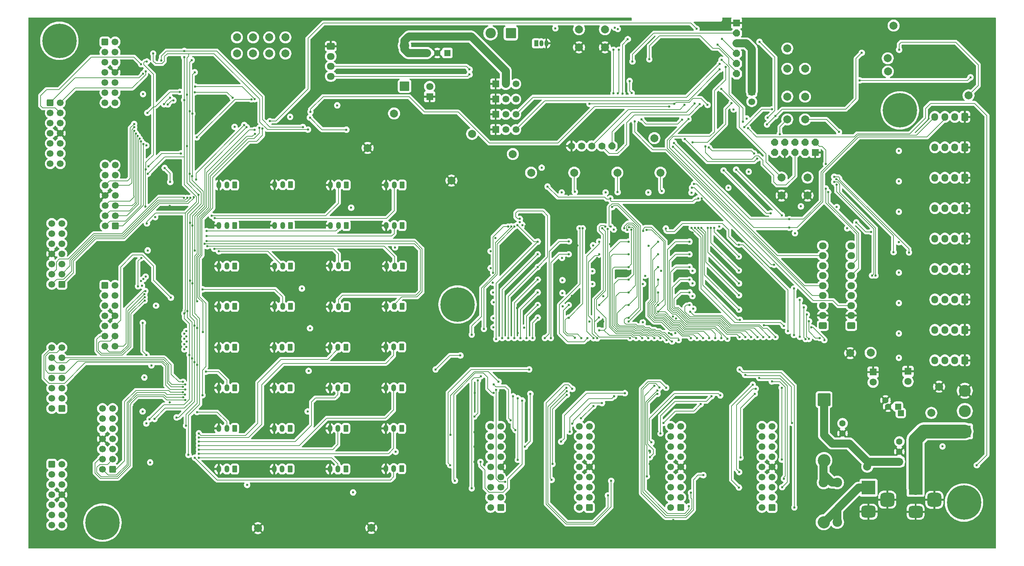
<source format=gbr>
%TF.GenerationSoftware,KiCad,Pcbnew,9.0.3*%
%TF.CreationDate,2025-09-20T15:07:24-06:00*%
%TF.ProjectId,Main Board,4d61696e-2042-46f6-9172-642e6b696361,rev?*%
%TF.SameCoordinates,Original*%
%TF.FileFunction,Copper,L4,Bot*%
%TF.FilePolarity,Positive*%
%FSLAX46Y46*%
G04 Gerber Fmt 4.6, Leading zero omitted, Abs format (unit mm)*
G04 Created by KiCad (PCBNEW 9.0.3) date 2025-09-20 15:07:24*
%MOMM*%
%LPD*%
G01*
G04 APERTURE LIST*
G04 Aperture macros list*
%AMRoundRect*
0 Rectangle with rounded corners*
0 $1 Rounding radius*
0 $2 $3 $4 $5 $6 $7 $8 $9 X,Y pos of 4 corners*
0 Add a 4 corners polygon primitive as box body*
4,1,4,$2,$3,$4,$5,$6,$7,$8,$9,$2,$3,0*
0 Add four circle primitives for the rounded corners*
1,1,$1+$1,$2,$3*
1,1,$1+$1,$4,$5*
1,1,$1+$1,$6,$7*
1,1,$1+$1,$8,$9*
0 Add four rect primitives between the rounded corners*
20,1,$1+$1,$2,$3,$4,$5,0*
20,1,$1+$1,$4,$5,$6,$7,0*
20,1,$1+$1,$6,$7,$8,$9,0*
20,1,$1+$1,$8,$9,$2,$3,0*%
%AMOutline5P*
0 Free polygon, 5 corners , with rotation*
0 The origin of the aperture is its center*
0 number of corners: always 5*
0 $1 to $10 corner X, Y*
0 $11 Rotation angle, in degrees counterclockwise*
0 create outline with 5 corners*
4,1,5,$1,$2,$3,$4,$5,$6,$7,$8,$9,$10,$1,$2,$11*%
%AMOutline6P*
0 Free polygon, 6 corners , with rotation*
0 The origin of the aperture is its center*
0 number of corners: always 6*
0 $1 to $12 corner X, Y*
0 $13 Rotation angle, in degrees counterclockwise*
0 create outline with 6 corners*
4,1,6,$1,$2,$3,$4,$5,$6,$7,$8,$9,$10,$11,$12,$1,$2,$13*%
%AMOutline7P*
0 Free polygon, 7 corners , with rotation*
0 The origin of the aperture is its center*
0 number of corners: always 7*
0 $1 to $14 corner X, Y*
0 $15 Rotation angle, in degrees counterclockwise*
0 create outline with 7 corners*
4,1,7,$1,$2,$3,$4,$5,$6,$7,$8,$9,$10,$11,$12,$13,$14,$1,$2,$15*%
%AMOutline8P*
0 Free polygon, 8 corners , with rotation*
0 The origin of the aperture is its center*
0 number of corners: always 8*
0 $1 to $16 corner X, Y*
0 $17 Rotation angle, in degrees counterclockwise*
0 create outline with 8 corners*
4,1,8,$1,$2,$3,$4,$5,$6,$7,$8,$9,$10,$11,$12,$13,$14,$15,$16,$1,$2,$17*%
G04 Aperture macros list end*
%TA.AperFunction,ComponentPad*%
%ADD10RoundRect,0.250000X0.350000X0.625000X-0.350000X0.625000X-0.350000X-0.625000X0.350000X-0.625000X0*%
%TD*%
%TA.AperFunction,ComponentPad*%
%ADD11O,1.200000X1.750000*%
%TD*%
%TA.AperFunction,ComponentPad*%
%ADD12C,2.000000*%
%TD*%
%TA.AperFunction,ComponentPad*%
%ADD13RoundRect,0.250000X0.550000X0.550000X-0.550000X0.550000X-0.550000X-0.550000X0.550000X-0.550000X0*%
%TD*%
%TA.AperFunction,ComponentPad*%
%ADD14C,1.600000*%
%TD*%
%TA.AperFunction,ComponentPad*%
%ADD15RoundRect,0.250000X0.600000X0.600000X-0.600000X0.600000X-0.600000X-0.600000X0.600000X-0.600000X0*%
%TD*%
%TA.AperFunction,ComponentPad*%
%ADD16C,1.700000*%
%TD*%
%TA.AperFunction,ComponentPad*%
%ADD17R,1.605000X1.605000*%
%TD*%
%TA.AperFunction,ComponentPad*%
%ADD18C,1.605000*%
%TD*%
%TA.AperFunction,ComponentPad*%
%ADD19R,3.000000X3.000000*%
%TD*%
%TA.AperFunction,ComponentPad*%
%ADD20C,3.000000*%
%TD*%
%TA.AperFunction,ComponentPad*%
%ADD21Outline8P,-0.889000X0.368236X-0.368236X0.889000X0.368236X0.889000X0.889000X0.368236X0.889000X-0.368236X0.368236X-0.889000X-0.368236X-0.889000X-0.889000X-0.368236X270.000000*%
%TD*%
%TA.AperFunction,ComponentPad*%
%ADD22R,1.778000X1.778000*%
%TD*%
%TA.AperFunction,ComponentPad*%
%ADD23R,1.800000X1.800000*%
%TD*%
%TA.AperFunction,ComponentPad*%
%ADD24C,1.800000*%
%TD*%
%TA.AperFunction,ComponentPad*%
%ADD25RoundRect,0.250000X0.600000X0.725000X-0.600000X0.725000X-0.600000X-0.725000X0.600000X-0.725000X0*%
%TD*%
%TA.AperFunction,ComponentPad*%
%ADD26O,1.700000X1.950000*%
%TD*%
%TA.AperFunction,ComponentPad*%
%ADD27RoundRect,0.250000X-1.350000X1.350000X-1.350000X-1.350000X1.350000X-1.350000X1.350000X1.350000X0*%
%TD*%
%TA.AperFunction,ComponentPad*%
%ADD28C,3.200000*%
%TD*%
%TA.AperFunction,ComponentPad*%
%ADD29RoundRect,0.250000X0.725000X-0.600000X0.725000X0.600000X-0.725000X0.600000X-0.725000X-0.600000X0*%
%TD*%
%TA.AperFunction,ComponentPad*%
%ADD30O,1.950000X1.700000*%
%TD*%
%TA.AperFunction,ComponentPad*%
%ADD31RoundRect,0.250000X-0.600000X-0.600000X0.600000X-0.600000X0.600000X0.600000X-0.600000X0.600000X0*%
%TD*%
%TA.AperFunction,ComponentPad*%
%ADD32R,1.700000X1.700000*%
%TD*%
%TA.AperFunction,ComponentPad*%
%ADD33R,3.500000X3.500000*%
%TD*%
%TA.AperFunction,ComponentPad*%
%ADD34RoundRect,0.750000X1.000000X-0.750000X1.000000X0.750000X-1.000000X0.750000X-1.000000X-0.750000X0*%
%TD*%
%TA.AperFunction,ComponentPad*%
%ADD35RoundRect,0.875000X0.875000X-0.875000X0.875000X0.875000X-0.875000X0.875000X-0.875000X-0.875000X0*%
%TD*%
%TA.AperFunction,ComponentPad*%
%ADD36RoundRect,0.250000X1.050000X1.050000X-1.050000X1.050000X-1.050000X-1.050000X1.050000X-1.050000X0*%
%TD*%
%TA.AperFunction,ComponentPad*%
%ADD37C,2.600000*%
%TD*%
%TA.AperFunction,ComponentPad*%
%ADD38C,8.600000*%
%TD*%
%TA.AperFunction,ComponentPad*%
%ADD39C,2.400000*%
%TD*%
%TA.AperFunction,ComponentPad*%
%ADD40R,1.050000X1.500000*%
%TD*%
%TA.AperFunction,ComponentPad*%
%ADD41O,1.050000X1.500000*%
%TD*%
%TA.AperFunction,ComponentPad*%
%ADD42RoundRect,0.250000X-0.725000X0.600000X-0.725000X-0.600000X0.725000X-0.600000X0.725000X0.600000X0*%
%TD*%
%TA.AperFunction,ComponentPad*%
%ADD43RoundRect,0.250001X0.949999X-0.949999X0.949999X0.949999X-0.949999X0.949999X-0.949999X-0.949999X0*%
%TD*%
%TA.AperFunction,ComponentPad*%
%ADD44C,1.778000*%
%TD*%
%TA.AperFunction,ComponentPad*%
%ADD45Outline8P,-0.889000X0.368236X-0.368236X0.889000X0.368236X0.889000X0.889000X0.368236X0.889000X-0.368236X0.368236X-0.889000X-0.368236X-0.889000X-0.889000X-0.368236X180.000000*%
%TD*%
%TA.AperFunction,ViaPad*%
%ADD46C,0.600000*%
%TD*%
%TA.AperFunction,ViaPad*%
%ADD47C,0.750000*%
%TD*%
%TA.AperFunction,ViaPad*%
%ADD48C,2.000000*%
%TD*%
%TA.AperFunction,Conductor*%
%ADD49C,2.000000*%
%TD*%
%TA.AperFunction,Conductor*%
%ADD50C,3.500000*%
%TD*%
%TA.AperFunction,Conductor*%
%ADD51C,0.200000*%
%TD*%
%TA.AperFunction,Conductor*%
%ADD52C,3.000000*%
%TD*%
G04 APERTURE END LIST*
D10*
%TO.P,J19,1,Pin_1*%
%TO.N,+3.3V*%
X109315000Y-94530000D03*
D11*
%TO.P,J19,2,Pin_2*%
%TO.N,/Analog Input Mux/SW5_0*%
X107315000Y-94530000D03*
%TO.P,J19,3,Pin_3*%
%TO.N,GND*%
X105315000Y-94530000D03*
%TD*%
D10*
%TO.P,J16,1,Pin_1*%
%TO.N,+3.3V*%
X123285000Y-74210000D03*
D11*
%TO.P,J16,2,Pin_2*%
%TO.N,/Analog Input Mux/SW3_0*%
X121285000Y-74210000D03*
%TO.P,J16,3,Pin_3*%
%TO.N,GND*%
X119285000Y-74210000D03*
%TD*%
D10*
%TO.P,J23,1,Pin_1*%
%TO.N,+3.3V*%
X81375000Y-94445000D03*
D11*
%TO.P,J23,2,Pin_2*%
%TO.N,/Analog Input Mux/SW9_0*%
X79375000Y-94445000D03*
%TO.P,J23,3,Pin_3*%
%TO.N,GND*%
X77375000Y-94445000D03*
%TD*%
D12*
%TO.P,TP14,1,1*%
%TO.N,unconnected-(TP14-Pad1)*%
X186436000Y-52324000D03*
%TD*%
%TO.P,TP9,1,1*%
%TO.N,unconnected-(TP9-Pad1)*%
X219710000Y-41910000D03*
%TD*%
D10*
%TO.P,J40,1,Pin_1*%
%TO.N,+3.3V*%
X109220000Y-125010000D03*
D11*
%TO.P,J40,2,Pin_2*%
%TO.N,/Analog Input Mux/SW4_1*%
X107220000Y-125010000D03*
%TO.P,J40,3,Pin_3*%
%TO.N,GND*%
X105220000Y-125010000D03*
%TD*%
D10*
%TO.P,J38,1,Pin_1*%
%TO.N,+3.3V*%
X109220000Y-135170000D03*
D11*
%TO.P,J38,2,Pin_2*%
%TO.N,/Analog Input Mux/SW6_1*%
X107220000Y-135170000D03*
%TO.P,J38,3,Pin_3*%
%TO.N,GND*%
X105220000Y-135170000D03*
%TD*%
D12*
%TO.P,TP27,1,1*%
%TO.N,GND*%
X235458000Y-106146600D03*
%TD*%
D13*
%TO.P,C80,1*%
%TO.N,+5V_NEOPIXEL*%
X248143137Y-121157800D03*
X247472200Y-119557800D03*
D14*
%TO.P,C80,2*%
%TO.N,GND*%
X244972200Y-119557800D03*
X244301263Y-117957800D03*
%TD*%
D12*
%TO.P,SW2,1,1*%
%TO.N,Net-(U1-EN)*%
X167565000Y-25055000D03*
X174065000Y-25055000D03*
%TO.P,SW2,2,2*%
%TO.N,GND*%
X167565000Y-29555000D03*
X174065000Y-29555000D03*
%TD*%
D15*
%TO.P,J47,1,Pin_1*%
%TO.N,Net-(D33-A1)*%
X170180000Y-144780000D03*
D16*
%TO.P,J47,2,Pin_2*%
%TO.N,Net-(D37-A1)*%
X167640000Y-144780000D03*
%TO.P,J47,3,Pin_3*%
%TO.N,Net-(D41-A1)*%
X170180000Y-142240000D03*
%TO.P,J47,4,Pin_4*%
%TO.N,Net-(D45-A1)*%
X167640000Y-142240000D03*
%TO.P,J47,5,Pin_5*%
%TO.N,Net-(D49-A1)*%
X170180000Y-139700000D03*
%TO.P,J47,6,Pin_6*%
%TO.N,Net-(D53-A1)*%
X167640000Y-139700000D03*
%TO.P,J47,7,Pin_7*%
%TO.N,Net-(D57-A1)*%
X170180000Y-137160000D03*
%TO.P,J47,8,Pin_8*%
%TO.N,Net-(D61-A1)*%
X167640000Y-137160000D03*
%TO.P,J47,9,Pin_9*%
%TO.N,GND*%
X170180000Y-134620000D03*
%TO.P,J47,10,Pin_10*%
%TO.N,+3.3V*%
X167640000Y-134620000D03*
%TO.P,J47,11,Pin_11*%
%TO.N,Net-(D62-A1)*%
X170180000Y-132080000D03*
%TO.P,J47,12,Pin_12*%
%TO.N,Net-(D58-A1)*%
X167640000Y-132080000D03*
%TO.P,J47,13,Pin_13*%
%TO.N,Net-(D54-A1)*%
X170180000Y-129540000D03*
%TO.P,J47,14,Pin_14*%
%TO.N,Net-(D50-A1)*%
X167640000Y-129540000D03*
%TO.P,J47,15,Pin_15*%
%TO.N,Net-(D46-A1)*%
X170180000Y-127000000D03*
%TO.P,J47,16,Pin_16*%
%TO.N,Net-(D42-A1)*%
X167640000Y-127000000D03*
%TO.P,J47,17,Pin_17*%
%TO.N,Net-(D38-A1)*%
X170180000Y-124460000D03*
%TO.P,J47,18,Pin_18*%
%TO.N,Net-(D34-A1)*%
X167640000Y-124460000D03*
%TD*%
D12*
%TO.P,TP15,1,1*%
%TO.N,unconnected-(J110-DAT1-Pad8)*%
X244906800Y-35610800D03*
%TD*%
D10*
%TO.P,J32,1,Pin_1*%
%TO.N,+3.3V*%
X95250000Y-114850000D03*
D11*
%TO.P,J32,2,Pin_2*%
%TO.N,/Analog Input Mux/SW12_1*%
X93250000Y-114850000D03*
%TO.P,J32,3,Pin_3*%
%TO.N,GND*%
X91250000Y-114850000D03*
%TD*%
D12*
%TO.P,TP1,1,1*%
%TO.N,Net-(U2-CHANNELIN{slash}OUT8)*%
X94065000Y-31115000D03*
%TD*%
D17*
%TO.P,PS1,1,+VIN*%
%TO.N,+12V*%
X134620000Y-30985000D03*
D18*
%TO.P,PS1,2,GND*%
%TO.N,GND*%
X132080000Y-30985000D03*
%TO.P,PS1,3,+VOUT*%
%TO.N,+5V_SERVO*%
X129540000Y-30985000D03*
%TD*%
D10*
%TO.P,J33,1,Pin_1*%
%TO.N,+3.3V*%
X81375000Y-125010000D03*
D11*
%TO.P,J33,2,Pin_2*%
%TO.N,/Analog Input Mux/SW11_1*%
X79375000Y-125010000D03*
%TO.P,J33,3,Pin_3*%
%TO.N,GND*%
X77375000Y-125010000D03*
%TD*%
D12*
%TO.P,TP20,1,1*%
%TO.N,unconnected-(TP20-Pad1)*%
X224155000Y-47625000D03*
%TD*%
D19*
%TO.P,J88,1,Pin_1*%
%TO.N,+5V_NEOPIXEL*%
X264160000Y-125730000D03*
D20*
%TO.P,J88,2,Pin_2*%
%TO.N,Net-(J88-Pin_2)*%
X264160000Y-120650000D03*
%TO.P,J88,3,Pin_3*%
%TO.N,GND*%
X264160000Y-115570000D03*
%TD*%
D10*
%TO.P,J34,1,Pin_1*%
%TO.N,+3.3V*%
X95250000Y-125010000D03*
D11*
%TO.P,J34,2,Pin_2*%
%TO.N,/Analog Input Mux/SW10_1*%
X93250000Y-125010000D03*
%TO.P,J34,3,Pin_3*%
%TO.N,GND*%
X91250000Y-125010000D03*
%TD*%
D21*
%TO.P,J1,CTS,CTS*%
%TO.N,/CTS*%
X207010000Y-26035000D03*
D22*
%TO.P,J1,GND,GND*%
%TO.N,GND*%
X207010000Y-23495000D03*
D21*
%TO.P,J1,RTS,RTS*%
%TO.N,/RTS*%
X207010000Y-36195000D03*
%TO.P,J1,RXD,RXD*%
%TO.N,/RXD*%
X207010000Y-33655000D03*
%TO.P,J1,TXD,TXD*%
%TO.N,/TXD*%
X207010000Y-31115000D03*
%TO.P,J1,VCC,VCC*%
%TO.N,Net-(J45-Pin_1)*%
X207010000Y-28575000D03*
%TD*%
D12*
%TO.P,TP5,1,1*%
%TO.N,Net-(U2-CHANNELIN{slash}OUT12)*%
X85965000Y-31115000D03*
%TD*%
%TO.P,TP13,1,1*%
%TO.N,unconnected-(TP13-Pad1)*%
X224155000Y-41910000D03*
%TD*%
D10*
%TO.P,J25,1,Pin_1*%
%TO.N,+3.3V*%
X81375000Y-64050000D03*
D11*
%TO.P,J25,2,Pin_2*%
%TO.N,/Analog Input Mux/SW15_0*%
X79375000Y-64050000D03*
%TO.P,J25,3,Pin_3*%
%TO.N,GND*%
X77375000Y-64050000D03*
%TD*%
D23*
%TO.P,D97,1,K*%
%TO.N,GND*%
X249936000Y-110713600D03*
D24*
%TO.P,D97,2,A*%
%TO.N,Net-(D97-A)*%
X249936000Y-113253600D03*
%TD*%
D23*
%TO.P,D98,1,K*%
%TO.N,GND*%
X130175000Y-41915000D03*
D24*
%TO.P,D98,2,A*%
%TO.N,Net-(D98-A)*%
X130175000Y-39375000D03*
%TD*%
D12*
%TO.P,TP22,1,1*%
%TO.N,Net-(U11-~{INT})*%
X155575000Y-60960000D03*
%TD*%
D25*
%TO.P,J95,1,Pin_1*%
%TO.N,GND*%
X264160000Y-107950000D03*
D26*
%TO.P,J95,2,Pin_2*%
%TO.N,+3.3V*%
X261660000Y-107950000D03*
%TO.P,J95,3,Pin_3*%
%TO.N,/I2C_SDA_H*%
X259160000Y-107950000D03*
%TO.P,J95,4,Pin_4*%
%TO.N,/I2C_SCK_H*%
X256660000Y-107950000D03*
%TD*%
D27*
%TO.P,D101,1,K*%
%TO.N,+12V*%
X228900000Y-117780000D03*
D28*
%TO.P,D101,2,A*%
%TO.N,Net-(D101-A)*%
X228900000Y-133020000D03*
%TD*%
D25*
%TO.P,J85,1,Pin_1*%
%TO.N,GND*%
X264160000Y-69850000D03*
D26*
%TO.P,J85,2,Pin_2*%
%TO.N,+3.3V*%
X261660000Y-69850000D03*
%TO.P,J85,3,Pin_3*%
%TO.N,/I2C_SDA_C*%
X259160000Y-69850000D03*
%TO.P,J85,4,Pin_4*%
%TO.N,/I2C_SCK_C*%
X256660000Y-69850000D03*
%TD*%
D29*
%TO.P,J98,1,Pin_1*%
%TO.N,+3.3V*%
X235712000Y-99248000D03*
D30*
%TO.P,J98,2,Pin_2*%
%TO.N,GND*%
X235712000Y-96748000D03*
%TO.P,J98,3,Pin_3*%
%TO.N,/LCD_CS_B*%
X235712000Y-94248000D03*
%TO.P,J98,4,Pin_4*%
%TO.N,/LCD_RESET*%
X235712000Y-91748000D03*
%TO.P,J98,5,Pin_5*%
%TO.N,/LCD_DC*%
X235712000Y-89248000D03*
%TO.P,J98,6,Pin_6*%
%TO.N,/SPI_MOSI*%
X235712000Y-86748000D03*
%TO.P,J98,7,Pin_7*%
%TO.N,/SPI_SCK*%
X235712000Y-84248000D03*
%TO.P,J98,8,Pin_8*%
%TO.N,/LCD_BRIGHTNESS*%
X235712000Y-81748000D03*
%TO.P,J98,9,Pin_9*%
%TO.N,/DISP_2_MISO*%
X235712000Y-79248000D03*
%TD*%
D12*
%TO.P,TP28,1,1*%
%TO.N,GND*%
X115570000Y-149910800D03*
%TD*%
%TO.P,TP3,1,1*%
%TO.N,Net-(U2-CHANNELIN{slash}OUT10)*%
X90015000Y-31115000D03*
%TD*%
D23*
%TO.P,D99,1,K*%
%TO.N,GND*%
X241198400Y-110891400D03*
D24*
%TO.P,D99,2,A*%
%TO.N,Net-(D99-A)*%
X241198400Y-113431400D03*
%TD*%
D10*
%TO.P,J15,1,Pin_1*%
%TO.N,+3.3V*%
X109315000Y-74210000D03*
D11*
%TO.P,J15,2,Pin_2*%
%TO.N,/Analog Input Mux/SW2_0*%
X107315000Y-74210000D03*
%TO.P,J15,3,Pin_3*%
%TO.N,GND*%
X105315000Y-74210000D03*
%TD*%
D31*
%TO.P,J12,1,Pin_1*%
%TO.N,Net-(J12-Pin_1)*%
X35560000Y-133985000D03*
D16*
%TO.P,J12,2,Pin_2*%
%TO.N,Net-(J12-Pin_2)*%
X38100000Y-133985000D03*
%TO.P,J12,3,Pin_3*%
%TO.N,Net-(J12-Pin_3)*%
X35560000Y-136525000D03*
%TO.P,J12,4,Pin_4*%
%TO.N,Net-(J12-Pin_4)*%
X38100000Y-136525000D03*
%TO.P,J12,5,Pin_5*%
%TO.N,Net-(J12-Pin_5)*%
X35560000Y-139065000D03*
%TO.P,J12,6,Pin_6*%
%TO.N,Net-(J12-Pin_6)*%
X38100000Y-139065000D03*
%TO.P,J12,7,Pin_7*%
%TO.N,+3.3V*%
X35560000Y-141605000D03*
%TO.P,J12,8,Pin_8*%
%TO.N,GND*%
X38100000Y-141605000D03*
%TO.P,J12,9,Pin_9*%
%TO.N,Net-(J12-Pin_9)*%
X35560000Y-144145000D03*
%TO.P,J12,10,Pin_10*%
%TO.N,Net-(J12-Pin_10)*%
X38100000Y-144145000D03*
%TO.P,J12,11,Pin_11*%
%TO.N,Net-(J12-Pin_11)*%
X35560000Y-146685000D03*
%TO.P,J12,12,Pin_12*%
%TO.N,Net-(J12-Pin_12)*%
X38100000Y-146685000D03*
%TO.P,J12,13,Pin_13*%
%TO.N,Net-(J12-Pin_13)*%
X35560000Y-149225000D03*
%TO.P,J12,14,Pin_14*%
%TO.N,Net-(J12-Pin_14)*%
X38100000Y-149225000D03*
%TD*%
D12*
%TO.P,TP21,1,1*%
%TO.N,Net-(U23-~{INT})*%
X187960000Y-60960000D03*
%TD*%
D10*
%TO.P,J31,1,Pin_1*%
%TO.N,+3.3V*%
X81375000Y-114850000D03*
D11*
%TO.P,J31,2,Pin_2*%
%TO.N,/Analog Input Mux/SW13_1*%
X79375000Y-114850000D03*
%TO.P,J31,3,Pin_3*%
%TO.N,GND*%
X77375000Y-114850000D03*
%TD*%
D12*
%TO.P,TP31,1,1*%
%TO.N,+12V*%
X239725200Y-134569200D03*
%TD*%
%TO.P,TP17,1,1*%
%TO.N,unconnected-(J110-CD1-Pad9)*%
X244856000Y-32308800D03*
%TD*%
D32*
%TO.P,J89,1,Pin_1*%
%TO.N,GND*%
X146685000Y-46355000D03*
D16*
%TO.P,J89,2,Pin_2*%
%TO.N,+5V_SERVO*%
X149225000Y-46355000D03*
%TO.P,J89,3,Pin_3*%
%TO.N,Net-(J89-Pin_3)*%
X151765000Y-46355000D03*
%TD*%
D29*
%TO.P,J97,1,Pin_1*%
%TO.N,+3.3V*%
X228600000Y-99248000D03*
D30*
%TO.P,J97,2,Pin_2*%
%TO.N,GND*%
X228600000Y-96748000D03*
%TO.P,J97,3,Pin_3*%
%TO.N,/LCD_CS_A*%
X228600000Y-94248000D03*
%TO.P,J97,4,Pin_4*%
%TO.N,/LCD_RESET*%
X228600000Y-91748000D03*
%TO.P,J97,5,Pin_5*%
%TO.N,/LCD_DC*%
X228600000Y-89248000D03*
%TO.P,J97,6,Pin_6*%
%TO.N,/SPI_MOSI*%
X228600000Y-86748000D03*
%TO.P,J97,7,Pin_7*%
%TO.N,/SPI_SCK*%
X228600000Y-84248000D03*
%TO.P,J97,8,Pin_8*%
%TO.N,/LCD_BRIGHTNESS*%
X228600000Y-81748000D03*
%TO.P,J97,9,Pin_9*%
%TO.N,/DISP_1_MISO*%
X228600000Y-79248000D03*
%TD*%
D32*
%TO.P,J90,1,Pin_1*%
%TO.N,GND*%
X146685000Y-50165000D03*
D16*
%TO.P,J90,2,Pin_2*%
%TO.N,+5V_SERVO*%
X149225000Y-50165000D03*
%TO.P,J90,3,Pin_3*%
%TO.N,Net-(J90-Pin_3)*%
X151765000Y-50165000D03*
%TD*%
D12*
%TO.P,TP6,1,1*%
%TO.N,Net-(U2-CHANNELIN{slash}OUT13)*%
X85965000Y-27065000D03*
%TD*%
D33*
%TO.P,J99,1,1*%
%TO.N,Net-(F1-Pad1)*%
X240037700Y-139846800D03*
D34*
%TO.P,J99,2,2*%
%TO.N,GND*%
X240037700Y-145846800D03*
D35*
%TO.P,J99,3,3*%
X244737700Y-142846800D03*
%TD*%
D10*
%TO.P,J37,1,Pin_1*%
%TO.N,+3.3V*%
X123190000Y-135085000D03*
D11*
%TO.P,J37,2,Pin_2*%
%TO.N,/Analog Input Mux/SW7_1*%
X121190000Y-135085000D03*
%TO.P,J37,3,Pin_3*%
%TO.N,GND*%
X119190000Y-135085000D03*
%TD*%
D12*
%TO.P,SW1,1,1*%
%TO.N,Net-(U1-IO0)*%
X218290000Y-62175000D03*
X224790000Y-62175000D03*
%TO.P,SW1,2,2*%
%TO.N,GND*%
X218290000Y-66675000D03*
X224790000Y-66675000D03*
%TD*%
%TO.P,TP12,1,1*%
%TO.N,Net-(U1-IO42)*%
X219710000Y-29845000D03*
%TD*%
%TO.P,TP7,1,1*%
%TO.N,Net-(U2-CHANNELIN{slash}OUT14)*%
X81915000Y-31115000D03*
%TD*%
D15*
%TO.P,J103,1,Pin_1*%
%TO.N,Net-(D1-A1)*%
X215900000Y-144780000D03*
D16*
%TO.P,J103,2,Pin_2*%
%TO.N,Net-(D2-A1)*%
X213360000Y-144780000D03*
%TO.P,J103,3,Pin_3*%
%TO.N,Net-(D3-A1)*%
X215900000Y-142240000D03*
%TO.P,J103,4,Pin_4*%
%TO.N,Net-(D4-A1)*%
X213360000Y-142240000D03*
%TO.P,J103,5,Pin_5*%
%TO.N,Net-(D5-A1)*%
X215900000Y-139700000D03*
%TO.P,J103,6,Pin_6*%
%TO.N,Net-(D6-A1)*%
X213360000Y-139700000D03*
%TO.P,J103,7,Pin_7*%
%TO.N,Net-(D7-A1)*%
X215900000Y-137160000D03*
%TO.P,J103,8,Pin_8*%
%TO.N,Net-(D8-A1)*%
X213360000Y-137160000D03*
%TO.P,J103,9,Pin_9*%
%TO.N,GND*%
X215900000Y-134620000D03*
%TO.P,J103,10,Pin_10*%
%TO.N,+3.3V*%
X213360000Y-134620000D03*
%TO.P,J103,11,Pin_11*%
%TO.N,Net-(D16-A1)*%
X215900000Y-132080000D03*
%TO.P,J103,12,Pin_12*%
%TO.N,Net-(D15-A1)*%
X213360000Y-132080000D03*
%TO.P,J103,13,Pin_13*%
%TO.N,Net-(D14-A1)*%
X215900000Y-129540000D03*
%TO.P,J103,14,Pin_14*%
%TO.N,Net-(D13-A1)*%
X213360000Y-129540000D03*
%TO.P,J103,15,Pin_15*%
%TO.N,Net-(D12-A1)*%
X215900000Y-127000000D03*
%TO.P,J103,16,Pin_16*%
%TO.N,Net-(D11-A1)*%
X213360000Y-127000000D03*
%TO.P,J103,17,Pin_17*%
%TO.N,Net-(D10-A1)*%
X215900000Y-124460000D03*
%TO.P,J103,18,Pin_18*%
%TO.N,Net-(D9-A1)*%
X213360000Y-124460000D03*
%TD*%
D10*
%TO.P,J41,1,Pin_1*%
%TO.N,+3.3V*%
X123190000Y-114850000D03*
D11*
%TO.P,J41,2,Pin_2*%
%TO.N,/Analog Input Mux/SW3_1*%
X121190000Y-114850000D03*
%TO.P,J41,3,Pin_3*%
%TO.N,GND*%
X119190000Y-114850000D03*
%TD*%
D10*
%TO.P,J24,1,Pin_1*%
%TO.N,+3.3V*%
X95345000Y-94445000D03*
D11*
%TO.P,J24,2,Pin_2*%
%TO.N,/Analog Input Mux/SW8_0*%
X93345000Y-94445000D03*
%TO.P,J24,3,Pin_3*%
%TO.N,GND*%
X91345000Y-94445000D03*
%TD*%
D32*
%TO.P,J45,1,Pin_1*%
%TO.N,Net-(J45-Pin_1)*%
X210820000Y-40635000D03*
D16*
%TO.P,J45,2,Pin_2*%
%TO.N,+3.3V*%
X210820000Y-43175000D03*
%TD*%
D36*
%TO.P,J102,1,Pin_1*%
%TO.N,Net-(J102-Pin_1)*%
X150495000Y-26035000D03*
D37*
%TO.P,J102,2,Pin_2*%
%TO.N,+5V_NEOPIXEL*%
X145415000Y-26035000D03*
%TD*%
D10*
%TO.P,J17,1,Pin_1*%
%TO.N,+3.3V*%
X109315000Y-84285000D03*
D11*
%TO.P,J17,2,Pin_2*%
%TO.N,/Analog Input Mux/SW7_0*%
X107315000Y-84285000D03*
%TO.P,J17,3,Pin_3*%
%TO.N,GND*%
X105315000Y-84285000D03*
%TD*%
D25*
%TO.P,J87,1,Pin_1*%
%TO.N,GND*%
X264160000Y-85090000D03*
D26*
%TO.P,J87,2,Pin_2*%
%TO.N,+3.3V*%
X261660000Y-85090000D03*
%TO.P,J87,3,Pin_3*%
%TO.N,/I2C_SDA_E*%
X259160000Y-85090000D03*
%TO.P,J87,4,Pin_4*%
%TO.N,/I2C_SCK_E*%
X256660000Y-85090000D03*
%TD*%
D33*
%TO.P,J49,1,1*%
%TO.N,+5V_NEOPIXEL*%
X251841000Y-139877800D03*
D34*
%TO.P,J49,2,2*%
%TO.N,GND*%
X251841000Y-145877800D03*
D35*
%TO.P,J49,3,3*%
X256541000Y-142877800D03*
%TD*%
D12*
%TO.P,TP26,1,1*%
%TO.N,GND*%
X114655600Y-54762400D03*
%TD*%
D25*
%TO.P,J94,1,Pin_1*%
%TO.N,GND*%
X264160000Y-100330000D03*
D26*
%TO.P,J94,2,Pin_2*%
%TO.N,+3.3V*%
X261660000Y-100330000D03*
%TO.P,J94,3,Pin_3*%
%TO.N,/I2C_SDA_G*%
X259160000Y-100330000D03*
%TO.P,J94,4,Pin_4*%
%TO.N,/I2C_SCK_G*%
X256660000Y-100330000D03*
%TD*%
D10*
%TO.P,J22,1,Pin_1*%
%TO.N,+3.3V*%
X95345000Y-84370000D03*
D11*
%TO.P,J22,2,Pin_2*%
%TO.N,/Analog Input Mux/SW10_0*%
X93345000Y-84370000D03*
%TO.P,J22,3,Pin_3*%
%TO.N,GND*%
X91345000Y-84370000D03*
%TD*%
D12*
%TO.P,TP4,1,1*%
%TO.N,Net-(U2-CHANNELIN{slash}OUT11)*%
X90015000Y-27065000D03*
%TD*%
%TO.P,TP10,1,1*%
%TO.N,unconnected-(TP10-Pad1)*%
X224155000Y-34925000D03*
%TD*%
D25*
%TO.P,J4,1,Pin_1*%
%TO.N,GND*%
X264160000Y-62230000D03*
D26*
%TO.P,J4,2,Pin_2*%
%TO.N,+3.3V*%
X261660000Y-62230000D03*
%TO.P,J4,3,Pin_3*%
%TO.N,/I2C_SDA_B*%
X259160000Y-62230000D03*
%TO.P,J4,4,Pin_4*%
%TO.N,/I2C_SCK_B*%
X256660000Y-62230000D03*
%TD*%
D25*
%TO.P,J2,1,Pin_1*%
%TO.N,GND*%
X264160000Y-46990000D03*
D26*
%TO.P,J2,2,Pin_2*%
%TO.N,+3.3V*%
X261660000Y-46990000D03*
%TO.P,J2,3,Pin_3*%
%TO.N,/I2C_SDA_MAIN*%
X259160000Y-46990000D03*
%TO.P,J2,4,Pin_4*%
%TO.N,/I2C_SCK_MAIN*%
X256660000Y-46990000D03*
%TD*%
D12*
%TO.P,TP29,1,1*%
%TO.N,GND*%
X87172800Y-149961600D03*
%TD*%
D15*
%TO.P,J10,1,Pin_1*%
%TO.N,Net-(J10-Pin_1)*%
X38100000Y-120015000D03*
D16*
%TO.P,J10,2,Pin_2*%
%TO.N,Net-(J10-Pin_2)*%
X35560000Y-120015000D03*
%TO.P,J10,3,Pin_3*%
%TO.N,Net-(J10-Pin_3)*%
X38100000Y-117475000D03*
%TO.P,J10,4,Pin_4*%
%TO.N,Net-(J10-Pin_4)*%
X35560000Y-117475000D03*
%TO.P,J10,5,Pin_5*%
%TO.N,Net-(J10-Pin_5)*%
X38100000Y-114935000D03*
%TO.P,J10,6,Pin_6*%
%TO.N,Net-(J10-Pin_6)*%
X35560000Y-114935000D03*
%TO.P,J10,7,Pin_7*%
%TO.N,+3.3V*%
X38100000Y-112395000D03*
%TO.P,J10,8,Pin_8*%
%TO.N,GND*%
X35560000Y-112395000D03*
%TO.P,J10,9,Pin_9*%
%TO.N,Net-(J10-Pin_9)*%
X38100000Y-109855000D03*
%TO.P,J10,10,Pin_10*%
%TO.N,Net-(J10-Pin_10)*%
X35560000Y-109855000D03*
%TO.P,J10,11,Pin_11*%
%TO.N,Net-(J10-Pin_11)*%
X38100000Y-107315000D03*
%TO.P,J10,12,Pin_12*%
%TO.N,Net-(J10-Pin_12)*%
X35560000Y-107315000D03*
%TO.P,J10,13,Pin_13*%
%TO.N,Net-(J10-Pin_13)*%
X38100000Y-104775000D03*
%TO.P,J10,14,Pin_14*%
%TO.N,Net-(J10-Pin_14)*%
X35560000Y-104775000D03*
%TD*%
D12*
%TO.P,TP16,1,1*%
%TO.N,unconnected-(J110-DAT2-Pad1)*%
X246329200Y-24130000D03*
%TD*%
D38*
%TO.P,H4,1,1*%
%TO.N,Net-(H4-Pad1)*%
X247904000Y-45339000D03*
%TD*%
D15*
%TO.P,J11,1,Pin_1*%
%TO.N,Net-(J11-Pin_1)*%
X50800000Y-135255000D03*
D16*
%TO.P,J11,2,Pin_2*%
%TO.N,Net-(J11-Pin_2)*%
X48260000Y-135255000D03*
%TO.P,J11,3,Pin_3*%
%TO.N,Net-(J11-Pin_3)*%
X50800000Y-132715000D03*
%TO.P,J11,4,Pin_4*%
%TO.N,Net-(J11-Pin_4)*%
X48260000Y-132715000D03*
%TO.P,J11,5,Pin_5*%
%TO.N,Net-(J11-Pin_5)*%
X50800000Y-130175000D03*
%TO.P,J11,6,Pin_6*%
%TO.N,Net-(J11-Pin_6)*%
X48260000Y-130175000D03*
%TO.P,J11,7,Pin_7*%
%TO.N,+3.3V*%
X50800000Y-127635000D03*
%TO.P,J11,8,Pin_8*%
%TO.N,GND*%
X48260000Y-127635000D03*
%TO.P,J11,9,Pin_9*%
%TO.N,Net-(J11-Pin_9)*%
X50800000Y-125095000D03*
%TO.P,J11,10,Pin_10*%
%TO.N,Net-(J11-Pin_10)*%
X48260000Y-125095000D03*
%TO.P,J11,11,Pin_11*%
%TO.N,Net-(J11-Pin_11)*%
X50800000Y-122555000D03*
%TO.P,J11,12,Pin_12*%
%TO.N,Net-(J11-Pin_12)*%
X48260000Y-122555000D03*
%TO.P,J11,13,Pin_13*%
%TO.N,Net-(J11-Pin_13)*%
X50800000Y-120015000D03*
%TO.P,J11,14,Pin_14*%
%TO.N,Net-(J11-Pin_14)*%
X48260000Y-120015000D03*
%TD*%
D10*
%TO.P,J44,1,Pin_1*%
%TO.N,+3.3V*%
X109220000Y-104690000D03*
D11*
%TO.P,J44,2,Pin_2*%
%TO.N,/Analog Input Mux/SW0_1*%
X107220000Y-104690000D03*
%TO.P,J44,3,Pin_3*%
%TO.N,GND*%
X105220000Y-104690000D03*
%TD*%
D10*
%TO.P,J43,1,Pin_1*%
%TO.N,+3.3V*%
X123190000Y-104605000D03*
D11*
%TO.P,J43,2,Pin_2*%
%TO.N,/Analog Input Mux/SW1_1*%
X121190000Y-104605000D03*
%TO.P,J43,3,Pin_3*%
%TO.N,GND*%
X119190000Y-104605000D03*
%TD*%
D10*
%TO.P,J13,1,Pin_1*%
%TO.N,+3.3V*%
X109315000Y-64050000D03*
D11*
%TO.P,J13,2,Pin_2*%
%TO.N,/Analog Input Mux/SW0_0*%
X107315000Y-64050000D03*
%TO.P,J13,3,Pin_3*%
%TO.N,GND*%
X105315000Y-64050000D03*
%TD*%
D31*
%TO.P,J5,1,Pin_1*%
%TO.N,Net-(J5-Pin_1)*%
X48885000Y-28220000D03*
D16*
%TO.P,J5,2,Pin_2*%
%TO.N,Net-(J5-Pin_2)*%
X51425000Y-28220000D03*
%TO.P,J5,3,Pin_3*%
%TO.N,Net-(J5-Pin_3)*%
X48885000Y-30760000D03*
%TO.P,J5,4,Pin_4*%
%TO.N,Net-(J5-Pin_4)*%
X51425000Y-30760000D03*
%TO.P,J5,5,Pin_5*%
%TO.N,Net-(J5-Pin_5)*%
X48885000Y-33300000D03*
%TO.P,J5,6,Pin_6*%
%TO.N,Net-(J5-Pin_6)*%
X51425000Y-33300000D03*
%TO.P,J5,7,Pin_7*%
%TO.N,+3.3V*%
X48885000Y-35840000D03*
%TO.P,J5,8,Pin_8*%
%TO.N,GND*%
X51425000Y-35840000D03*
%TO.P,J5,9,Pin_9*%
%TO.N,Net-(J5-Pin_9)*%
X48885000Y-38380000D03*
%TO.P,J5,10,Pin_10*%
%TO.N,Net-(J5-Pin_10)*%
X51425000Y-38380000D03*
%TO.P,J5,11,Pin_11*%
%TO.N,Net-(J5-Pin_11)*%
X48885000Y-40920000D03*
%TO.P,J5,12,Pin_12*%
%TO.N,Net-(J5-Pin_12)*%
X51425000Y-40920000D03*
%TO.P,J5,13,Pin_13*%
%TO.N,Net-(J5-Pin_13)*%
X48885000Y-43460000D03*
%TO.P,J5,14,Pin_14*%
%TO.N,Net-(J5-Pin_14)*%
X51425000Y-43460000D03*
%TD*%
D12*
%TO.P,TP18,1,1*%
%TO.N,unconnected-(J110-CD2-Pad10)*%
X265074400Y-41605200D03*
%TD*%
D17*
%TO.P,PS3,1,+VIN*%
%TO.N,+12V*%
X247775000Y-133350000D03*
D18*
%TO.P,PS3,2,GND*%
%TO.N,GND*%
X247775000Y-130810000D03*
%TO.P,PS3,3,+VOUT*%
%TO.N,+5V_NEOPIXEL*%
X247775000Y-128270000D03*
%TD*%
D39*
%TO.P,F1,1*%
%TO.N,Net-(F1-Pad1)*%
X228805000Y-148470000D03*
%TO.P,F1,2*%
%TO.N,Net-(D101-A)*%
X228805000Y-138550000D03*
%TO.P,F1,3*%
%TO.N,Net-(F1-Pad1)*%
X232205000Y-148470000D03*
%TO.P,F1,4*%
%TO.N,Net-(D101-A)*%
X232205000Y-138550000D03*
%TD*%
D38*
%TO.P,H3,1,1*%
%TO.N,Net-(H3-Pad1)*%
X263956800Y-143560800D03*
%TD*%
D12*
%TO.P,TP30,1,1*%
%TO.N,GND*%
X257708400Y-114554000D03*
%TD*%
D40*
%TO.P,Q2,1,E*%
%TO.N,Net-(J102-Pin_1)*%
X156845000Y-28575000D03*
D41*
%TO.P,Q2,2,B*%
%TO.N,Net-(Q2-B)*%
X158115000Y-28575000D03*
%TO.P,Q2,3,C*%
%TO.N,GND*%
X159385000Y-28575000D03*
%TD*%
D38*
%TO.P,H2,1,1*%
%TO.N,Net-(H2-Pad1)*%
X48260000Y-148590000D03*
%TD*%
D10*
%TO.P,J35,1,Pin_1*%
%TO.N,+3.3V*%
X81375000Y-135170000D03*
D11*
%TO.P,J35,2,Pin_2*%
%TO.N,/Analog Input Mux/SW9_1*%
X79375000Y-135170000D03*
%TO.P,J35,3,Pin_3*%
%TO.N,GND*%
X77375000Y-135170000D03*
%TD*%
D17*
%TO.P,PS2,1,+VIN*%
%TO.N,+12V*%
X233551000Y-128778000D03*
D18*
%TO.P,PS2,2,GND*%
%TO.N,GND*%
X233551000Y-126238000D03*
%TO.P,PS2,3,+VOUT*%
%TO.N,+3.3V*%
X233551000Y-123698000D03*
%TD*%
D10*
%TO.P,J28,1,Pin_1*%
%TO.N,+3.3V*%
X81375000Y-74210000D03*
D11*
%TO.P,J28,2,Pin_2*%
%TO.N,/Analog Input Mux/SW12_0*%
X79375000Y-74210000D03*
%TO.P,J28,3,Pin_3*%
%TO.N,GND*%
X77375000Y-74210000D03*
%TD*%
D25*
%TO.P,J86,1,Pin_1*%
%TO.N,GND*%
X264160000Y-77470000D03*
D26*
%TO.P,J86,2,Pin_2*%
%TO.N,+3.3V*%
X261660000Y-77470000D03*
%TO.P,J86,3,Pin_3*%
%TO.N,/I2C_SDA_D*%
X259160000Y-77470000D03*
%TO.P,J86,4,Pin_4*%
%TO.N,/I2C_SCK_D*%
X256660000Y-77470000D03*
%TD*%
D25*
%TO.P,J3,1,Pin_1*%
%TO.N,GND*%
X264160000Y-54610000D03*
D26*
%TO.P,J3,2,Pin_2*%
%TO.N,+3.3V*%
X261660000Y-54610000D03*
%TO.P,J3,3,Pin_3*%
%TO.N,/I2C_SDA_A*%
X259160000Y-54610000D03*
%TO.P,J3,4,Pin_4*%
%TO.N,/I2C_SCK_A*%
X256660000Y-54610000D03*
%TD*%
D10*
%TO.P,J36,1,Pin_1*%
%TO.N,+3.3V*%
X95250000Y-135170000D03*
D11*
%TO.P,J36,2,Pin_2*%
%TO.N,/Analog Input Mux/SW8_1*%
X93250000Y-135170000D03*
%TO.P,J36,3,Pin_3*%
%TO.N,GND*%
X91250000Y-135170000D03*
%TD*%
D31*
%TO.P,J9,1,Pin_1*%
%TO.N,Net-(J9-Pin_1)*%
X48885000Y-89180000D03*
D16*
%TO.P,J9,2,Pin_2*%
%TO.N,Net-(J9-Pin_2)*%
X51425000Y-89180000D03*
%TO.P,J9,3,Pin_3*%
%TO.N,Net-(J9-Pin_3)*%
X48885000Y-91720000D03*
%TO.P,J9,4,Pin_4*%
%TO.N,Net-(J9-Pin_4)*%
X51425000Y-91720000D03*
%TO.P,J9,5,Pin_5*%
%TO.N,Net-(J9-Pin_5)*%
X48885000Y-94260000D03*
%TO.P,J9,6,Pin_6*%
%TO.N,Net-(J9-Pin_6)*%
X51425000Y-94260000D03*
%TO.P,J9,7,Pin_7*%
%TO.N,+3.3V*%
X48885000Y-96800000D03*
%TO.P,J9,8,Pin_8*%
%TO.N,GND*%
X51425000Y-96800000D03*
%TO.P,J9,9,Pin_9*%
%TO.N,Net-(J9-Pin_9)*%
X48885000Y-99340000D03*
%TO.P,J9,10,Pin_10*%
%TO.N,Net-(J9-Pin_10)*%
X51425000Y-99340000D03*
%TO.P,J9,11,Pin_11*%
%TO.N,Net-(J9-Pin_11)*%
X48885000Y-101880000D03*
%TO.P,J9,12,Pin_12*%
%TO.N,Net-(J9-Pin_12)*%
X51425000Y-101880000D03*
%TO.P,J9,13,Pin_13*%
%TO.N,Net-(J9-Pin_13)*%
X48885000Y-104420000D03*
%TO.P,J9,14,Pin_14*%
%TO.N,Net-(J9-Pin_14)*%
X51425000Y-104420000D03*
%TD*%
D38*
%TO.P,H1,1,1*%
%TO.N,Net-(H1-Pad1)*%
X37465000Y-27940000D03*
%TD*%
D10*
%TO.P,J42,1,Pin_1*%
%TO.N,+3.3V*%
X109220000Y-114850000D03*
D11*
%TO.P,J42,2,Pin_2*%
%TO.N,/Analog Input Mux/SW2_1*%
X107220000Y-114850000D03*
%TO.P,J42,3,Pin_3*%
%TO.N,GND*%
X105220000Y-114850000D03*
%TD*%
D31*
%TO.P,J6,1,Pin_1*%
%TO.N,Net-(J6-Pin_1)*%
X35175000Y-43460000D03*
D16*
%TO.P,J6,2,Pin_2*%
%TO.N,Net-(J6-Pin_2)*%
X37715000Y-43460000D03*
%TO.P,J6,3,Pin_3*%
%TO.N,Net-(J6-Pin_3)*%
X35175000Y-46000000D03*
%TO.P,J6,4,Pin_4*%
%TO.N,Net-(J6-Pin_4)*%
X37715000Y-46000000D03*
%TO.P,J6,5,Pin_5*%
%TO.N,Net-(J6-Pin_5)*%
X35175000Y-48540000D03*
%TO.P,J6,6,Pin_6*%
%TO.N,Net-(J6-Pin_6)*%
X37715000Y-48540000D03*
%TO.P,J6,7,Pin_7*%
%TO.N,+3.3V*%
X35175000Y-51080000D03*
%TO.P,J6,8,Pin_8*%
%TO.N,GND*%
X37715000Y-51080000D03*
%TO.P,J6,9,Pin_9*%
%TO.N,Net-(J6-Pin_9)*%
X35175000Y-53620000D03*
%TO.P,J6,10,Pin_10*%
%TO.N,Net-(J6-Pin_10)*%
X37715000Y-53620000D03*
%TO.P,J6,11,Pin_11*%
%TO.N,Net-(J6-Pin_11)*%
X35175000Y-56160000D03*
%TO.P,J6,12,Pin_12*%
%TO.N,Net-(J6-Pin_12)*%
X37715000Y-56160000D03*
%TO.P,J6,13,Pin_13*%
%TO.N,Net-(J6-Pin_13)*%
X35175000Y-58700000D03*
%TO.P,J6,14,Pin_14*%
%TO.N,Net-(J6-Pin_14)*%
X37715000Y-58700000D03*
%TD*%
D25*
%TO.P,J93,1,Pin_1*%
%TO.N,GND*%
X264160000Y-92710000D03*
D26*
%TO.P,J93,2,Pin_2*%
%TO.N,+3.3V*%
X261660000Y-92710000D03*
%TO.P,J93,3,Pin_3*%
%TO.N,/I2C_SDA_F*%
X259160000Y-92710000D03*
%TO.P,J93,4,Pin_4*%
%TO.N,/I2C_SCK_F*%
X256660000Y-92710000D03*
%TD*%
D12*
%TO.P,TP33,1,1*%
%TO.N,+3.3V*%
X240588800Y-106045000D03*
%TD*%
D10*
%TO.P,J14,1,Pin_1*%
%TO.N,+3.3V*%
X123285000Y-64050000D03*
D11*
%TO.P,J14,2,Pin_2*%
%TO.N,/Analog Input Mux/SW1_0*%
X121285000Y-64050000D03*
%TO.P,J14,3,Pin_3*%
%TO.N,GND*%
X119285000Y-64050000D03*
%TD*%
D12*
%TO.P,TP8,1,1*%
%TO.N,Net-(U2-CHANNELIN{slash}OUT15)*%
X81915000Y-27065000D03*
%TD*%
D10*
%TO.P,J26,1,Pin_1*%
%TO.N,+3.3V*%
X95345000Y-63965000D03*
D11*
%TO.P,J26,2,Pin_2*%
%TO.N,/Analog Input Mux/SW14_0*%
X93345000Y-63965000D03*
%TO.P,J26,3,Pin_3*%
%TO.N,GND*%
X91345000Y-63965000D03*
%TD*%
D15*
%TO.P,J48,1,Pin_1*%
%TO.N,Net-(D35-A1)*%
X193040000Y-144780000D03*
D16*
%TO.P,J48,2,Pin_2*%
%TO.N,Net-(D39-A1)*%
X190500000Y-144780000D03*
%TO.P,J48,3,Pin_3*%
%TO.N,Net-(D43-A1)*%
X193040000Y-142240000D03*
%TO.P,J48,4,Pin_4*%
%TO.N,Net-(D47-A1)*%
X190500000Y-142240000D03*
%TO.P,J48,5,Pin_5*%
%TO.N,Net-(D51-A1)*%
X193040000Y-139700000D03*
%TO.P,J48,6,Pin_6*%
%TO.N,Net-(D55-A1)*%
X190500000Y-139700000D03*
%TO.P,J48,7,Pin_7*%
%TO.N,Net-(D59-A1)*%
X193040000Y-137160000D03*
%TO.P,J48,8,Pin_8*%
%TO.N,Net-(D63-A1)*%
X190500000Y-137160000D03*
%TO.P,J48,9,Pin_9*%
%TO.N,GND*%
X193040000Y-134620000D03*
%TO.P,J48,10,Pin_10*%
%TO.N,+3.3V*%
X190500000Y-134620000D03*
%TO.P,J48,11,Pin_11*%
%TO.N,Net-(D64-A1)*%
X193040000Y-132080000D03*
%TO.P,J48,12,Pin_12*%
%TO.N,Net-(D60-A1)*%
X190500000Y-132080000D03*
%TO.P,J48,13,Pin_13*%
%TO.N,Net-(D56-A1)*%
X193040000Y-129540000D03*
%TO.P,J48,14,Pin_14*%
%TO.N,Net-(D52-A1)*%
X190500000Y-129540000D03*
%TO.P,J48,15,Pin_15*%
%TO.N,Net-(D48-A1)*%
X193040000Y-127000000D03*
%TO.P,J48,16,Pin_16*%
%TO.N,Net-(D44-A1)*%
X190500000Y-127000000D03*
%TO.P,J48,17,Pin_17*%
%TO.N,Net-(D40-A1)*%
X193040000Y-124460000D03*
%TO.P,J48,18,Pin_18*%
%TO.N,Net-(D36-A1)*%
X190500000Y-124460000D03*
%TD*%
D42*
%TO.P,J96,1,Pin_1*%
%TO.N,GND*%
X105410000Y-29330000D03*
D30*
%TO.P,J96,2,Pin_2*%
%TO.N,+3.3V*%
X105410000Y-31830000D03*
%TO.P,J96,3,Pin_3*%
%TO.N,/TXD_ALT*%
X105410000Y-34330000D03*
%TO.P,J96,4,Pin_4*%
%TO.N,/RXD_ALT*%
X105410000Y-36830000D03*
%TD*%
D43*
%TO.P,D100,1,K*%
%TO.N,+12V*%
X123900000Y-39280000D03*
D39*
%TO.P,D100,2,A*%
%TO.N,+5V_SERVO*%
X123900000Y-29120000D03*
%TD*%
D12*
%TO.P,TP32,1,1*%
%TO.N,+5V_NEOPIXEL*%
X255778000Y-121107200D03*
%TD*%
D10*
%TO.P,J18,1,Pin_1*%
%TO.N,+3.3V*%
X123380000Y-84370000D03*
D11*
%TO.P,J18,2,Pin_2*%
%TO.N,/Analog Input Mux/SW6_0*%
X121380000Y-84370000D03*
%TO.P,J18,3,Pin_3*%
%TO.N,GND*%
X119380000Y-84370000D03*
%TD*%
D15*
%TO.P,J7,1,Pin_1*%
%TO.N,Net-(J7-Pin_1)*%
X51435000Y-74295000D03*
D16*
%TO.P,J7,2,Pin_2*%
%TO.N,Net-(J7-Pin_2)*%
X48895000Y-74295000D03*
%TO.P,J7,3,Pin_3*%
%TO.N,Net-(J7-Pin_3)*%
X51435000Y-71755000D03*
%TO.P,J7,4,Pin_4*%
%TO.N,Net-(J7-Pin_4)*%
X48895000Y-71755000D03*
%TO.P,J7,5,Pin_5*%
%TO.N,Net-(J7-Pin_5)*%
X51435000Y-69215000D03*
%TO.P,J7,6,Pin_6*%
%TO.N,Net-(J7-Pin_6)*%
X48895000Y-69215000D03*
%TO.P,J7,7,Pin_7*%
%TO.N,+3.3V*%
X51435000Y-66675000D03*
%TO.P,J7,8,Pin_8*%
%TO.N,GND*%
X48895000Y-66675000D03*
%TO.P,J7,9,Pin_9*%
%TO.N,Net-(J7-Pin_9)*%
X51435000Y-64135000D03*
%TO.P,J7,10,Pin_10*%
%TO.N,Net-(J7-Pin_10)*%
X48895000Y-64135000D03*
%TO.P,J7,11,Pin_11*%
%TO.N,Net-(J7-Pin_11)*%
X51435000Y-61595000D03*
%TO.P,J7,12,Pin_12*%
%TO.N,Net-(J7-Pin_12)*%
X48895000Y-61595000D03*
%TO.P,J7,13,Pin_13*%
%TO.N,Net-(J7-Pin_13)*%
X51435000Y-59055000D03*
%TO.P,J7,14,Pin_14*%
%TO.N,Net-(J7-Pin_14)*%
X48895000Y-59055000D03*
%TD*%
D10*
%TO.P,J20,1,Pin_1*%
%TO.N,+3.3V*%
X123285000Y-94445000D03*
D11*
%TO.P,J20,2,Pin_2*%
%TO.N,/Analog Input Mux/SW4_0*%
X121285000Y-94445000D03*
%TO.P,J20,3,Pin_3*%
%TO.N,GND*%
X119285000Y-94445000D03*
%TD*%
D10*
%TO.P,J39,1,Pin_1*%
%TO.N,+3.3V*%
X123190000Y-125010000D03*
D11*
%TO.P,J39,2,Pin_2*%
%TO.N,/Analog Input Mux/SW5_1*%
X121190000Y-125010000D03*
%TO.P,J39,3,Pin_3*%
%TO.N,GND*%
X119190000Y-125010000D03*
%TD*%
D32*
%TO.P,J91,1,Pin_1*%
%TO.N,GND*%
X146685000Y-38735000D03*
D16*
%TO.P,J91,2,Pin_2*%
%TO.N,+5V_SERVO*%
X149225000Y-38735000D03*
%TO.P,J91,3,Pin_3*%
%TO.N,Net-(J91-Pin_3)*%
X151765000Y-38735000D03*
%TD*%
D15*
%TO.P,J8,1,Pin_1*%
%TO.N,Net-(J8-Pin_1)*%
X38100000Y-88900000D03*
D16*
%TO.P,J8,2,Pin_2*%
%TO.N,Net-(J8-Pin_2)*%
X35560000Y-88900000D03*
%TO.P,J8,3,Pin_3*%
%TO.N,Net-(J8-Pin_3)*%
X38100000Y-86360000D03*
%TO.P,J8,4,Pin_4*%
%TO.N,Net-(J8-Pin_4)*%
X35560000Y-86360000D03*
%TO.P,J8,5,Pin_5*%
%TO.N,Net-(J8-Pin_5)*%
X38100000Y-83820000D03*
%TO.P,J8,6,Pin_6*%
%TO.N,Net-(J8-Pin_6)*%
X35560000Y-83820000D03*
%TO.P,J8,7,Pin_7*%
%TO.N,+3.3V*%
X38100000Y-81280000D03*
%TO.P,J8,8,Pin_8*%
%TO.N,GND*%
X35560000Y-81280000D03*
%TO.P,J8,9,Pin_9*%
%TO.N,Net-(J8-Pin_9)*%
X38100000Y-78740000D03*
%TO.P,J8,10,Pin_10*%
%TO.N,Net-(J8-Pin_10)*%
X35560000Y-78740000D03*
%TO.P,J8,11,Pin_11*%
%TO.N,Net-(J8-Pin_11)*%
X38100000Y-76200000D03*
%TO.P,J8,12,Pin_12*%
%TO.N,Net-(J8-Pin_12)*%
X35560000Y-76200000D03*
%TO.P,J8,13,Pin_13*%
%TO.N,Net-(J8-Pin_13)*%
X38100000Y-73660000D03*
%TO.P,J8,14,Pin_14*%
%TO.N,Net-(J8-Pin_14)*%
X35560000Y-73660000D03*
%TD*%
D44*
%TO.P,J111,+,+*%
%TO.N,+3.3V*%
X168198800Y-54254400D03*
D45*
%TO.P,J111,CLK,CLK*%
%TO.N,/Rotary_ENC_A*%
X175818800Y-54254400D03*
D44*
%TO.P,J111,DT,DT*%
%TO.N,/Rotary_ENC_B*%
X173278800Y-54254400D03*
%TO.P,J111,GND,GND*%
%TO.N,GND*%
X165658800Y-54254400D03*
%TO.P,J111,SW,SW*%
%TO.N,/Rotary_ENC_SW*%
X170738800Y-54254400D03*
%TD*%
D45*
%TO.P,U22,3V3,3V3*%
%TO.N,+3.3V*%
X216535000Y-53340000D03*
%TO.P,U22,5V,5V*%
%TO.N,unconnected-(TP19-Pad1)*%
X216535000Y-55880000D03*
D22*
%TO.P,U22,GND@1,GND*%
%TO.N,GND*%
X226695000Y-55880000D03*
D45*
%TO.P,U22,GND@2,GND*%
X219075000Y-55880000D03*
%TO.P,U22,INT,INT*%
%TO.N,unconnected-(TP20-Pad1)*%
X224155000Y-55880000D03*
%TO.P,U22,MISO,MISO*%
%TO.N,/ETH_MISO*%
X219075000Y-53340000D03*
%TO.P,U22,MOSI,MOSI*%
%TO.N,/SPI_MOSI*%
X221615000Y-53340000D03*
%TO.P,U22,RST,RST*%
%TO.N,/ETH_RST*%
X221615000Y-55880000D03*
%TO.P,U22,SCLK,SCLK*%
%TO.N,/SPI_SCK*%
X226695000Y-53340000D03*
%TO.P,U22,SCS,SCS*%
%TO.N,/ETH_CS*%
X224155000Y-53340000D03*
%TD*%
D12*
%TO.P,TP23,1,1*%
%TO.N,Net-(U12-~{INT})*%
X166370000Y-60960000D03*
%TD*%
%TO.P,TP2,1,1*%
%TO.N,Net-(U2-CHANNELIN{slash}OUT9)*%
X94065000Y-27065000D03*
%TD*%
D10*
%TO.P,J30,1,Pin_1*%
%TO.N,+3.3V*%
X95250000Y-104690000D03*
D11*
%TO.P,J30,2,Pin_2*%
%TO.N,/Analog Input Mux/SW14_1*%
X93250000Y-104690000D03*
%TO.P,J30,3,Pin_3*%
%TO.N,GND*%
X91250000Y-104690000D03*
%TD*%
D10*
%TO.P,J29,1,Pin_1*%
%TO.N,+3.3V*%
X81375000Y-104690000D03*
D11*
%TO.P,J29,2,Pin_2*%
%TO.N,/Analog Input Mux/SW15_1*%
X79375000Y-104690000D03*
%TO.P,J29,3,Pin_3*%
%TO.N,GND*%
X77375000Y-104690000D03*
%TD*%
D12*
%TO.P,TP11,1,1*%
%TO.N,unconnected-(TP11-Pad1)*%
X219710000Y-34925000D03*
%TD*%
D15*
%TO.P,J46,1,Pin_1*%
%TO.N,Net-(D17-A1)*%
X147955000Y-144780000D03*
D16*
%TO.P,J46,2,Pin_2*%
%TO.N,Net-(D19-A1)*%
X145415000Y-144780000D03*
%TO.P,J46,3,Pin_3*%
%TO.N,Net-(D21-A1)*%
X147955000Y-142240000D03*
%TO.P,J46,4,Pin_4*%
%TO.N,Net-(D23-A1)*%
X145415000Y-142240000D03*
%TO.P,J46,5,Pin_5*%
%TO.N,Net-(D25-A1)*%
X147955000Y-139700000D03*
%TO.P,J46,6,Pin_6*%
%TO.N,Net-(D27-A1)*%
X145415000Y-139700000D03*
%TO.P,J46,7,Pin_7*%
%TO.N,Net-(D29-A1)*%
X147955000Y-137160000D03*
%TO.P,J46,8,Pin_8*%
%TO.N,Net-(D31-A1)*%
X145415000Y-137160000D03*
%TO.P,J46,9,Pin_9*%
%TO.N,GND*%
X147955000Y-134620000D03*
%TO.P,J46,10,Pin_10*%
%TO.N,+3.3V*%
X145415000Y-134620000D03*
%TO.P,J46,11,Pin_11*%
%TO.N,Net-(D32-A1)*%
X147955000Y-132080000D03*
%TO.P,J46,12,Pin_12*%
%TO.N,Net-(D30-A1)*%
X145415000Y-132080000D03*
%TO.P,J46,13,Pin_13*%
%TO.N,Net-(D28-A1)*%
X147955000Y-129540000D03*
%TO.P,J46,14,Pin_14*%
%TO.N,Net-(D26-A1)*%
X145415000Y-129540000D03*
%TO.P,J46,15,Pin_15*%
%TO.N,Net-(D24-A1)*%
X147955000Y-127000000D03*
%TO.P,J46,16,Pin_16*%
%TO.N,Net-(D22-A1)*%
X145415000Y-127000000D03*
%TO.P,J46,17,Pin_17*%
%TO.N,Net-(D20-A1)*%
X147955000Y-124460000D03*
%TO.P,J46,18,Pin_18*%
%TO.N,Net-(D18-A1)*%
X145415000Y-124460000D03*
%TD*%
D38*
%TO.P,H5,1,1*%
%TO.N,Net-(H5-Pad1)*%
X137160000Y-93980000D03*
%TD*%
D12*
%TO.P,TP34,1,1*%
%TO.N,+3.3V*%
X121259600Y-46126400D03*
%TD*%
D32*
%TO.P,J92,1,Pin_1*%
%TO.N,GND*%
X146685000Y-42545000D03*
D16*
%TO.P,J92,2,Pin_2*%
%TO.N,+5V_SERVO*%
X149225000Y-42545000D03*
%TO.P,J92,3,Pin_3*%
%TO.N,Net-(J92-Pin_3)*%
X151765000Y-42545000D03*
%TD*%
D10*
%TO.P,J21,1,Pin_1*%
%TO.N,+3.3V*%
X81375000Y-84370000D03*
D11*
%TO.P,J21,2,Pin_2*%
%TO.N,/Analog Input Mux/SW11_0*%
X79375000Y-84370000D03*
%TO.P,J21,3,Pin_3*%
%TO.N,GND*%
X77375000Y-84370000D03*
%TD*%
D12*
%TO.P,TP35,1,1*%
%TO.N,+5V_SERVO*%
X151000000Y-56300000D03*
%TD*%
%TO.P,TP19,1,1*%
%TO.N,unconnected-(TP19-Pad1)*%
X219710000Y-47625000D03*
%TD*%
%TO.P,TP25,1,1*%
%TO.N,GND*%
X135636000Y-62941200D03*
%TD*%
D10*
%TO.P,J27,1,Pin_1*%
%TO.N,+3.3V*%
X95345000Y-74210000D03*
D11*
%TO.P,J27,2,Pin_2*%
%TO.N,/Analog Input Mux/SW13_0*%
X93345000Y-74210000D03*
%TO.P,J27,3,Pin_3*%
%TO.N,GND*%
X91345000Y-74210000D03*
%TD*%
D12*
%TO.P,TP24,1,1*%
%TO.N,Net-(U13-~{INT})*%
X177165000Y-60960000D03*
%TD*%
D46*
%TO.N,GND*%
X187960000Y-33274000D03*
X167233600Y-79146400D03*
X58724800Y-140563600D03*
X49072800Y-50952400D03*
X127558800Y-119684800D03*
X165760400Y-95046800D03*
X228041200Y-49834800D03*
X57048400Y-80619600D03*
X187960000Y-29972000D03*
X175006000Y-125933200D03*
X200761600Y-53898800D03*
X120904000Y-140208000D03*
X215138000Y-62560200D03*
X235610400Y-56997600D03*
X158038800Y-88696800D03*
X47599600Y-112014000D03*
X207568800Y-83667600D03*
X99161600Y-102311200D03*
X223000000Y-124400000D03*
X157988000Y-95046800D03*
X183235600Y-50139600D03*
X201269600Y-60604400D03*
X198475600Y-92100400D03*
X141427200Y-129540000D03*
X197485000Y-129540000D03*
X183794400Y-90068400D03*
X224078800Y-116586000D03*
X160782000Y-114554000D03*
X98044000Y-73812400D03*
X67056000Y-58369200D03*
X84378800Y-92151200D03*
X133858000Y-112471200D03*
X88036400Y-35102800D03*
X190093600Y-101092000D03*
X55626000Y-91135200D03*
X45516800Y-80975200D03*
X154171325Y-74330000D03*
X43484800Y-43891200D03*
X79248000Y-29210000D03*
X203098400Y-47142400D03*
X165177828Y-73762200D03*
X143510000Y-113284000D03*
X209143600Y-122021600D03*
X174000000Y-144400000D03*
X187198000Y-125730000D03*
X194310000Y-117297200D03*
X178358800Y-85648800D03*
X162306000Y-143764000D03*
X172974000Y-138176000D03*
X258013200Y-41402000D03*
X75641200Y-52374800D03*
X185216800Y-133908800D03*
X142494000Y-68326000D03*
X207416400Y-77419200D03*
X207467200Y-137210800D03*
X68122800Y-71932800D03*
X217424000Y-133604000D03*
X141427200Y-133400800D03*
X98958400Y-122783600D03*
X133858000Y-138836400D03*
X218744800Y-25196800D03*
X231089200Y-66548000D03*
X127203200Y-99618800D03*
X63957200Y-47294800D03*
X127863600Y-130200400D03*
X46278800Y-74218800D03*
X165608000Y-112014000D03*
X195580000Y-134112000D03*
X152196800Y-101142800D03*
X53340000Y-115570000D03*
X172516800Y-85547200D03*
X243789200Y-39624000D03*
X39624000Y-97129600D03*
X143865600Y-149352000D03*
X126492000Y-87477600D03*
X179324000Y-112522000D03*
X155803600Y-112725200D03*
X175056800Y-129590800D03*
X148590000Y-117094000D03*
X85242400Y-107391200D03*
X76097565Y-148865426D03*
X102717600Y-149555200D03*
X62433200Y-59588400D03*
X208280000Y-144780000D03*
X98958400Y-81889600D03*
X207924400Y-134010400D03*
X192024000Y-34036000D03*
X162814000Y-111760000D03*
X76860400Y-35560000D03*
X107188000Y-140208000D03*
X65125600Y-96012000D03*
X192024000Y-28702000D03*
X209346800Y-129438400D03*
X85445600Y-87680800D03*
X223600000Y-129400000D03*
X36271200Y-34391600D03*
X183388000Y-97485200D03*
X65074800Y-83362800D03*
X172008800Y-88747600D03*
X98806000Y-112877600D03*
X99568000Y-60045600D03*
X84074000Y-133400800D03*
X128270000Y-59385200D03*
X126593600Y-149098000D03*
X65532000Y-107188000D03*
X242011200Y-49072800D03*
X197485000Y-125730000D03*
X165747635Y-91829988D03*
X164936569Y-66506800D03*
X152044400Y-94843600D03*
X166827200Y-146761200D03*
X191109600Y-63550800D03*
X162712400Y-140868400D03*
X208280000Y-40690800D03*
X189230000Y-28702000D03*
X114858800Y-47091600D03*
X156006800Y-32258000D03*
X189230000Y-34036000D03*
X207670400Y-96520000D03*
X196037200Y-75996800D03*
X203606400Y-42926000D03*
X72491600Y-48514000D03*
X77978000Y-66852800D03*
X228193600Y-74574400D03*
X150368000Y-133604000D03*
X207619600Y-93421200D03*
X198262535Y-67437465D03*
X193294000Y-33274000D03*
X231648000Y-74828400D03*
X99212400Y-97485200D03*
X193192400Y-119837200D03*
X141376400Y-125933200D03*
X214274400Y-76352400D03*
X140462000Y-87071200D03*
X185166000Y-130556000D03*
X224637600Y-84785200D03*
X207619600Y-87020400D03*
X68529200Y-109169200D03*
X243433600Y-81127600D03*
X150774400Y-82296000D03*
X39268400Y-127101600D03*
X165760400Y-85547200D03*
X152298400Y-137414000D03*
X56134000Y-111963200D03*
D47*
X242951000Y-62128400D03*
D46*
X38811200Y-66344800D03*
X186300000Y-67200000D03*
X91948000Y-43180000D03*
X162204400Y-133807200D03*
X213868000Y-99161600D03*
X224900000Y-132200000D03*
X54102000Y-60452000D03*
X214274400Y-118160800D03*
X161899600Y-130098800D03*
X207670400Y-80314800D03*
X171805600Y-60858400D03*
X240842800Y-96316800D03*
X186182000Y-122936000D03*
X188214000Y-75996800D03*
X186131200Y-140665200D03*
X175209200Y-122326400D03*
X207645000Y-141605000D03*
X102463600Y-134975600D03*
X172720000Y-134366000D03*
X265811000Y-35534600D03*
X172161200Y-82346800D03*
X198018400Y-47447200D03*
X178054000Y-53441600D03*
X173634400Y-141833600D03*
X127660400Y-109880400D03*
X123139200Y-35610800D03*
X182626000Y-61061600D03*
X229565200Y-40894000D03*
X162458400Y-122275600D03*
X177241200Y-74828400D03*
X148996400Y-121818400D03*
X126288800Y-71475600D03*
X46278800Y-69240400D03*
X152095200Y-140716000D03*
X57505600Y-123342400D03*
X63093600Y-118059200D03*
X173634400Y-98196400D03*
X116332000Y-134975600D03*
X207619600Y-90119200D03*
X160832800Y-47345600D03*
X152196800Y-87985600D03*
X141478000Y-116078000D03*
X162306000Y-125526800D03*
X79502000Y-48260000D03*
X267563600Y-149707600D03*
X100330000Y-128930400D03*
X169418000Y-114554000D03*
X84124800Y-73964800D03*
X62865000Y-40005000D03*
X69088000Y-25450800D03*
X197485000Y-121920000D03*
X46380400Y-66649600D03*
X157988000Y-82346800D03*
X85293200Y-118770400D03*
X150622000Y-129438400D03*
X191109600Y-96930800D03*
X267462000Y-27178000D03*
X44196000Y-25349200D03*
X118414800Y-28498800D03*
X162814000Y-136855200D03*
X267868400Y-41605200D03*
X84836000Y-66802000D03*
X187960000Y-133096000D03*
X165760400Y-88696800D03*
X171348400Y-146761200D03*
X173685200Y-91897200D03*
X191135000Y-147955000D03*
X158546800Y-101193600D03*
X164846000Y-145288000D03*
X242011200Y-90982800D03*
X185775600Y-137414000D03*
X191414400Y-47548800D03*
X218440000Y-141224000D03*
X154686000Y-56896000D03*
X57099200Y-98552000D03*
X193294000Y-29972000D03*
X46278800Y-71678800D03*
X240538000Y-72237600D03*
X184785000Y-144780000D03*
X65125600Y-69291200D03*
X90474800Y-40335200D03*
X240436400Y-34442400D03*
X209143600Y-125933200D03*
X175361600Y-78841600D03*
%TO.N,+3.3V*%
X247650000Y-107315000D03*
X99872800Y-110591600D03*
X153832000Y-99771200D03*
X247650000Y-85980000D03*
X145450000Y-84836000D03*
X163245800Y-65931999D03*
X195986400Y-91846400D03*
X191719200Y-101142800D03*
X170217500Y-98196400D03*
X146151600Y-97383600D03*
X58318400Y-120751600D03*
X185002500Y-79298800D03*
X210058000Y-60706000D03*
X202692000Y-74472800D03*
X206248000Y-45110400D03*
X60198000Y-133502400D03*
X258572000Y-129489200D03*
X177292000Y-24992500D03*
X146212000Y-93370400D03*
X171094400Y-79146400D03*
X176281514Y-75173687D03*
X170942000Y-85648800D03*
X58420000Y-41275000D03*
X183540400Y-98399600D03*
X247650000Y-93600000D03*
X158229300Y-59702700D03*
X247650000Y-78360000D03*
X174218600Y-65931999D03*
X195986400Y-88696800D03*
X191820800Y-97485200D03*
X247650000Y-70740000D03*
X61468000Y-72085200D03*
X196189600Y-95046800D03*
X95250000Y-46990000D03*
X59232800Y-54152800D03*
X247650000Y-63120000D03*
X110529600Y-69737200D03*
X145440400Y-80619600D03*
X184117665Y-86799935D03*
X163423600Y-87884000D03*
X209550000Y-47396400D03*
X163423600Y-91084400D03*
X121513600Y-79654400D03*
X81330800Y-49479200D03*
X221640400Y-76098400D03*
X195732400Y-65938400D03*
X163322000Y-82296000D03*
X247650000Y-55500000D03*
X60502800Y-109220000D03*
X145999200Y-88493600D03*
X146050000Y-90932000D03*
X146151600Y-99669600D03*
X183591200Y-88798400D03*
X146650000Y-77335465D03*
X204978000Y-64719200D03*
X121666000Y-130860800D03*
X163525200Y-94386400D03*
X223113600Y-69392800D03*
X176530000Y-24638000D03*
X59588400Y-80416400D03*
X99618800Y-120751600D03*
X188163200Y-85547200D03*
X111004600Y-141027400D03*
X107035600Y-44094400D03*
X100228400Y-99923600D03*
X184937400Y-65931999D03*
X84480400Y-139141200D03*
X247650000Y-101220000D03*
X61675350Y-94255250D03*
X234696000Y-74879200D03*
X196037200Y-85547200D03*
X98196400Y-89966800D03*
X161645600Y-24790400D03*
X170942000Y-88849200D03*
X232105200Y-69545200D03*
D48*
%TO.N,+5V_NEOPIXEL*%
X140800000Y-51227200D03*
D46*
%TO.N,Net-(U23-P00)*%
X207772000Y-102108000D03*
X195243750Y-78213750D03*
%TO.N,Net-(U23-P01)*%
X210667600Y-102108000D03*
X195243750Y-84563750D03*
%TO.N,Net-(U23-P02)*%
X195243750Y-87738750D03*
X212242400Y-102108000D03*
%TO.N,Net-(U23-P03)*%
X213715600Y-102108000D03*
X195243750Y-90913750D03*
%TO.N,Net-(U23-P04)*%
X195243750Y-94088750D03*
X215239600Y-102108000D03*
%TO.N,Net-(U23-P05)*%
X195433750Y-95776250D03*
X216763600Y-102108000D03*
%TO.N,Net-(U23-P07)*%
X207568800Y-78994000D03*
X189306600Y-74930000D03*
X219913200Y-100634800D03*
%TO.N,Net-(U23-P17)*%
X207568800Y-81940400D03*
X201422000Y-74777600D03*
X221386400Y-89966800D03*
X221386400Y-101600000D03*
%TO.N,Net-(U23-P16)*%
X207568800Y-85445600D03*
X200608812Y-74777600D03*
X222859600Y-92826670D03*
X222859600Y-102057200D03*
%TO.N,Net-(U23-P15)*%
X224282000Y-102616000D03*
X199808809Y-74777600D03*
X207619600Y-88696800D03*
X223875600Y-94691200D03*
%TO.N,Net-(U23-P14)*%
X195243750Y-81388750D03*
X209194400Y-102108000D03*
%TO.N,Net-(U23-P13)*%
X198208803Y-74777600D03*
X207619600Y-91643200D03*
X225124293Y-102586507D03*
X224586800Y-96469200D03*
%TO.N,Net-(U23-P12)*%
X197408800Y-74777600D03*
X227838000Y-102362000D03*
X225145600Y-98145600D03*
X207619600Y-95250000D03*
%TO.N,Net-(U23-P11)*%
X228981000Y-102870000D03*
X225704400Y-99669600D03*
X196583203Y-74777600D03*
X207822800Y-97790000D03*
%TO.N,Net-(U23-P10)*%
X218846400Y-99314000D03*
X195783200Y-74777600D03*
%TO.N,Net-(U11-P01)*%
X149825000Y-74454463D03*
X146059600Y-86029800D03*
%TO.N,Net-(U11-P02)*%
X140716000Y-101498400D03*
X150624340Y-74421905D03*
%TO.N,Net-(U11-P03)*%
X151424342Y-74422012D03*
X143764000Y-100076000D03*
%TO.N,Net-(U11-P04)*%
X146812000Y-102616000D03*
X152142008Y-74068515D03*
X157233750Y-78213750D03*
%TO.N,Net-(U11-P13)*%
X148336000Y-102362000D03*
X157233750Y-81388750D03*
%TO.N,Net-(U11-P05)*%
X149860000Y-102362000D03*
X157226000Y-84582000D03*
X152742008Y-72526065D03*
%TO.N,Net-(U11-P12)*%
X151384000Y-102362000D03*
X157233750Y-87738750D03*
%TO.N,Net-(U11-P06)*%
X152908000Y-102362000D03*
X152758072Y-73325906D03*
X157233750Y-90913750D03*
%TO.N,Net-(U11-P11)*%
X154432000Y-102362000D03*
X157233750Y-94088750D03*
%TO.N,Net-(U11-P07)*%
X157233750Y-97263750D03*
X153416000Y-74066400D03*
X155956000Y-102362000D03*
%TO.N,Net-(U12-P00)*%
X159004000Y-102362000D03*
X165036500Y-78168500D03*
%TO.N,Net-(U12-P17)*%
X172611250Y-78213750D03*
X171196000Y-102403200D03*
%TO.N,Net-(U13-P00)*%
X180003750Y-78213750D03*
X183388000Y-102362000D03*
%TO.N,Net-(U13-P17)*%
X187396250Y-78213750D03*
X195580000Y-102362000D03*
%TO.N,Net-(U12-P01)*%
X164991250Y-81388750D03*
X160528000Y-102362000D03*
%TO.N,Net-(U12-P16)*%
X172136279Y-102423609D03*
X172611250Y-81388750D03*
%TO.N,Net-(U13-P01)*%
X184912000Y-102362000D03*
X180003750Y-81388750D03*
%TO.N,Net-(U13-P16)*%
X187396250Y-81388750D03*
X197104000Y-102362000D03*
%TO.N,Net-(U13-P02)*%
X180003750Y-84563750D03*
X186436000Y-102362000D03*
X180710600Y-75184000D03*
%TO.N,Net-(U13-P15)*%
X187396250Y-84563750D03*
X198628000Y-102362000D03*
%TO.N,Net-(U13-P03)*%
X187960000Y-102362000D03*
X180003750Y-87738750D03*
X180110600Y-74630116D03*
%TO.N,Net-(U13-P14)*%
X200152000Y-102362000D03*
X187396250Y-87738750D03*
%TO.N,Net-(U13-P04)*%
X179628257Y-75268356D03*
X180003750Y-90913750D03*
X189484000Y-102870000D03*
%TO.N,Net-(U13-P13)*%
X201676000Y-102362000D03*
X187396250Y-90913750D03*
%TO.N,Net-(U12-P05)*%
X166573200Y-102311200D03*
X164991250Y-94088750D03*
%TO.N,Net-(U12-P12)*%
X174738154Y-74999975D03*
X172636650Y-94114150D03*
%TO.N,Net-(U13-P05)*%
X178909600Y-74879200D03*
X180003750Y-94088750D03*
X190855600Y-103225600D03*
%TO.N,Net-(U13-P12)*%
X187396250Y-94088750D03*
X203200000Y-102362000D03*
X184448500Y-75255200D03*
%TO.N,Net-(U12-P06)*%
X168490715Y-74891007D03*
X164991250Y-97263750D03*
X168148000Y-102362000D03*
%TO.N,Net-(U12-P11)*%
X174135190Y-74474200D03*
X172578700Y-97231200D03*
X180340000Y-102362000D03*
%TO.N,Net-(U13-P06)*%
X192532000Y-102870000D03*
X175890055Y-69560475D03*
X180003750Y-97263750D03*
%TO.N,Net-(U13-P11)*%
X183642736Y-75537334D03*
X187396250Y-95776250D03*
X204724000Y-102514400D03*
%TO.N,Net-(U12-P07)*%
X167690800Y-74879200D03*
X169672000Y-102412800D03*
%TO.N,Net-(U12-P10)*%
X181864000Y-102362000D03*
X173431200Y-74854200D03*
X172618400Y-100401200D03*
%TO.N,Net-(U13-P07)*%
X175514000Y-74474200D03*
X179984400Y-98196400D03*
%TO.N,Net-(D1-A1)*%
X207772000Y-110236000D03*
X221488000Y-144780000D03*
%TO.N,Net-(D3-A1)*%
X218420000Y-139720000D03*
X212673473Y-112360000D03*
%TO.N,Net-(D4-A1)*%
X207609000Y-139791000D03*
X211074000Y-114046000D03*
%TO.N,Net-(D5-A1)*%
X215856735Y-113240735D03*
X218900000Y-137600000D03*
%TO.N,Net-(D6-A1)*%
X207677500Y-135922500D03*
X211836000Y-115062000D03*
%TO.N,Net-(D7-A1)*%
X218313000Y-132800000D03*
X218313000Y-114808000D03*
%TO.N,Net-(D8-A1)*%
X211582000Y-116332000D03*
X208026000Y-132300000D03*
%TO.N,Net-(D12-A1)*%
X220888000Y-123600000D03*
X209169000Y-111598000D03*
%TO.N,Net-(D19-A1)*%
X131664000Y-110236000D03*
X137871200Y-106730800D03*
%TO.N,Net-(D22-A1)*%
X142262015Y-112957185D03*
X141400000Y-122000000D03*
%TO.N,Net-(D23-A1)*%
X143002000Y-111912400D03*
X140716000Y-140000000D03*
%TO.N,Net-(D24-A1)*%
X146202400Y-113995200D03*
X150479200Y-123000000D03*
%TO.N,Net-(D25-A1)*%
X146804000Y-115366800D03*
X149094900Y-138400000D03*
%TO.N,Net-(D26-A1)*%
X135382000Y-126593600D03*
X147421600Y-113334800D03*
%TO.N,Net-(D27-A1)*%
X146202400Y-116128800D03*
X136499600Y-138074400D03*
%TO.N,Net-(D28-A1)*%
X151079200Y-116941600D03*
X151647600Y-125400000D03*
%TO.N,Net-(D29-A1)*%
X152247600Y-117449600D03*
X152247600Y-132867400D03*
%TO.N,Net-(D30-A1)*%
X142900400Y-133400000D03*
X153365200Y-118008400D03*
%TO.N,Net-(D31-A1)*%
X135331200Y-134213600D03*
X155092400Y-110236000D03*
%TO.N,Net-(D32-A1)*%
X155397200Y-116332000D03*
X154025600Y-129590800D03*
%TO.N,Net-(D34-A1)*%
X168088000Y-122488000D03*
X171196000Y-119380000D03*
%TO.N,Net-(D42-A1)*%
X173320000Y-118668800D03*
X165852400Y-123800000D03*
%TO.N,Net-(D43-A1)*%
X186436000Y-114350800D03*
X195100000Y-144500000D03*
%TO.N,Net-(D44-A1)*%
X188700000Y-123600000D03*
X198025918Y-118925918D03*
%TO.N,Net-(D49-A1)*%
X174810000Y-141790000D03*
X164439600Y-114858800D03*
%TO.N,Net-(D50-A1)*%
X165252400Y-125800000D03*
X176368000Y-116941600D03*
%TO.N,Net-(D51-A1)*%
X187742442Y-114742830D03*
X195600000Y-141100000D03*
%TO.N,Net-(D52-A1)*%
X187960000Y-126240000D03*
X200752000Y-116941600D03*
%TO.N,Net-(D53-A1)*%
X164482865Y-115664065D03*
X160730000Y-137870000D03*
%TO.N,Net-(D55-A1)*%
X184546800Y-137000000D03*
X187198000Y-115519200D03*
%TO.N,Net-(D57-A1)*%
X175615600Y-138115600D03*
X165897730Y-115097730D03*
%TO.N,Net-(D58-A1)*%
X179060400Y-116179600D03*
X163100000Y-128320800D03*
%TO.N,Net-(D59-A1)*%
X198700000Y-136700000D03*
X189379082Y-114804663D03*
%TO.N,Net-(D60-A1)*%
X185700000Y-128500000D03*
X202938465Y-116730865D03*
%TO.N,Net-(D61-A1)*%
X164541200Y-116586000D03*
X160934400Y-133900000D03*
%TO.N,Net-(D63-A1)*%
X187215865Y-116349865D03*
X185300000Y-132200000D03*
%TO.N,/Analog Input Mux/SW0_0*%
X75641200Y-71755000D03*
%TO.N,/Analog Input Mux/SW1_0*%
X76403200Y-72355000D03*
%TO.N,/Analog Input Mux/SW2_0*%
X74295000Y-75565000D03*
%TO.N,/Analog Input Mux/SW3_0*%
X74295000Y-76835000D03*
%TO.N,/Analog Input Mux/SW4_0*%
X74295000Y-78105000D03*
%TO.N,/Analog Input Mux/SW5_0*%
X73810932Y-78741931D03*
%TO.N,/Analog Input Mux/SW6_0*%
X74472800Y-79375000D03*
%TO.N,/Analog Input Mux/SW7_0*%
X76250800Y-80010000D03*
%TO.N,/Analog Input Mux/SW8_0*%
X73304400Y-90170000D03*
%TO.N,/Analog Input Mux/SW10_0*%
X77419200Y-80645000D03*
%TO.N,/Analog Input Mux/SW13_1*%
X74168000Y-110794800D03*
%TO.N,/Analog Input Mux/SW11_1*%
X71932800Y-120908915D03*
%TO.N,/Analog Input Mux/SW7_1*%
X71374000Y-132334000D03*
%TO.N,/Analog Input Mux/SW6_1*%
X72390000Y-132334000D03*
%TO.N,/Analog Input Mux/SW5_1*%
X72390000Y-131318000D03*
%TO.N,/Analog Input Mux/SW4_1*%
X72390000Y-130302000D03*
%TO.N,/Analog Input Mux/SW3_1*%
X72390000Y-129286000D03*
%TO.N,/Analog Input Mux/SW2_1*%
X72390000Y-128270000D03*
%TO.N,/Analog Input Mux/SW1_1*%
X72390000Y-127254000D03*
%TO.N,/Analog Input Mux/SW0_1*%
X72390000Y-126238000D03*
%TO.N,/TXD*%
X203390500Y-27495500D03*
%TO.N,/RXD*%
X202247500Y-28892500D03*
%TO.N,/CTS*%
X180949600Y-33121600D03*
%TO.N,/RTS*%
X185166000Y-32550000D03*
%TO.N,/I2C_SDA_MAIN*%
X220218000Y-74740000D03*
X191058800Y-54457600D03*
%TO.N,/I2C_SCK_MAIN*%
X191312800Y-53492400D03*
X220231200Y-72580000D03*
%TO.N,Net-(J6-Pin_1)*%
X58420000Y-36195000D03*
%TO.N,Net-(J6-Pin_2)*%
X59055000Y-35560000D03*
%TO.N,Net-(J6-Pin_4)*%
X57912000Y-33782000D03*
%TO.N,Net-(J7-Pin_4)*%
X57097629Y-51770213D03*
%TO.N,Net-(J7-Pin_6)*%
X56199837Y-50447296D03*
%TO.N,Net-(J7-Pin_10)*%
X56183437Y-48766637D03*
%TO.N,Net-(J7-Pin_1)*%
X58521600Y-53746400D03*
%TO.N,Net-(J7-Pin_2)*%
X57937533Y-53143645D03*
%TO.N,Net-(J7-Pin_5)*%
X56622985Y-51126228D03*
%TO.N,Net-(J7-Pin_3)*%
X57556400Y-52425600D03*
%TO.N,Net-(J7-Pin_13)*%
X63829435Y-59766965D03*
X65227200Y-63296800D03*
%TO.N,Net-(J7-Pin_9)*%
X56208874Y-49589730D03*
%TO.N,Net-(J8-Pin_2)*%
X70281606Y-67259200D03*
%TO.N,Net-(J8-Pin_1)*%
X71076735Y-67099265D03*
%TO.N,Net-(J8-Pin_4)*%
X68681600Y-67259200D03*
%TO.N,Net-(J8-Pin_3)*%
X69481603Y-67259200D03*
%TO.N,Net-(J9-Pin_10)*%
X65384164Y-92242294D03*
%TO.N,Net-(J9-Pin_13)*%
X58732521Y-91343542D03*
%TO.N,Net-(J9-Pin_12)*%
X58801287Y-92140584D03*
%TO.N,Net-(J9-Pin_14)*%
X58981715Y-90581448D03*
%TO.N,Net-(J9-Pin_11)*%
X58826400Y-92964000D03*
%TO.N,Net-(J10-Pin_14)*%
X68986400Y-115265200D03*
%TO.N,Net-(J10-Pin_11)*%
X68427600Y-113334800D03*
%TO.N,Net-(J10-Pin_13)*%
X68427600Y-114604800D03*
%TO.N,Net-(J10-Pin_12)*%
X69037200Y-113995200D03*
%TO.N,Net-(J11-Pin_3)*%
X68474169Y-117238016D03*
%TO.N,Net-(J11-Pin_4)*%
X68986400Y-117856000D03*
%TO.N,Net-(J11-Pin_2)*%
X68907602Y-116565602D03*
%TO.N,Net-(J11-Pin_1)*%
X68427600Y-115925600D03*
%TO.N,Net-(J12-Pin_10)*%
X68783200Y-102565200D03*
%TO.N,Net-(J12-Pin_11)*%
X69342000Y-103225600D03*
%TO.N,Net-(J12-Pin_14)*%
X68783200Y-105206800D03*
%TO.N,Net-(J12-Pin_9)*%
X69295349Y-101950621D03*
%TO.N,Net-(J12-Pin_5)*%
X69240400Y-100634800D03*
%TO.N,Net-(J12-Pin_6)*%
X68783200Y-101295200D03*
%TO.N,Net-(J12-Pin_1)*%
X58166000Y-89255600D03*
%TO.N,Net-(J12-Pin_3)*%
X58536697Y-87587442D03*
%TO.N,Net-(J12-Pin_13)*%
X69291200Y-104546400D03*
%TO.N,Net-(J12-Pin_2)*%
X57912000Y-88087200D03*
%TO.N,Net-(J12-Pin_4)*%
X59057067Y-86979808D03*
%TO.N,Net-(J12-Pin_12)*%
X68783200Y-103886000D03*
%TO.N,/I2C_SDA_E*%
X250190000Y-80924400D03*
X231444800Y-61976000D03*
%TO.N,/I2C_SCK_E*%
X246329200Y-80873600D03*
X232003600Y-62585600D03*
%TO.N,Net-(J89-Pin_3)*%
X202793600Y-33731200D03*
%TO.N,Net-(J90-Pin_3)*%
X202793600Y-35102800D03*
%TO.N,/I2C_SDA_F*%
X241800465Y-86723135D03*
X231444800Y-63296800D03*
%TO.N,/I2C_SCK_F*%
X240944400Y-86715600D03*
X232054400Y-63906400D03*
%TO.N,/RXD_ALT*%
X140157200Y-36372800D03*
%TO.N,/TXD_ALT*%
X140157200Y-35102800D03*
%TO.N,/DISP_1_MISO*%
X215595200Y-71120000D03*
X203758800Y-60401200D03*
%TO.N,/LCD_RESET*%
X179781200Y-27533600D03*
X178460400Y-41148000D03*
X181508400Y-48107600D03*
%TO.N,/LCD_BRIGHTNESS*%
X204266800Y-34493200D03*
%TO.N,/LCD_CS_A*%
X176225200Y-41046400D03*
X195834000Y-64719200D03*
X176225200Y-30175200D03*
X216408000Y-84023200D03*
%TO.N,/SPI_MOSI*%
X194081400Y-52552600D03*
X190195200Y-44399200D03*
X212191600Y-57404000D03*
X100330000Y-45720000D03*
X229962000Y-65836800D03*
%TO.N,/LCD_DC*%
X194970400Y-47548800D03*
%TO.N,/SPI_SCK*%
X191465200Y-43738800D03*
X199745600Y-43992800D03*
X229362000Y-58775600D03*
X229362000Y-64922400D03*
X170180000Y-43738800D03*
%TO.N,/DISP_2_MISO*%
X206908400Y-60198000D03*
X218338400Y-71628000D03*
%TO.N,/LCD_CS_B*%
X196342000Y-63804800D03*
X177292000Y-41046400D03*
X177546000Y-30175200D03*
%TO.N,/SD_MISO*%
X208915000Y-49530000D03*
X215900000Y-45085000D03*
X265582400Y-37084000D03*
X237845600Y-37846000D03*
%TO.N,/SD_CS*%
X238353600Y-30937200D03*
X205740000Y-43535600D03*
X214630000Y-48895000D03*
X216743365Y-46781635D03*
X196037200Y-53390800D03*
%TO.N,unconnected-(J110-CD2-Pad10)*%
X247700800Y-30175200D03*
%TO.N,/Rotary_ENC_A*%
X196540000Y-43637200D03*
%TO.N,/Rotary_ENC_SW*%
X194000000Y-43942000D03*
%TO.N,/Rotary_ENC_B*%
X197815200Y-43789600D03*
%TO.N,Net-(U1-IO40)*%
X209854800Y-49834800D03*
X267157200Y-134213600D03*
X203250800Y-32664400D03*
X208635600Y-48158400D03*
%TO.N,/Analog Input Mux/Inhibit*%
X59486800Y-45974000D03*
X67614800Y-40741600D03*
X57150000Y-89408000D03*
X59131200Y-60147200D03*
X57962800Y-82296000D03*
X59036096Y-69447498D03*
X58369200Y-98552000D03*
X71374000Y-40792400D03*
X58750200Y-112242600D03*
X59232800Y-123748800D03*
X80822800Y-42175001D03*
X59385200Y-33121600D03*
X59283600Y-106578400D03*
%TO.N,/CLR_SHFT*%
X100203000Y-47167800D03*
X109321600Y-50190400D03*
%TO.N,Net-(U21-~{RESET})*%
X236989535Y-73398465D03*
X240741200Y-75793600D03*
%TO.N,/IO_EXPANDERS/VREF_HIGH*%
X175400000Y-67400000D03*
X197400000Y-67400000D03*
X159676500Y-64426500D03*
%TO.N,/ETH_CS*%
X212750400Y-28194000D03*
X214833200Y-47193200D03*
%TO.N,Net-(U1-IO0)*%
X203200000Y-40005000D03*
%TO.N,unconnected-(TP19-Pad1)*%
X217830400Y-51358800D03*
%TO.N,unconnected-(TP20-Pad1)*%
X232664000Y-50749200D03*
%TO.N,Net-(U23-~{INT})*%
X188264800Y-65532000D03*
%TO.N,Net-(U12-~{INT})*%
X166522400Y-65725600D03*
%TO.N,Net-(U13-~{INT})*%
X177241200Y-65836800D03*
%TO.N,/ETH_RST*%
X199186800Y-54406800D03*
X180238400Y-37998400D03*
X193395600Y-47650400D03*
X183184800Y-47599600D03*
X180746400Y-40995600D03*
%TO.N,/Analog Input Mux/Analog_COM*%
X90170000Y-48024999D03*
X197015000Y-24930000D03*
%TO.N,Net-(U2-CHANNELIN{slash}OUT5)*%
X86410800Y-51206400D03*
X71983600Y-93167200D03*
%TO.N,Net-(U2-CHANNELIN{slash}OUT1)*%
X85558538Y-42592067D03*
X71882000Y-52120800D03*
%TO.N,Net-(U10-COMMONOUT{slash}IN)*%
X86360000Y-50241200D03*
X69799200Y-131622800D03*
%TO.N,Net-(U2-CHANNELIN{slash}OUT0)*%
X86360000Y-42545000D03*
X71416000Y-39370000D03*
%TO.N,Net-(U2-CHANNELIN{slash}OUT6)*%
X73406000Y-100888800D03*
X87538810Y-49695863D03*
%TO.N,Net-(U2-CHANNELIN{slash}OUT7)*%
X88341200Y-49885600D03*
X65125600Y-118465600D03*
X73304400Y-116687600D03*
%TO.N,Net-(U2-CHANNELIN{slash}OUT2)*%
X71677735Y-62700962D03*
X83769200Y-49022000D03*
%TO.N,Net-(U2-CHANNELIN{slash}OUT3)*%
X84367682Y-49552871D03*
X71364400Y-80431449D03*
%TO.N,/Analog Input Mux/Analog_Mux_A*%
X70764400Y-46177200D03*
X71983600Y-109067600D03*
X70764400Y-74218800D03*
X71374000Y-35814000D03*
X69189600Y-124307600D03*
X70713600Y-61823600D03*
X70764400Y-88646000D03*
X71983600Y-99872800D03*
%TO.N,/Analog Input Mux/Analog_Mux_B*%
X70104000Y-61214000D03*
X70154800Y-87985600D03*
X71272400Y-99263200D03*
X70104000Y-45567600D03*
X70612000Y-32766000D03*
X66803965Y-122240965D03*
X70154800Y-73507600D03*
X71272400Y-108356400D03*
%TO.N,/Analog Input Mux/Analog_Mux_C*%
X68735921Y-42761536D03*
X68732400Y-32004000D03*
X98425000Y-49530000D03*
X59639200Y-61214000D03*
X64617600Y-43840400D03*
X70053200Y-106578400D03*
X62970000Y-32915000D03*
X66040000Y-42824400D03*
X68783200Y-96215200D03*
X60038065Y-122674465D03*
X59385200Y-73660000D03*
X68732400Y-30480000D03*
%TO.N,/Analog Input Mux/Analog_Mux_D*%
X67919600Y-56134000D03*
X61264800Y-122631200D03*
X65176400Y-42164000D03*
X69494400Y-95605600D03*
X70662800Y-107492800D03*
X69392800Y-54305200D03*
X60960000Y-31115000D03*
X72339200Y-66497200D03*
X99695000Y-50165000D03*
X69392800Y-41452800D03*
X63678565Y-43815765D03*
X59791600Y-59385200D03*
%TO.N,/ETH_MISO*%
X211378800Y-56134000D03*
X200101200Y-54660800D03*
%TD*%
D49*
%TO.N,+5V_SERVO*%
X124800000Y-31000000D02*
X123900000Y-30100000D01*
X149225000Y-35483800D02*
X149225000Y-38735000D01*
X124926800Y-26873200D02*
X140614400Y-26873200D01*
X129540000Y-30985000D02*
X129525000Y-31000000D01*
X123900000Y-27900000D02*
X124926800Y-26873200D01*
X123900000Y-30100000D02*
X123900000Y-29120000D01*
X123900000Y-29120000D02*
X123900000Y-27900000D01*
X129525000Y-31000000D02*
X124800000Y-31000000D01*
X140614400Y-26873200D02*
X149225000Y-35483800D01*
D50*
%TO.N,+5V_NEOPIXEL*%
X253857400Y-125742600D02*
X251800000Y-127800000D01*
X251800000Y-127800000D02*
X251800000Y-139867176D01*
X253857400Y-125742600D02*
X264095776Y-125742600D01*
D51*
%TO.N,Net-(U23-P00)*%
X191686650Y-78213750D02*
X189738000Y-80162400D01*
X203555600Y-100330000D02*
X204673200Y-101447600D01*
X207111600Y-101447600D02*
X207772000Y-102108000D01*
X195243750Y-78213750D02*
X191686650Y-78213750D01*
X194552900Y-99092400D02*
X195617100Y-99092400D01*
X191791300Y-96330800D02*
X193500850Y-98040350D01*
X190920400Y-96330800D02*
X190957200Y-96330800D01*
X202318000Y-99092400D02*
X203555600Y-100330000D01*
X195617100Y-99092400D02*
X202318000Y-99092400D01*
X191363600Y-96330800D02*
X191791300Y-96330800D01*
X189738000Y-80162400D02*
X189738000Y-95148400D01*
X204673200Y-101447600D02*
X207111600Y-101447600D01*
X190957200Y-96330800D02*
X191363600Y-96330800D01*
X189738000Y-95148400D02*
X190920400Y-96330800D01*
X193500850Y-98040350D02*
X194552900Y-99092400D01*
%TO.N,Net-(U23-P01)*%
X191252600Y-95528800D02*
X192123500Y-95528800D01*
X196443600Y-98290400D02*
X200050400Y-98290400D01*
X195243750Y-84563750D02*
X191839050Y-84563750D01*
X209205200Y-100645600D02*
X210667600Y-102108000D01*
X190540000Y-86918800D02*
X190540000Y-94816200D01*
X190540000Y-94816200D02*
X191252600Y-95528800D01*
X192123500Y-95528800D02*
X193763150Y-97168450D01*
X191465200Y-84937600D02*
X190540000Y-85862800D01*
X193763150Y-97168450D02*
X194885100Y-98290400D01*
X202650200Y-98290400D02*
X203808350Y-99448550D01*
X203808350Y-99448550D02*
X205005400Y-100645600D01*
X191839050Y-84563750D02*
X191465200Y-84937600D01*
X205892400Y-100645600D02*
X209205200Y-100645600D01*
X194885100Y-98290400D02*
X196443600Y-98290400D01*
X200050400Y-98290400D02*
X202650200Y-98290400D01*
X205005400Y-100645600D02*
X205892400Y-100645600D01*
X190540000Y-85862800D02*
X190540000Y-86918800D01*
%TO.N,Net-(U23-P02)*%
X190941000Y-91186000D02*
X190941000Y-94650100D01*
X203542650Y-98615750D02*
X205171500Y-100244600D01*
X193513300Y-96351500D02*
X195051200Y-97889400D01*
X195051200Y-97889400D02*
X198170800Y-97889400D01*
X202816300Y-97889400D02*
X203542650Y-98615750D01*
X192289600Y-95127800D02*
X193513300Y-96351500D01*
X198170800Y-97889400D02*
X202816300Y-97889400D01*
X195243750Y-87738750D02*
X192880450Y-87738750D01*
X206146400Y-100244600D02*
X210379000Y-100244600D01*
X191516000Y-95127800D02*
X192289600Y-95127800D01*
X191668400Y-88950800D02*
X190941000Y-89678200D01*
X205171500Y-100244600D02*
X206146400Y-100244600D01*
X191418700Y-95127800D02*
X191516000Y-95127800D01*
X192880450Y-87738750D02*
X191668400Y-88950800D01*
X210379000Y-100244600D02*
X212242400Y-102108000D01*
X190941000Y-89678200D02*
X190941000Y-91186000D01*
X190941000Y-94650100D02*
X191418700Y-95127800D01*
%TO.N,Net-(U23-P03)*%
X202982400Y-97488400D02*
X203943650Y-98449650D01*
X203943650Y-98449650D02*
X205337600Y-99843600D01*
X191342000Y-94484000D02*
X191584800Y-94726800D01*
X211451200Y-99843600D02*
X213715600Y-102108000D01*
X206248000Y-99843600D02*
X211451200Y-99843600D01*
X192455700Y-94726800D02*
X193009450Y-95280550D01*
X193007450Y-90913750D02*
X192125600Y-91795600D01*
X205337600Y-99843600D02*
X206248000Y-99843600D01*
X193009450Y-95280550D02*
X195217300Y-97488400D01*
X201117200Y-97488400D02*
X202982400Y-97488400D01*
X192125600Y-91795600D02*
X191342000Y-92579200D01*
X191584800Y-94726800D02*
X192455700Y-94726800D01*
X191342000Y-92579200D02*
X191342000Y-93268800D01*
X191342000Y-93268800D02*
X191342000Y-94484000D01*
X195217300Y-97488400D02*
X201117200Y-97488400D01*
X195243750Y-90913750D02*
X193007450Y-90913750D01*
%TO.N,Net-(U23-P04)*%
X194056000Y-95760000D02*
X195383400Y-97087400D01*
X195243750Y-94088750D02*
X194506050Y-94088750D01*
X195383400Y-97087400D02*
X198678800Y-97087400D01*
X194506050Y-94088750D02*
X194056000Y-94538800D01*
X212574200Y-99442600D02*
X215239600Y-102108000D01*
X203906550Y-97845450D02*
X205503700Y-99442600D01*
X210870800Y-99442600D02*
X212574200Y-99442600D01*
X198678800Y-97087400D02*
X203148500Y-97087400D01*
X194056000Y-94538800D02*
X194056000Y-95760000D01*
X205503700Y-99442600D02*
X207010000Y-99442600D01*
X203148500Y-97087400D02*
X203906550Y-97845450D01*
X207010000Y-99442600D02*
X210870800Y-99442600D01*
%TO.N,Net-(U23-P05)*%
X205669800Y-99041600D02*
X212740300Y-99041600D01*
X216763600Y-102082600D02*
X216763600Y-102108000D01*
X196343900Y-96686400D02*
X203314600Y-96686400D01*
X214604600Y-99923600D02*
X216763600Y-102082600D01*
X203314600Y-96686400D02*
X205669800Y-99041600D01*
X212740300Y-99041600D02*
X213622300Y-99923600D01*
X195433750Y-95776250D02*
X196343900Y-96686400D01*
X213622300Y-99923600D02*
X214604600Y-99923600D01*
%TO.N,Net-(U23-P07)*%
X189306600Y-74930000D02*
X189306600Y-75463800D01*
X189306600Y-75463800D02*
X189534800Y-75692000D01*
X209296000Y-79705200D02*
X219913200Y-90322400D01*
X219913200Y-90322400D02*
X219913200Y-100634800D01*
X207568800Y-78994000D02*
X208584800Y-78994000D01*
X208584800Y-78994000D02*
X209296000Y-79705200D01*
X191414400Y-75692000D02*
X193446400Y-73660000D01*
X203454000Y-73660000D02*
X205079600Y-75285600D01*
X189534800Y-75692000D02*
X191414400Y-75692000D01*
X205079600Y-75285600D02*
X205079600Y-77012800D01*
X207060800Y-78994000D02*
X207568800Y-78994000D01*
X193446400Y-73660000D02*
X203454000Y-73660000D01*
X205079600Y-77012800D02*
X207060800Y-78994000D01*
%TO.N,Net-(U23-P17)*%
X221386400Y-89966800D02*
X221386400Y-101600000D01*
X201422000Y-74777600D02*
X201422000Y-75793600D01*
X201422000Y-75793600D02*
X207568800Y-81940400D01*
%TO.N,Net-(U23-P16)*%
X200608812Y-74777600D02*
X200608812Y-78485612D01*
X200608812Y-78485612D02*
X207568800Y-85445600D01*
X222859600Y-92826670D02*
X222859600Y-102057200D01*
%TO.N,Net-(U23-P15)*%
X223875600Y-102209600D02*
X224282000Y-102616000D01*
X199808809Y-80886009D02*
X207619600Y-88696800D01*
X199808809Y-74777600D02*
X199808809Y-80886009D01*
X223875600Y-94691200D02*
X223875600Y-102209600D01*
%TO.N,Net-(U23-P14)*%
X190139000Y-83012600D02*
X190139000Y-86106000D01*
X195243750Y-81388750D02*
X191762850Y-81388750D01*
X205181200Y-101046600D02*
X208133000Y-101046600D01*
X190139000Y-86106000D02*
X190139000Y-94982300D01*
X191762850Y-81388750D02*
X190703200Y-82448400D01*
X190139000Y-94982300D02*
X191086500Y-95929800D01*
X194719000Y-98691400D02*
X198882000Y-98691400D01*
X191086500Y-95929800D02*
X191957400Y-95929800D01*
X202484100Y-98691400D02*
X203407350Y-99614650D01*
X203407350Y-99614650D02*
X204839300Y-101046600D01*
X192768400Y-96740800D02*
X194719000Y-98691400D01*
X190703200Y-82448400D02*
X190139000Y-83012600D01*
X208133000Y-101046600D02*
X209194400Y-102108000D01*
X191957400Y-95929800D02*
X192768400Y-96740800D01*
X204839300Y-101046600D02*
X205181200Y-101046600D01*
X198882000Y-98691400D02*
X202484100Y-98691400D01*
%TO.N,Net-(U23-P13)*%
X199339200Y-75907997D02*
X199339200Y-83362800D01*
X198208803Y-74777600D02*
X199339200Y-75907997D01*
X199339200Y-83362800D02*
X207619600Y-91643200D01*
X224544600Y-102006814D02*
X225124293Y-102586507D01*
X224586800Y-96469200D02*
X224544600Y-96511400D01*
X224544600Y-96511400D02*
X224544600Y-102006814D01*
%TO.N,Net-(U23-P12)*%
X198009800Y-75378600D02*
X198932800Y-76301600D01*
X197959860Y-75378600D02*
X198009800Y-75378600D01*
X198932800Y-86563200D02*
X207619600Y-95250000D01*
X197607803Y-75026543D02*
X197959860Y-75378600D01*
X225103400Y-98187800D02*
X225103400Y-100694200D01*
X197408800Y-74777600D02*
X197607803Y-74976603D01*
X197607803Y-74976603D02*
X197607803Y-75026543D01*
X198932800Y-76301600D02*
X198932800Y-86563200D01*
X225552000Y-101142800D02*
X226771200Y-102362000D01*
X225103400Y-100694200D02*
X225552000Y-101142800D01*
X226771200Y-102362000D02*
X227838000Y-102362000D01*
X225145600Y-98145600D02*
X225103400Y-98187800D01*
%TO.N,Net-(U23-P11)*%
X198531800Y-89108600D02*
X198531800Y-76750543D01*
X228981000Y-102870000D02*
X228981000Y-102539800D01*
X207822800Y-97790000D02*
X207213200Y-97790000D01*
X207213200Y-97790000D02*
X198531800Y-89108600D01*
X228981000Y-102539800D02*
X226110800Y-99669600D01*
X226110800Y-99669600D02*
X225704400Y-99669600D01*
X198531800Y-76750543D02*
X196583203Y-74801946D01*
X196583203Y-74801946D02*
X196583203Y-74777600D01*
%TO.N,Net-(U23-P10)*%
X198130800Y-90028400D02*
X206552800Y-98450400D01*
X195783200Y-74827540D02*
X198130800Y-77175140D01*
X195783200Y-74777600D02*
X195783200Y-74827540D01*
X206552800Y-98450400D02*
X217982800Y-98450400D01*
X198130800Y-77175140D02*
X198130800Y-90028400D01*
X217982800Y-98450400D02*
X218846400Y-99314000D01*
%TO.N,Net-(U11-P01)*%
X146050000Y-77063600D02*
X148659137Y-74454463D01*
X146059600Y-86029800D02*
X146050000Y-86020200D01*
X148659137Y-74454463D02*
X149825000Y-74454463D01*
X146050000Y-86020200D02*
X146050000Y-77063600D01*
%TO.N,Net-(U11-P02)*%
X140716000Y-99364800D02*
X140716000Y-101498400D01*
X143154400Y-96926400D02*
X140716000Y-99364800D01*
X146659600Y-86309200D02*
X143154400Y-89814400D01*
X143154400Y-89814400D02*
X143154400Y-96926400D01*
X150624340Y-74421905D02*
X150624340Y-74505066D01*
X146659600Y-78469806D02*
X146659600Y-86309200D01*
X150624340Y-74505066D02*
X146659600Y-78469806D01*
%TO.N,Net-(U11-P03)*%
X143764000Y-89771900D02*
X143764000Y-100076000D01*
X147060600Y-78847000D02*
X147060600Y-86475300D01*
X151424342Y-74422012D02*
X151424342Y-74483258D01*
X147060600Y-86475300D02*
X143764000Y-89771900D01*
X151424342Y-74483258D02*
X147060600Y-78847000D01*
%TO.N,Net-(U11-P04)*%
X152142008Y-74068515D02*
X156287243Y-78213750D01*
X146812000Y-88635500D02*
X146812000Y-102616000D01*
X157233750Y-78213750D02*
X146812000Y-88635500D01*
X156287243Y-78213750D02*
X157233750Y-78213750D01*
%TO.N,Net-(U11-P13)*%
X148336000Y-90286500D02*
X148336000Y-102362000D01*
X157233750Y-81388750D02*
X148336000Y-90286500D01*
%TO.N,Net-(U11-P05)*%
X152196800Y-70561200D02*
X158546800Y-70561200D01*
X159715200Y-82092800D02*
X157226000Y-84582000D01*
X159715200Y-71729600D02*
X159715200Y-82092800D01*
X151688800Y-71983600D02*
X151688800Y-71069200D01*
X151688800Y-71069200D02*
X152196800Y-70561200D01*
X158546800Y-70561200D02*
X159715200Y-71729600D01*
X157226000Y-84582000D02*
X149860000Y-91948000D01*
X149860000Y-91948000D02*
X149860000Y-102362000D01*
X152742008Y-72526065D02*
X152231265Y-72526065D01*
X152231265Y-72526065D02*
X151688800Y-71983600D01*
%TO.N,Net-(U11-P12)*%
X151384000Y-93588500D02*
X151384000Y-102362000D01*
X157233750Y-87738750D02*
X151384000Y-93588500D01*
%TO.N,Net-(U11-P06)*%
X152908000Y-95239500D02*
X152908000Y-102362000D01*
X157233750Y-90913750D02*
X152908000Y-95239500D01*
%TO.N,Net-(U11-P11)*%
X157233750Y-94088750D02*
X154432000Y-96890500D01*
X154432000Y-96890500D02*
X154432000Y-102362000D01*
%TO.N,Net-(U11-P07)*%
X157233750Y-97263750D02*
X155956000Y-98541500D01*
X155956000Y-98541500D02*
X155956000Y-102362000D01*
%TO.N,Net-(U12-P00)*%
X160116200Y-101249800D02*
X159004000Y-102362000D01*
X160116200Y-81280000D02*
X160116200Y-101249800D01*
X162623500Y-78168500D02*
X160528000Y-80264000D01*
X165036500Y-78168500D02*
X162623500Y-78168500D01*
X160116200Y-80675800D02*
X160116200Y-81280000D01*
X160528000Y-80264000D02*
X160116200Y-80675800D01*
%TO.N,Net-(U12-P17)*%
X169519600Y-81889600D02*
X169519600Y-83261200D01*
X172611250Y-78213750D02*
X172611250Y-78797950D01*
X169519600Y-100726800D02*
X171196000Y-102403200D01*
X172611250Y-78797950D02*
X171450000Y-79959200D01*
X169519600Y-83261200D02*
X169519600Y-100726800D01*
X171450000Y-79959200D02*
X169519600Y-81889600D01*
%TO.N,Net-(U13-P00)*%
X182733000Y-101707000D02*
X181166500Y-101707000D01*
X180760100Y-101300600D02*
X176891000Y-101300600D01*
X176891000Y-101300600D02*
X175139154Y-99548754D01*
X181166500Y-101707000D02*
X180760100Y-101300600D01*
X177869050Y-78213750D02*
X180003750Y-78213750D01*
X183388000Y-102362000D02*
X182733000Y-101707000D01*
X175139154Y-80943646D02*
X177869050Y-78213750D01*
X175139154Y-99548754D02*
X175139154Y-80943646D01*
%TO.N,Net-(U13-P17)*%
X191983000Y-100492200D02*
X192328800Y-100838000D01*
X195117400Y-101899400D02*
X195580000Y-102362000D01*
X186323357Y-98388800D02*
X188235757Y-98388800D01*
X184790250Y-93560550D02*
X184790250Y-96855693D01*
X185592250Y-92758550D02*
X184790250Y-93560550D01*
X192328800Y-100857300D02*
X193370900Y-101899400D01*
X184790250Y-96855693D02*
X186323357Y-98388800D01*
X188235757Y-98388800D02*
X189946557Y-100099600D01*
X187396250Y-78213750D02*
X185592250Y-80017750D01*
X189946557Y-100099600D02*
X190339157Y-100492200D01*
X192328800Y-100838000D02*
X192328800Y-100857300D01*
X194056000Y-101899400D02*
X195117400Y-101899400D01*
X190339157Y-100492200D02*
X191516000Y-100492200D01*
X185592250Y-80017750D02*
X185592250Y-92758550D01*
X193370900Y-101899400D02*
X194056000Y-101899400D01*
X191516000Y-100492200D02*
X191983000Y-100492200D01*
%TO.N,Net-(U12-P01)*%
X164991250Y-81388750D02*
X162654450Y-81388750D01*
X162654450Y-81388750D02*
X162407600Y-81635600D01*
X162407600Y-81635600D02*
X160517200Y-83526000D01*
X160517200Y-83526000D02*
X160517200Y-85039200D01*
X160517200Y-85039200D02*
X160528000Y-85050000D01*
X160528000Y-85050000D02*
X160528000Y-102362000D01*
%TO.N,Net-(U12-P16)*%
X170891200Y-97739200D02*
X170891200Y-101178530D01*
X169920600Y-83368200D02*
X169920600Y-96768600D01*
X169920600Y-96768600D02*
X170891200Y-97739200D01*
X172410143Y-81745800D02*
X171543000Y-81745800D01*
X170891200Y-101178530D02*
X172136279Y-102423609D01*
X171543000Y-81745800D02*
X169920600Y-83368200D01*
X172611250Y-81544693D02*
X172410143Y-81745800D01*
X172611250Y-81388750D02*
X172611250Y-81544693D01*
%TO.N,Net-(U13-P01)*%
X183341350Y-101748250D02*
X184298250Y-101748250D01*
X176116450Y-81388750D02*
X175540154Y-81965046D01*
X182899100Y-101306000D02*
X183341350Y-101748250D01*
X175540154Y-99382654D02*
X177057100Y-100899600D01*
X180926200Y-100899600D02*
X181332600Y-101306000D01*
X181332600Y-101306000D02*
X182899100Y-101306000D01*
X175540154Y-81965046D02*
X175540154Y-99382654D01*
X177057100Y-100899600D02*
X180926200Y-100899600D01*
X184298250Y-101748250D02*
X184912000Y-102362000D01*
X180003750Y-81388750D02*
X176116450Y-81388750D01*
%TO.N,Net-(U13-P16)*%
X188481157Y-97987800D02*
X190584557Y-100091200D01*
X190584557Y-100091200D02*
X192149100Y-100091200D01*
X185993250Y-92924650D02*
X185191250Y-93726650D01*
X185191250Y-93726650D02*
X185191250Y-96689593D01*
X192149100Y-100091200D02*
X192989200Y-100931300D01*
X196240400Y-101498400D02*
X197104000Y-102362000D01*
X192989200Y-100950600D02*
X193537000Y-101498400D01*
X185191250Y-96689593D02*
X186489457Y-97987800D01*
X192989200Y-100931300D02*
X192989200Y-100950600D01*
X185993250Y-82791750D02*
X185993250Y-92924650D01*
X186489457Y-97987800D02*
X188481157Y-97987800D01*
X193537000Y-101498400D02*
X196240400Y-101498400D01*
X187396250Y-81388750D02*
X185993250Y-82791750D01*
%TO.N,Net-(U13-P02)*%
X175941154Y-86309200D02*
X175941154Y-99216554D01*
X176446650Y-84563750D02*
X175941154Y-85069246D01*
X180710600Y-75184000D02*
X180710600Y-83856900D01*
X183507450Y-101347250D02*
X184464350Y-101347250D01*
X180289200Y-100498600D02*
X181092300Y-100498600D01*
X177223200Y-100498600D02*
X180289200Y-100498600D01*
X176944700Y-100220100D02*
X177223200Y-100498600D01*
X180003750Y-84563750D02*
X176446650Y-84563750D01*
X175941154Y-85069246D02*
X175941154Y-86309200D01*
X185835000Y-101761000D02*
X186436000Y-102362000D01*
X183065200Y-100905000D02*
X183507450Y-101347250D01*
X181498700Y-100905000D02*
X183065200Y-100905000D01*
X181092300Y-100498600D02*
X181498700Y-100905000D01*
X175941154Y-99216554D02*
X176944700Y-100220100D01*
X184878100Y-101761000D02*
X185835000Y-101761000D01*
X184464350Y-101347250D02*
X184878100Y-101761000D01*
X180710600Y-83856900D02*
X180003750Y-84563750D01*
%TO.N,Net-(U13-P15)*%
X186394250Y-85565750D02*
X186394250Y-93090750D01*
X192315200Y-99690200D02*
X193722400Y-101097400D01*
X188640707Y-97580250D02*
X190750657Y-99690200D01*
X186394250Y-93090750D02*
X185592250Y-93892750D01*
X186649007Y-97580250D02*
X188640707Y-97580250D01*
X185592250Y-96523493D02*
X186649007Y-97580250D01*
X190750657Y-99690200D02*
X192315200Y-99690200D01*
X185592250Y-93892750D02*
X185592250Y-96523493D01*
X197363400Y-101097400D02*
X198628000Y-102362000D01*
X187396250Y-84563750D02*
X186394250Y-85565750D01*
X193722400Y-101097400D02*
X197363400Y-101097400D01*
%TO.N,Net-(U13-P03)*%
X179324000Y-100097600D02*
X181258400Y-100097600D01*
X181664800Y-100504000D02*
X183231300Y-100504000D01*
X177389300Y-100097600D02*
X179324000Y-100097600D01*
X180003750Y-87738750D02*
X177437250Y-87738750D01*
X176342154Y-88849200D02*
X176342154Y-99050454D01*
X181305200Y-75793600D02*
X181305200Y-86437300D01*
X181311600Y-74935057D02*
X181311600Y-75787200D01*
X186392850Y-101751750D02*
X187349750Y-101751750D01*
X180157716Y-74583000D02*
X180959543Y-74583000D01*
X176923450Y-99631750D02*
X177389300Y-100097600D01*
X181311600Y-75787200D02*
X181305200Y-75793600D01*
X187349750Y-101751750D02*
X187960000Y-102362000D01*
X176342154Y-88833846D02*
X176342154Y-88849200D01*
X183231300Y-100504000D02*
X183673550Y-100946250D01*
X186001100Y-101360000D02*
X186392850Y-101751750D01*
X180110600Y-74630116D02*
X180157716Y-74583000D01*
X181305200Y-86437300D02*
X180003750Y-87738750D01*
X180959543Y-74583000D02*
X181311600Y-74935057D01*
X176342154Y-99050454D02*
X176923450Y-99631750D01*
X181258400Y-100097600D02*
X181664800Y-100504000D01*
X183673550Y-100946250D02*
X184630450Y-100946250D01*
X184630450Y-100946250D02*
X185044200Y-101360000D01*
X185044200Y-101360000D02*
X186001100Y-101360000D01*
X177437250Y-87738750D02*
X176342154Y-88833846D01*
%TO.N,Net-(U13-P14)*%
X187396250Y-87738750D02*
X187396250Y-89057350D01*
X192481300Y-99289200D02*
X193888500Y-100696400D01*
X187396250Y-89057350D02*
X186795250Y-89658350D01*
X186795250Y-93256850D02*
X185993250Y-94058850D01*
X198780400Y-100696400D02*
X200152000Y-102068000D01*
X186795250Y-89658350D02*
X186795250Y-93256850D01*
X186815107Y-97179250D02*
X188806807Y-97179250D01*
X190916757Y-99289200D02*
X192481300Y-99289200D01*
X185993250Y-96357393D02*
X186815107Y-97179250D01*
X200152000Y-102068000D02*
X200152000Y-102362000D01*
X193888500Y-100696400D02*
X198780400Y-100696400D01*
X188806807Y-97179250D02*
X190916757Y-99289200D01*
X185993250Y-94058850D02*
X185993250Y-96357393D01*
%TO.N,Net-(U13-P04)*%
X179875173Y-74015600D02*
X180959243Y-74015600D01*
X183839650Y-100545250D02*
X183397400Y-100103000D01*
X189484000Y-102870000D02*
X188375000Y-101761000D01*
X177716650Y-90913750D02*
X180003750Y-90913750D01*
X186558950Y-101350750D02*
X186167200Y-100959000D01*
X180959243Y-74015600D02*
X181712600Y-74768957D01*
X177555400Y-99696600D02*
X176743154Y-98884354D01*
X179509600Y-75149699D02*
X179509600Y-74381173D01*
X181830900Y-100103000D02*
X181424500Y-99696600D01*
X187926100Y-101761000D02*
X187515850Y-101350750D01*
X181712600Y-74768957D02*
X181712600Y-89204900D01*
X181424500Y-99696600D02*
X177555400Y-99696600D01*
X187515850Y-101350750D02*
X186558950Y-101350750D01*
X176743154Y-91887246D02*
X177716650Y-90913750D01*
X184796550Y-100545250D02*
X183839650Y-100545250D01*
X183397400Y-100103000D02*
X181830900Y-100103000D01*
X188375000Y-101761000D02*
X187926100Y-101761000D01*
X186167200Y-100959000D02*
X185210300Y-100959000D01*
X185210300Y-100959000D02*
X184796550Y-100545250D01*
X176743154Y-98884354D02*
X176743154Y-91887246D01*
X179509600Y-74381173D02*
X179875173Y-74015600D01*
X179628257Y-75268356D02*
X179509600Y-75149699D01*
X181712600Y-89204900D02*
X180003750Y-90913750D01*
%TO.N,Net-(U13-P13)*%
X191082857Y-98888200D02*
X192647400Y-98888200D01*
X188972907Y-96778250D02*
X191082857Y-98888200D01*
X192647400Y-98888200D02*
X194054600Y-100295400D01*
X200676200Y-100295400D02*
X201676000Y-101295200D01*
X187396250Y-93222950D02*
X186394250Y-94224950D01*
X186394250Y-96191293D02*
X186981207Y-96778250D01*
X201676000Y-101295200D02*
X201676000Y-102362000D01*
X187396250Y-90913750D02*
X187396250Y-93222950D01*
X194054600Y-100295400D02*
X200676200Y-100295400D01*
X186981207Y-96778250D02*
X188972907Y-96778250D01*
X186394250Y-94224950D02*
X186394250Y-96191293D01*
%TO.N,Net-(U12-P05)*%
X164991250Y-94088750D02*
X163677600Y-95402400D01*
X163677600Y-100888800D02*
X164592000Y-101803200D01*
X164592000Y-101803200D02*
X166065200Y-101803200D01*
X166065200Y-101803200D02*
X166573200Y-102311200D01*
X163677600Y-95402400D02*
X163677600Y-100888800D01*
%TO.N,Net-(U12-P12)*%
X174738154Y-74999975D02*
X174738154Y-92012646D01*
X174738154Y-92012646D02*
X172636650Y-94114150D01*
%TO.N,Net-(U13-P05)*%
X177721500Y-99295600D02*
X177144154Y-98718254D01*
X177144154Y-98718254D02*
X177144154Y-96159846D01*
X185376400Y-100558000D02*
X184962650Y-100144250D01*
X184962650Y-100144250D02*
X184005750Y-100144250D01*
X182118000Y-74607257D02*
X182118000Y-91974500D01*
X179215250Y-94088750D02*
X180003750Y-94088750D01*
X186725050Y-100949750D02*
X186333300Y-100558000D01*
X183563500Y-99702000D02*
X181997000Y-99702000D01*
X181069143Y-73558400D02*
X182118000Y-74607257D01*
X187681950Y-100949750D02*
X186725050Y-100949750D01*
X179765273Y-73558400D02*
X181069143Y-73558400D01*
X181590600Y-99295600D02*
X177721500Y-99295600D01*
X181997000Y-99702000D02*
X181590600Y-99295600D01*
X186333300Y-100558000D02*
X185376400Y-100558000D01*
X188823943Y-101360000D02*
X188092200Y-101360000D01*
X184005750Y-100144250D02*
X183563500Y-99702000D01*
X178909600Y-74879200D02*
X178909600Y-74414073D01*
X190855600Y-103225600D02*
X190689543Y-103225600D01*
X190689543Y-103225600D02*
X188823943Y-101360000D01*
X178909600Y-74414073D02*
X179765273Y-73558400D01*
X182118000Y-91974500D02*
X180003750Y-94088750D01*
X177144154Y-96159846D02*
X179215250Y-94088750D01*
X188092200Y-101360000D02*
X187681950Y-100949750D01*
%TO.N,Net-(U13-P12)*%
X201536900Y-99894400D02*
X203200000Y-101557500D01*
X191248957Y-98487200D02*
X192813500Y-98487200D01*
X188764200Y-78274200D02*
X188764200Y-92720800D01*
X194220700Y-99894400D02*
X201536900Y-99894400D01*
X187147307Y-96377250D02*
X189139007Y-96377250D01*
X188764200Y-92720800D02*
X187396250Y-94088750D01*
X192813500Y-98487200D02*
X194220700Y-99894400D01*
X189139007Y-96377250D02*
X191248957Y-98487200D01*
X187396250Y-94088750D02*
X186795250Y-94689750D01*
X186795250Y-94689750D02*
X186795250Y-96025193D01*
X185745200Y-75255200D02*
X188764200Y-78274200D01*
X186795250Y-96025193D02*
X187147307Y-96377250D01*
X184448500Y-75255200D02*
X185745200Y-75255200D01*
X203200000Y-101557500D02*
X203200000Y-102362000D01*
%TO.N,Net-(U12-P06)*%
X167188200Y-101402200D02*
X168148000Y-102362000D01*
X164078600Y-100722700D02*
X164758100Y-101402200D01*
X164078600Y-100426200D02*
X164078600Y-100722700D01*
X168490715Y-74891007D02*
X168490715Y-93764285D01*
X164758100Y-101402200D02*
X165049200Y-101402200D01*
X164991250Y-97263750D02*
X164661050Y-97263750D01*
X165049200Y-101402200D02*
X167188200Y-101402200D01*
X164078600Y-97846200D02*
X164078600Y-100426200D01*
X168490715Y-93764285D02*
X164991250Y-97263750D01*
X164661050Y-97263750D02*
X164078600Y-97846200D01*
%TO.N,Net-(U12-P11)*%
X173685200Y-90424000D02*
X173685200Y-76454000D01*
X173024800Y-74168000D02*
X173828990Y-74168000D01*
X171450000Y-92659200D02*
X173685200Y-90424000D01*
X171450000Y-100888800D02*
X171450000Y-98247200D01*
X180086000Y-102108000D02*
X172669200Y-102108000D01*
X171450000Y-98247200D02*
X171450000Y-92659200D01*
X173685200Y-76454000D02*
X172669200Y-75438000D01*
X180340000Y-102362000D02*
X180086000Y-102108000D01*
X173828990Y-74168000D02*
X174135190Y-74474200D01*
X172669200Y-102108000D02*
X171450000Y-100888800D01*
X172578700Y-97231200D02*
X171562700Y-98247200D01*
X171562700Y-98247200D02*
X171450000Y-98247200D01*
X172669200Y-75438000D02*
X172669200Y-74523600D01*
X172669200Y-74523600D02*
X173024800Y-74168000D01*
%TO.N,Net-(U13-P06)*%
X179393050Y-97263750D02*
X180003750Y-97263750D01*
X183729600Y-99301000D02*
X182163100Y-99301000D01*
X178917600Y-97739200D02*
X179393050Y-97263750D01*
X185158650Y-99743250D02*
X184171850Y-99743250D01*
X188990043Y-100959000D02*
X188258300Y-100959000D01*
X186891150Y-100548750D02*
X186499400Y-100157000D01*
X187848050Y-100548750D02*
X186891150Y-100548750D01*
X177262043Y-69184200D02*
X182524400Y-74446557D01*
X192532000Y-102870000D02*
X192532000Y-102463600D01*
X190393043Y-102362000D02*
X188990043Y-100959000D01*
X192532000Y-102463600D02*
X192430400Y-102362000D01*
X182163100Y-99301000D02*
X181756700Y-98894600D01*
X176266330Y-69184200D02*
X177262043Y-69184200D01*
X184171850Y-99743250D02*
X183729600Y-99301000D01*
X175890055Y-69560475D02*
X176266330Y-69184200D01*
X182524400Y-74446557D02*
X182524400Y-94743100D01*
X186499400Y-100157000D02*
X185572400Y-100157000D01*
X178917600Y-98450400D02*
X178917600Y-97739200D01*
X188258300Y-100959000D02*
X187848050Y-100548750D01*
X182524400Y-94743100D02*
X180003750Y-97263750D01*
X181756700Y-98894600D02*
X179361800Y-98894600D01*
X179361800Y-98894600D02*
X178917600Y-98450400D01*
X185572400Y-100157000D02*
X185158650Y-99743250D01*
X192430400Y-102362000D02*
X190393043Y-102362000D01*
%TO.N,Net-(U13-P11)*%
X193064900Y-98171500D02*
X194386800Y-99493400D01*
X185682300Y-74625200D02*
X189165200Y-78108100D01*
X194386800Y-99493400D02*
X195580000Y-99493400D01*
X189105107Y-95776250D02*
X190860657Y-97531800D01*
X201703000Y-99493400D02*
X204724000Y-102514400D01*
X189165200Y-94007300D02*
X187396250Y-95776250D01*
X189165200Y-78108100D02*
X189165200Y-94007300D01*
X191415057Y-98086200D02*
X192979600Y-98086200D01*
X183642736Y-75081664D02*
X184099200Y-74625200D01*
X195580000Y-99493400D02*
X201703000Y-99493400D01*
X183642736Y-75537334D02*
X183642736Y-75081664D01*
X190860657Y-97531800D02*
X191415057Y-98086200D01*
X184099200Y-74625200D02*
X185682300Y-74625200D01*
X192979600Y-98086200D02*
X193064900Y-98171500D01*
X187396250Y-95776250D02*
X189105107Y-95776250D01*
%TO.N,Net-(U12-P07)*%
X162661600Y-101193600D02*
X164744400Y-103276400D01*
X167843200Y-88849200D02*
X162661600Y-94030800D01*
X167843200Y-75031600D02*
X167843200Y-88849200D01*
X168808400Y-103276400D02*
X169672000Y-102412800D01*
X164744400Y-103276400D02*
X168808400Y-103276400D01*
X167690800Y-74879200D02*
X167843200Y-75031600D01*
X162661600Y-94030800D02*
X162661600Y-101193600D01*
%TO.N,Net-(U12-P10)*%
X174345600Y-97383600D02*
X171958000Y-94996000D01*
X181610000Y-102108000D02*
X181000400Y-102108000D01*
X172618400Y-100401200D02*
X172618400Y-100350400D01*
X174345600Y-99913600D02*
X174345600Y-97383600D01*
X173858000Y-100401200D02*
X172618400Y-100401200D01*
X171958000Y-94996000D02*
X171958000Y-92760800D01*
X174193200Y-75616200D02*
X173431200Y-74854200D01*
X180594000Y-101701600D02*
X175158400Y-101701600D01*
X173858000Y-100401200D02*
X174345600Y-99913600D01*
X171958000Y-92760800D02*
X174193200Y-90525600D01*
X175158400Y-101701600D02*
X173858000Y-100401200D01*
X181000400Y-102108000D02*
X180594000Y-101701600D01*
X174193200Y-90525600D02*
X174193200Y-75616200D01*
X181864000Y-102362000D02*
X181610000Y-102108000D01*
%TO.N,Net-(U13-P07)*%
X182925400Y-95255400D02*
X179984400Y-98196400D01*
X182925400Y-74280457D02*
X182925400Y-95255400D01*
X175818800Y-68783200D02*
X177428143Y-68783200D01*
X175210600Y-74474200D02*
X175116200Y-74379800D01*
X177428143Y-68783200D02*
X182925400Y-74280457D01*
X175116200Y-69485800D02*
X175818800Y-68783200D01*
X175116200Y-74379800D02*
X175116200Y-69485800D01*
X175514000Y-74474200D02*
X175210600Y-74474200D01*
%TO.N,Net-(D1-A1)*%
X221488000Y-114300000D02*
X221488000Y-144780000D01*
X207772000Y-110236000D02*
X208534000Y-110998000D01*
X218186000Y-110998000D02*
X221488000Y-114300000D01*
X208534000Y-110998000D02*
X218186000Y-110998000D01*
%TO.N,Net-(D3-A1)*%
X217932000Y-112522000D02*
X219710000Y-114300000D01*
X212673473Y-112360000D02*
X212835473Y-112522000D01*
X219710000Y-114300000D02*
X219710000Y-138430000D01*
X219710000Y-138430000D02*
X218420000Y-139720000D01*
X212835473Y-112522000D02*
X217932000Y-112522000D01*
%TO.N,Net-(D4-A1)*%
X205740000Y-119380000D02*
X205740000Y-137922000D01*
X205740000Y-137922000D02*
X207609000Y-139791000D01*
X211074000Y-114046000D02*
X205740000Y-119380000D01*
%TO.N,Net-(D5-A1)*%
X219202000Y-136898000D02*
X219202000Y-114681000D01*
X217805000Y-113284000D02*
X215900000Y-113284000D01*
X215900000Y-113284000D02*
X215856735Y-113240735D01*
X219202000Y-114681000D02*
X217805000Y-113284000D01*
X216400000Y-139700000D02*
X215900000Y-139700000D01*
X218900000Y-137600000D02*
X218900000Y-137200000D01*
X218900000Y-137200000D02*
X219202000Y-136898000D01*
%TO.N,Net-(D6-A1)*%
X207010000Y-135255000D02*
X207677500Y-135922500D01*
X211074000Y-115062000D02*
X207010000Y-119126000D01*
X207010000Y-119126000D02*
X207010000Y-135255000D01*
X211836000Y-115062000D02*
X211074000Y-115062000D01*
%TO.N,Net-(D7-A1)*%
X218313000Y-114808000D02*
X218313000Y-132800000D01*
%TO.N,Net-(D8-A1)*%
X208026000Y-119888000D02*
X208026000Y-132300000D01*
X211582000Y-116332000D02*
X208026000Y-119888000D01*
%TO.N,Net-(D12-A1)*%
X220726000Y-114554000D02*
X217932000Y-111760000D01*
X209550000Y-111760000D02*
X209388000Y-111598000D01*
X217932000Y-111760000D02*
X209550000Y-111760000D01*
X209388000Y-111598000D02*
X209169000Y-111598000D01*
X220726000Y-123438000D02*
X220726000Y-114554000D01*
X220888000Y-123600000D02*
X220726000Y-123438000D01*
%TO.N,Net-(D19-A1)*%
X137871200Y-106730800D02*
X135169200Y-106730800D01*
X135169200Y-106730800D02*
X131664000Y-110236000D01*
%TO.N,Net-(D22-A1)*%
X142240000Y-121160000D02*
X142240000Y-112979200D01*
X141400000Y-122000000D02*
X142240000Y-121160000D01*
X142240000Y-112979200D02*
X142262015Y-112957185D01*
%TO.N,Net-(D23-A1)*%
X143002000Y-111912400D02*
X142595600Y-112318800D01*
X141274800Y-112318800D02*
X140716000Y-112877600D01*
X140716000Y-140000000D02*
X140716000Y-140016000D01*
X140716000Y-112877600D02*
X140716000Y-140000000D01*
X142595600Y-112318800D02*
X141274800Y-112318800D01*
%TO.N,Net-(D24-A1)*%
X149910800Y-115366800D02*
X149098000Y-114554000D01*
X149098000Y-114554000D02*
X146761200Y-114554000D01*
X149910800Y-122431600D02*
X149910800Y-115366800D01*
X150479200Y-123000000D02*
X149910800Y-122431600D01*
X146761200Y-114554000D02*
X146202400Y-113995200D01*
%TO.N,Net-(D25-A1)*%
X146862800Y-125933200D02*
X146804000Y-125992000D01*
X146804000Y-125874400D02*
X146862800Y-125933200D01*
X146804000Y-137636760D02*
X147567240Y-138400000D01*
X147567240Y-138400000D02*
X148700000Y-138400000D01*
X146804000Y-137500000D02*
X146804000Y-137636760D01*
X146804000Y-125992000D02*
X146804000Y-137500000D01*
X146804000Y-115366800D02*
X146804000Y-125874400D01*
X148700000Y-138400000D02*
X149094900Y-138400000D01*
%TO.N,Net-(D26-A1)*%
X141376400Y-110744000D02*
X135382000Y-116738400D01*
X147421600Y-113334800D02*
X144830800Y-110744000D01*
X135382000Y-116738400D02*
X135382000Y-126593600D01*
X144830800Y-110744000D02*
X141376400Y-110744000D01*
%TO.N,Net-(D27-A1)*%
X145797600Y-116128800D02*
X144678400Y-115009600D01*
X143606200Y-111145000D02*
X141542500Y-111145000D01*
X144678400Y-112217200D02*
X143606200Y-111145000D01*
X146202400Y-116128800D02*
X145797600Y-116128800D01*
X141542500Y-111145000D02*
X136194800Y-116492700D01*
X136194800Y-137769600D02*
X136499600Y-138074400D01*
X144678400Y-115009600D02*
X144678400Y-112217200D01*
X136194800Y-116492700D02*
X136194800Y-137769600D01*
%TO.N,Net-(D28-A1)*%
X151079200Y-116941600D02*
X151079200Y-124831600D01*
X151079200Y-124831600D02*
X151647600Y-125400000D01*
%TO.N,Net-(D29-A1)*%
X152247600Y-117449600D02*
X152247600Y-132867400D01*
%TO.N,Net-(D30-A1)*%
X142900400Y-134315200D02*
X142900400Y-133400000D01*
X148590000Y-140970000D02*
X145057240Y-140970000D01*
X144018000Y-135432800D02*
X142900400Y-134315200D01*
X144018000Y-139930760D02*
X144018000Y-135432800D01*
X149694900Y-139865100D02*
X148590000Y-140970000D01*
X145057240Y-140970000D02*
X144018000Y-139930760D01*
X153365200Y-133959600D02*
X149694900Y-137629900D01*
X153365200Y-118008400D02*
X153365200Y-133959600D01*
X149694900Y-137629900D02*
X149694900Y-139865100D01*
%TO.N,Net-(D31-A1)*%
X155092400Y-110236000D02*
X140563600Y-110236000D01*
X134772400Y-116027200D02*
X134772400Y-133654800D01*
X134772400Y-133654800D02*
X135331200Y-134213600D01*
X140563600Y-110236000D02*
X134772400Y-116027200D01*
%TO.N,Net-(D32-A1)*%
X155397200Y-116332000D02*
X155397200Y-128219200D01*
X155397200Y-128219200D02*
X154025600Y-129590800D01*
%TO.N,Net-(D34-A1)*%
X171196000Y-119380000D02*
X168088000Y-122488000D01*
%TO.N,Net-(D42-A1)*%
X165852400Y-123800000D02*
X166116000Y-123536400D01*
X170535600Y-118668800D02*
X173320000Y-118668800D01*
X166116000Y-123536400D02*
X166116000Y-123088400D01*
X166116000Y-123088400D02*
X170535600Y-118668800D01*
%TO.N,Net-(D43-A1)*%
X183946800Y-116840000D02*
X183946800Y-140512800D01*
X189738000Y-146304000D02*
X194056000Y-146304000D01*
X195100000Y-145260000D02*
X195100000Y-144500000D01*
X186436000Y-114350800D02*
X183946800Y-116840000D01*
X183946800Y-140512800D02*
X189738000Y-146304000D01*
X194056000Y-146304000D02*
X195100000Y-145260000D01*
%TO.N,Net-(D44-A1)*%
X198025918Y-118925918D02*
X196301835Y-120650000D01*
X196301835Y-120650000D02*
X191650000Y-120650000D01*
X191650000Y-120650000D02*
X188700000Y-123600000D01*
%TO.N,Net-(D49-A1)*%
X164439600Y-114858800D02*
X159766000Y-119532400D01*
X159766000Y-143764000D02*
X164541200Y-148539200D01*
X159766000Y-119532400D02*
X159766000Y-143764000D01*
X164541200Y-148539200D02*
X171094400Y-148539200D01*
X171094400Y-148539200D02*
X174810000Y-144823600D01*
X174810000Y-144823600D02*
X174810000Y-141790000D01*
%TO.N,Net-(D50-A1)*%
X176368000Y-116941600D02*
X175758400Y-117551200D01*
X169976800Y-117551200D02*
X165252400Y-122275600D01*
X175758400Y-117551200D02*
X169976800Y-117551200D01*
X165252400Y-122275600D02*
X165252400Y-125800000D01*
%TO.N,Net-(D51-A1)*%
X195828600Y-145098500D02*
X195828600Y-142683500D01*
X187742442Y-114742830D02*
X186740812Y-113741200D01*
X195600000Y-145462900D02*
X195600000Y-145327100D01*
X189484000Y-146812000D02*
X194250900Y-146812000D01*
X183545800Y-115259800D02*
X183545800Y-140873800D01*
X194250900Y-146812000D02*
X195600000Y-145462900D01*
X185064400Y-113741200D02*
X183545800Y-115259800D01*
X195828600Y-142683500D02*
X195600000Y-142454900D01*
X183545800Y-140873800D02*
X189484000Y-146812000D01*
X186740812Y-113741200D02*
X185064400Y-113741200D01*
X195600000Y-145327100D02*
X195828600Y-145098500D01*
X195600000Y-142454900D02*
X195600000Y-141100000D01*
%TO.N,Net-(D52-A1)*%
X199482000Y-118211600D02*
X191617600Y-118211600D01*
X187960000Y-121869200D02*
X187960000Y-126240000D01*
X200752000Y-116941600D02*
X199482000Y-118211600D01*
X191617600Y-118211600D02*
X187960000Y-121869200D01*
X187960000Y-126240000D02*
X187900000Y-126300000D01*
%TO.N,Net-(D53-A1)*%
X160324800Y-137464800D02*
X160730000Y-137870000D01*
X160324800Y-119822130D02*
X160324800Y-137464800D01*
X164482865Y-115664065D02*
X160324800Y-119822130D01*
%TO.N,Net-(D55-A1)*%
X186968335Y-115748865D02*
X187198000Y-115519200D01*
X186966922Y-115748865D02*
X186968335Y-115748865D01*
X184347800Y-118369400D02*
X186614865Y-116102335D01*
X184347800Y-129034900D02*
X184347800Y-118369400D01*
X186614865Y-116102335D02*
X186614865Y-116100922D01*
X184400000Y-137000000D02*
X184546800Y-136853200D01*
X184546800Y-129233900D02*
X184347800Y-129034900D01*
X186614865Y-116100922D02*
X186966922Y-115748865D01*
X184546800Y-137000000D02*
X184400000Y-137000000D01*
X184546800Y-136853200D02*
X184546800Y-129233900D01*
%TO.N,Net-(D57-A1)*%
X163880800Y-114096800D02*
X159365000Y-118612600D01*
X175615600Y-144627600D02*
X175615600Y-138115600D01*
X164375100Y-148940200D02*
X171303000Y-148940200D01*
X171303000Y-148940200D02*
X175615600Y-144627600D01*
X159365000Y-143930100D02*
X164375100Y-148940200D01*
X165897730Y-115097730D02*
X164896800Y-114096800D01*
X164896800Y-114096800D02*
X163880800Y-114096800D01*
X159365000Y-118612600D02*
X159365000Y-143930100D01*
%TO.N,Net-(D58-A1)*%
X163880800Y-121767600D02*
X169468800Y-116179600D01*
X169468800Y-116179600D02*
X179060400Y-116179600D01*
X163100000Y-128320800D02*
X163880800Y-127540000D01*
X163880800Y-127540000D02*
X163880800Y-121767600D01*
%TO.N,Net-(D59-A1)*%
X183144800Y-141234800D02*
X189230000Y-147320000D01*
X187914619Y-113340200D02*
X184855800Y-113340200D01*
X197360800Y-136700000D02*
X198700000Y-136700000D01*
X189230000Y-147320000D02*
X194310000Y-147320000D01*
X194310000Y-147320000D02*
X196240400Y-145389600D01*
X184855800Y-113340200D02*
X183144800Y-115051200D01*
X189379082Y-114804663D02*
X187914619Y-113340200D01*
X196240400Y-137820400D02*
X197360800Y-136700000D01*
X196240400Y-145389600D02*
X196240400Y-137820400D01*
X183144800Y-115051200D02*
X183144800Y-141234800D01*
%TO.N,Net-(D60-A1)*%
X185166000Y-126746000D02*
X185166000Y-127966000D01*
X185166000Y-122529600D02*
X185166000Y-126746000D01*
X185166000Y-127966000D02*
X185700000Y-128500000D01*
X202438000Y-116230400D02*
X191465200Y-116230400D01*
X202938465Y-116730865D02*
X202438000Y-116230400D01*
X191465200Y-116230400D02*
X185166000Y-122529600D01*
%TO.N,Net-(D61-A1)*%
X164541200Y-116586000D02*
X160934400Y-120192800D01*
X160934400Y-120192800D02*
X160934400Y-133900000D01*
%TO.N,Net-(D63-A1)*%
X185300000Y-132200000D02*
X186200000Y-131300000D01*
X184748800Y-128868800D02*
X184748800Y-118535500D01*
X186200000Y-130320000D02*
X184748800Y-128868800D01*
X186934435Y-116349865D02*
X187215865Y-116349865D01*
X184748800Y-118535500D02*
X186934435Y-116349865D01*
X186200000Y-131300000D02*
X186200000Y-130320000D01*
%TO.N,/Analog Input Mux/SW0_0*%
X107315000Y-68580000D02*
X107315000Y-64050000D01*
X75641200Y-71755000D02*
X104140000Y-71755000D01*
X104140000Y-71755000D02*
X107315000Y-68580000D01*
%TO.N,/Analog Input Mux/SW1_0*%
X119380000Y-72390000D02*
X121285000Y-70485000D01*
X121285000Y-70485000D02*
X121285000Y-64050000D01*
X76438200Y-72390000D02*
X119380000Y-72390000D01*
X76403200Y-72355000D02*
X76438200Y-72390000D01*
%TO.N,/Analog Input Mux/SW2_0*%
X107315000Y-74930000D02*
X107315000Y-74210000D01*
X106680000Y-75565000D02*
X107315000Y-74930000D01*
X74295000Y-75565000D02*
X106680000Y-75565000D01*
%TO.N,/Analog Input Mux/SW3_0*%
X74295000Y-76835000D02*
X120650000Y-76835000D01*
X121285000Y-76200000D02*
X121285000Y-74210000D01*
X120650000Y-76835000D02*
X121285000Y-76200000D01*
%TO.N,/Analog Input Mux/SW4_0*%
X121285000Y-93980000D02*
X121285000Y-94445000D01*
X74295000Y-78105000D02*
X126365000Y-78105000D01*
X128270000Y-80010000D02*
X128270000Y-90805000D01*
X128270000Y-90805000D02*
X127000000Y-92075000D01*
X126365000Y-78105000D02*
X128270000Y-80010000D01*
X127000000Y-92075000D02*
X123190000Y-92075000D01*
X123190000Y-92075000D02*
X121285000Y-93980000D01*
%TO.N,/Analog Input Mux/SW5_0*%
X127869000Y-90571000D02*
X126766000Y-91674000D01*
X107315000Y-92710000D02*
X107315000Y-94530000D01*
X126365000Y-78740000D02*
X127869000Y-80244000D01*
X126766000Y-91674000D02*
X108351000Y-91674000D01*
X73812863Y-78740000D02*
X126365000Y-78740000D01*
X108351000Y-91674000D02*
X107315000Y-92710000D01*
X127869000Y-80244000D02*
X127869000Y-90571000D01*
X73810932Y-78741931D02*
X73812863Y-78740000D01*
%TO.N,/Analog Input Mux/SW6_0*%
X118745000Y-79375000D02*
X121380000Y-82010000D01*
X74472800Y-79375000D02*
X118745000Y-79375000D01*
X121380000Y-82010000D02*
X121380000Y-84370000D01*
%TO.N,/Analog Input Mux/SW7_0*%
X107315000Y-81280000D02*
X107315000Y-84285000D01*
X76250800Y-80010000D02*
X106045000Y-80010000D01*
X106045000Y-80010000D02*
X107315000Y-81280000D01*
%TO.N,/Analog Input Mux/SW8_0*%
X91440000Y-90170000D02*
X93345000Y-92075000D01*
X93345000Y-92075000D02*
X93345000Y-94445000D01*
X73304400Y-90170000D02*
X91440000Y-90170000D01*
%TO.N,/Analog Input Mux/SW10_0*%
X77419200Y-80645000D02*
X89620000Y-80645000D01*
X89620000Y-80645000D02*
X93345000Y-84370000D01*
%TO.N,/Analog Input Mux/SW13_1*%
X74168000Y-110794800D02*
X77266800Y-110794800D01*
X77266800Y-110794800D02*
X79375000Y-112903000D01*
X79375000Y-112903000D02*
X79375000Y-114850000D01*
%TO.N,/Analog Input Mux/SW11_1*%
X79375000Y-123317000D02*
X79375000Y-125010000D01*
X76966915Y-120908915D02*
X79375000Y-123317000D01*
X71932800Y-120908915D02*
X76966915Y-120908915D01*
%TO.N,/Analog Input Mux/SW7_1*%
X121190000Y-137128000D02*
X121190000Y-135085000D01*
X71374000Y-132334000D02*
X76962000Y-137922000D01*
X76962000Y-137922000D02*
X120396000Y-137922000D01*
X120396000Y-137922000D02*
X121190000Y-137128000D01*
%TO.N,/Analog Input Mux/SW6_1*%
X72390000Y-132334000D02*
X105664000Y-132334000D01*
X107220000Y-133890000D02*
X107220000Y-135170000D01*
X105664000Y-132334000D02*
X107220000Y-133890000D01*
%TO.N,/Analog Input Mux/SW5_1*%
X121190000Y-130016000D02*
X121190000Y-125010000D01*
X72390000Y-131318000D02*
X119888000Y-131318000D01*
X119888000Y-131318000D02*
X121190000Y-130016000D01*
%TO.N,/Analog Input Mux/SW4_1*%
X72390000Y-130302000D02*
X105918000Y-130302000D01*
X107220000Y-129000000D02*
X107220000Y-125010000D01*
X105918000Y-130302000D02*
X107220000Y-129000000D01*
%TO.N,/Analog Input Mux/SW3_1*%
X104394000Y-122428000D02*
X119126000Y-122428000D01*
X72390000Y-129286000D02*
X97536000Y-129286000D01*
X119126000Y-122428000D02*
X121190000Y-120364000D01*
X97536000Y-129286000D02*
X104394000Y-122428000D01*
X121190000Y-120364000D02*
X121190000Y-114850000D01*
%TO.N,/Analog Input Mux/SW2_1*%
X101600000Y-117348000D02*
X106426000Y-117348000D01*
X96520000Y-128270000D02*
X100584000Y-124206000D01*
X100584000Y-124206000D02*
X100584000Y-118364000D01*
X107220000Y-116554000D02*
X107220000Y-114850000D01*
X100584000Y-118364000D02*
X101600000Y-117348000D01*
X106426000Y-117348000D02*
X107220000Y-116554000D01*
X72390000Y-128270000D02*
X96520000Y-128270000D01*
%TO.N,/Analog Input Mux/SW1_1*%
X72390000Y-127254000D02*
X84836000Y-127254000D01*
X119190000Y-108712000D02*
X121190000Y-106712000D01*
X121190000Y-106712000D02*
X121190000Y-104605000D01*
X84836000Y-127254000D02*
X88138000Y-123952000D01*
X88138000Y-114046000D02*
X93472000Y-108712000D01*
X88138000Y-123952000D02*
X88138000Y-114046000D01*
X93472000Y-108712000D02*
X119190000Y-108712000D01*
%TO.N,/Analog Input Mux/SW0_1*%
X84074000Y-126746000D02*
X87122000Y-123698000D01*
X92964000Y-107696000D02*
X104648000Y-107696000D01*
X87122000Y-123698000D02*
X87122000Y-113538000D01*
X72898000Y-126746000D02*
X84074000Y-126746000D01*
X72390000Y-126238000D02*
X72898000Y-126746000D01*
X104648000Y-107696000D02*
X107220000Y-105124000D01*
X87122000Y-113538000D02*
X92964000Y-107696000D01*
X107220000Y-105124000D02*
X107220000Y-104690000D01*
D49*
%TO.N,Net-(F1-Pad1)*%
X240037700Y-139846800D02*
X237546400Y-139846800D01*
X228904800Y-148488400D02*
X232205000Y-145188200D01*
D52*
X228805000Y-148470000D02*
X228823400Y-148488400D01*
D49*
X237546400Y-139846800D02*
X232205000Y-145188200D01*
X228823400Y-148488400D02*
X228904800Y-148488400D01*
X232205000Y-145188200D02*
X232205000Y-148470000D01*
X240606600Y-140068400D02*
X240259300Y-140068400D01*
%TO.N,+12V*%
X247737900Y-133350000D02*
X239850000Y-133350000D01*
X228900000Y-126700000D02*
X228900000Y-117780000D01*
X239850000Y-133350000D02*
X235278000Y-128778000D01*
X230978000Y-128778000D02*
X228900000Y-126700000D01*
X233551000Y-128778000D02*
X230978000Y-128778000D01*
X235278000Y-128778000D02*
X233551000Y-128778000D01*
D51*
%TO.N,/TXD*%
X203390500Y-27495500D02*
X203365000Y-27470000D01*
X207010000Y-31115000D02*
X203390500Y-27495500D01*
D49*
%TO.N,Net-(J45-Pin_1)*%
X207010000Y-28575000D02*
X209423000Y-28575000D01*
X209423000Y-28575000D02*
X210820000Y-29972000D01*
X210820000Y-29972000D02*
X210820000Y-40635000D01*
D51*
%TO.N,/RXD*%
X207010000Y-33655000D02*
X202247500Y-28892500D01*
X202247500Y-28892500D02*
X202095000Y-28740000D01*
%TO.N,/CTS*%
X180949600Y-31343600D02*
X186258200Y-26035000D01*
X180949600Y-33121600D02*
X180949600Y-31343600D01*
X186258200Y-26035000D02*
X207010000Y-26035000D01*
%TO.N,/RTS*%
X201040676Y-29794524D02*
X197916152Y-26670000D01*
X207010000Y-35763848D02*
X205079276Y-33833124D01*
X205079276Y-32291376D02*
X202582424Y-29794524D01*
X187706000Y-26670000D02*
X185166000Y-29210000D01*
X207010000Y-36195000D02*
X207010000Y-35763848D01*
X185166000Y-29210000D02*
X185166000Y-32550000D01*
X205079276Y-33833124D02*
X205079276Y-32291376D01*
X197916152Y-26670000D02*
X187706000Y-26670000D01*
X202582424Y-29794524D02*
X201040676Y-29794524D01*
%TO.N,/I2C_SDA_MAIN*%
X237554500Y-52013800D02*
X228594600Y-60973700D01*
X228594600Y-60973700D02*
X228594600Y-68288900D01*
X228594600Y-68288900D02*
X222143500Y-74740000D01*
X222143500Y-74740000D02*
X220218000Y-74740000D01*
X211341200Y-74740000D02*
X191058800Y-54457600D01*
X220218000Y-74740000D02*
X211341200Y-74740000D01*
X259160000Y-47519600D02*
X254665800Y-52013800D01*
X254665800Y-52013800D02*
X237554500Y-52013800D01*
X259160000Y-46990000D02*
X259160000Y-47519600D01*
%TO.N,/I2C_SCK_MAIN*%
X210400400Y-72580000D02*
X191312800Y-53492400D01*
X220231200Y-72580000D02*
X210400400Y-72580000D01*
X223736400Y-72580000D02*
X228193600Y-68122800D01*
X228193600Y-68122800D02*
X228193600Y-60807600D01*
X252037200Y-51612800D02*
X256660000Y-46990000D01*
X228193600Y-60807600D02*
X237388400Y-51612800D01*
X237388400Y-51612800D02*
X252037200Y-51612800D01*
X220231200Y-72580000D02*
X223736400Y-72580000D01*
%TO.N,Net-(J6-Pin_1)*%
X35175000Y-43460000D02*
X41406000Y-37229000D01*
X41406000Y-37229000D02*
X57386000Y-37229000D01*
X57386000Y-37229000D02*
X58420000Y-36195000D01*
%TO.N,Net-(J6-Pin_2)*%
X41406000Y-39769000D02*
X37715000Y-43460000D01*
X59055000Y-35560000D02*
X59055000Y-36409943D01*
X59055000Y-36409943D02*
X55695943Y-39769000D01*
X55695943Y-39769000D02*
X41406000Y-39769000D01*
%TO.N,Net-(J6-Pin_4)*%
X32766000Y-44196000D02*
X33274000Y-44704000D01*
X32766000Y-41656000D02*
X32766000Y-44196000D01*
X45466000Y-32004000D02*
X37338000Y-40132000D01*
X56134000Y-32004000D02*
X45466000Y-32004000D01*
X34290000Y-40132000D02*
X32766000Y-41656000D01*
X37338000Y-40132000D02*
X34290000Y-40132000D01*
X36419000Y-44704000D02*
X37715000Y-46000000D01*
X33274000Y-44704000D02*
X36419000Y-44704000D01*
X57912000Y-33782000D02*
X56134000Y-32004000D01*
%TO.N,Net-(J7-Pin_4)*%
X48895000Y-71755000D02*
X50139600Y-70510400D01*
X50444400Y-70510400D02*
X55008100Y-70510400D01*
X56935533Y-51932309D02*
X57097629Y-51770213D01*
X55008100Y-70510400D02*
X56935533Y-68582967D01*
X56935533Y-68582967D02*
X56935533Y-51932309D01*
X50139600Y-70510400D02*
X50444400Y-70510400D01*
%TO.N,Net-(J7-Pin_6)*%
X56021985Y-66779156D02*
X56021985Y-50625148D01*
X50046000Y-68064000D02*
X55075200Y-68064000D01*
X56021985Y-50625148D02*
X56199837Y-50447296D01*
X48895000Y-69215000D02*
X50046000Y-68064000D01*
X56095629Y-67043571D02*
X56095629Y-66852800D01*
X56095629Y-66852800D02*
X56021985Y-66779156D01*
X55075200Y-68064000D02*
X56095629Y-67043571D01*
%TO.N,Net-(J7-Pin_10)*%
X55199251Y-49750823D02*
X56183437Y-48766637D01*
X55199251Y-62301149D02*
X55199251Y-62280800D01*
X48895000Y-64135000D02*
X50046000Y-62984000D01*
X50046000Y-62984000D02*
X54516400Y-62984000D01*
X54516400Y-62984000D02*
X55199251Y-62301149D01*
X55199251Y-62280800D02*
X55199251Y-49750823D01*
%TO.N,Net-(J7-Pin_1)*%
X58521600Y-69138800D02*
X58521600Y-53746400D01*
X53365400Y-74295000D02*
X58521600Y-69138800D01*
X51435000Y-74295000D02*
X53365400Y-74295000D01*
%TO.N,Net-(J7-Pin_2)*%
X57920600Y-53160578D02*
X57937533Y-53143645D01*
X57920600Y-69172700D02*
X57920600Y-53160578D01*
X48895000Y-74295000D02*
X50139600Y-73050400D01*
X54042900Y-73050400D02*
X57920600Y-69172700D01*
X50139600Y-73050400D02*
X54042900Y-73050400D01*
%TO.N,Net-(J7-Pin_5)*%
X55736400Y-69215000D02*
X56534533Y-68416867D01*
X56534533Y-68416867D02*
X56496629Y-68378963D01*
X56496629Y-68378963D02*
X56496629Y-51252584D01*
X56496629Y-51252584D02*
X56622985Y-51126228D01*
X51435000Y-69215000D02*
X55736400Y-69215000D01*
%TO.N,Net-(J7-Pin_3)*%
X57336533Y-68749067D02*
X57336533Y-52645467D01*
X54330600Y-71755000D02*
X57336533Y-68749067D01*
X51435000Y-71755000D02*
X54330600Y-71755000D01*
X57336533Y-52645467D02*
X57556400Y-52425600D01*
%TO.N,Net-(J7-Pin_13)*%
X65227200Y-61164730D02*
X65227200Y-63296800D01*
X63829435Y-59766965D02*
X65227200Y-61164730D01*
%TO.N,Net-(J7-Pin_9)*%
X55620985Y-63500000D02*
X55600251Y-63479266D01*
X55600251Y-50198353D02*
X56208874Y-49589730D01*
X51435000Y-64135000D02*
X54985985Y-64135000D01*
X55600251Y-63479266D02*
X55600251Y-50198353D01*
X54985985Y-64135000D02*
X55620985Y-63500000D01*
%TO.N,Net-(J8-Pin_2)*%
X46407800Y-77052800D02*
X52578000Y-77052800D01*
X40562550Y-82898050D02*
X46407800Y-77052800D01*
X40562550Y-85624650D02*
X40562550Y-82898050D01*
X62302800Y-68269800D02*
X69320946Y-68269800D01*
X52578000Y-77052800D02*
X53519800Y-77052800D01*
X69320946Y-68269800D02*
X70281606Y-67309140D01*
X53519800Y-77052800D02*
X62302800Y-68269800D01*
X36830000Y-87630000D02*
X38557200Y-87630000D01*
X70281606Y-67309140D02*
X70281606Y-67259200D01*
X35560000Y-88900000D02*
X36830000Y-87630000D01*
X38557200Y-87630000D02*
X40562550Y-85624650D01*
%TO.N,Net-(J8-Pin_1)*%
X62468900Y-68670800D02*
X53682650Y-77457050D01*
X46570650Y-77457050D02*
X40963550Y-83064150D01*
X40963550Y-86036450D02*
X38100000Y-88900000D01*
X71076735Y-67099265D02*
X71081609Y-67104139D01*
X71081609Y-67104139D02*
X71081609Y-67309140D01*
X69719949Y-68670800D02*
X62468900Y-68670800D01*
X53682650Y-77457050D02*
X46570650Y-77457050D01*
X71081609Y-67309140D02*
X69719949Y-68670800D01*
X40963550Y-83064150D02*
X40963550Y-86036450D01*
%TO.N,Net-(J8-Pin_4)*%
X68681600Y-67259200D02*
X68681600Y-67208400D01*
X53187600Y-76250800D02*
X46075600Y-76250800D01*
X36728400Y-85191600D02*
X35560000Y-86360000D01*
X39725600Y-82600800D02*
X37439600Y-82600800D01*
X68681600Y-67208400D02*
X68580000Y-67106800D01*
X62331600Y-67106800D02*
X53187600Y-76250800D01*
X37439600Y-82600800D02*
X36728400Y-83312000D01*
X68580000Y-67106800D02*
X62331600Y-67106800D01*
X36728400Y-83312000D02*
X36728400Y-85191600D01*
X46075600Y-76250800D02*
X39725600Y-82600800D01*
%TO.N,Net-(J8-Pin_3)*%
X46241700Y-76651800D02*
X40161550Y-82731950D01*
X53353700Y-76651800D02*
X46241700Y-76651800D01*
X40161550Y-84298450D02*
X38100000Y-86360000D01*
X62136700Y-67868800D02*
X53353700Y-76651800D01*
X68921943Y-67868800D02*
X62136700Y-67868800D01*
X69481603Y-67309140D02*
X68921943Y-67868800D01*
X69481603Y-67259200D02*
X69481603Y-67309140D01*
X40161550Y-82731950D02*
X40161550Y-84298450D01*
%TO.N,Net-(J9-Pin_10)*%
X52832000Y-97933000D02*
X52832000Y-84582000D01*
X61010800Y-84328000D02*
X61010800Y-87868930D01*
X55829200Y-81584800D02*
X58267600Y-81584800D01*
X52832000Y-84582000D02*
X55829200Y-81584800D01*
X51425000Y-99340000D02*
X52832000Y-97933000D01*
X58267600Y-81584800D02*
X61010800Y-84328000D01*
X61010800Y-87868930D02*
X65384164Y-92242294D01*
%TO.N,Net-(J9-Pin_13)*%
X54570000Y-103682800D02*
X54570000Y-95506063D01*
X48885000Y-104765000D02*
X49947200Y-105827200D01*
X48885000Y-104420000D02*
X48885000Y-104765000D01*
X52957000Y-105827200D02*
X54570000Y-104214200D01*
X54570000Y-95506063D02*
X58732521Y-91343542D01*
X54570000Y-104214200D02*
X54570000Y-103682800D01*
X49947200Y-105827200D02*
X52957000Y-105827200D01*
%TO.N,Net-(J9-Pin_12)*%
X51425000Y-101880000D02*
X50181000Y-103124000D01*
X47238600Y-103682800D02*
X47238600Y-105447100D01*
X54971000Y-102006400D02*
X54971000Y-95969457D01*
X47238600Y-105447100D02*
X48019700Y-106228200D01*
X53123100Y-106228200D02*
X53208850Y-106142450D01*
X48514000Y-103124000D02*
X47701200Y-103124000D01*
X50181000Y-103124000D02*
X48514000Y-103124000D01*
X53208850Y-106142450D02*
X54971000Y-104380300D01*
X54971000Y-104380300D02*
X54971000Y-102006400D01*
X48019700Y-106228200D02*
X53123100Y-106228200D01*
X58799873Y-92140584D02*
X58801287Y-92140584D01*
X47701200Y-103124000D02*
X47238600Y-103586600D01*
X54971000Y-95969457D02*
X58799873Y-92140584D01*
X47238600Y-103586600D02*
X47238600Y-103682800D01*
%TO.N,Net-(J9-Pin_14)*%
X54169000Y-95057120D02*
X58644672Y-90581448D01*
X53482600Y-104420000D02*
X54169000Y-103733600D01*
X58644672Y-90581448D02*
X58981715Y-90581448D01*
X51425000Y-104420000D02*
X53482600Y-104420000D01*
X54169000Y-103733600D02*
X54169000Y-95057120D01*
%TO.N,Net-(J9-Pin_11)*%
X55372000Y-104546400D02*
X55372000Y-96316800D01*
X46837600Y-102666800D02*
X46837600Y-105613200D01*
X58724800Y-92964000D02*
X58826400Y-92964000D01*
X47624400Y-101880000D02*
X46837600Y-102666800D01*
X55372000Y-96316800D02*
X58724800Y-92964000D01*
X46837600Y-105613200D02*
X47853600Y-106629200D01*
X48885000Y-101880000D02*
X47624400Y-101880000D01*
X47853600Y-106629200D02*
X53289200Y-106629200D01*
X53289200Y-106629200D02*
X55372000Y-104546400D01*
%TO.N,Net-(J10-Pin_14)*%
X64078200Y-109433700D02*
X63162500Y-108518000D01*
X64078200Y-114136054D02*
X64078200Y-109433700D01*
X33635000Y-112425800D02*
X33635000Y-106700000D01*
X65207346Y-115265200D02*
X64078200Y-114136054D01*
X33635000Y-106700000D02*
X35560000Y-104775000D01*
X63162500Y-108518000D02*
X43932800Y-108518000D01*
X68986400Y-115265200D02*
X65207346Y-115265200D01*
X34899600Y-113690400D02*
X33635000Y-112425800D01*
X43932800Y-108518000D02*
X38760400Y-113690400D01*
X38760400Y-113690400D02*
X34899600Y-113690400D01*
%TO.N,Net-(J10-Pin_11)*%
X65481200Y-111404400D02*
X65481200Y-109067600D01*
X63728600Y-107315000D02*
X38100000Y-107315000D01*
X65481200Y-109067600D02*
X63728600Y-107315000D01*
X67411600Y-113334800D02*
X65481200Y-111404400D01*
X68427600Y-113334800D02*
X67411600Y-113334800D01*
%TO.N,Net-(J10-Pin_13)*%
X64479200Y-113673411D02*
X64479200Y-109267600D01*
X34899600Y-106019600D02*
X36855400Y-106019600D01*
X65410589Y-114604800D02*
X64479200Y-113673411D01*
X42098600Y-108117000D02*
X39065200Y-111150400D01*
X36855400Y-106019600D02*
X38100000Y-104775000D01*
X39065200Y-111150400D02*
X34747200Y-111150400D01*
X64479200Y-109267600D02*
X63328600Y-108117000D01*
X68427600Y-114604800D02*
X65410589Y-114604800D01*
X63328600Y-108117000D02*
X42098600Y-108117000D01*
X34036000Y-106883200D02*
X34899600Y-106019600D01*
X34036000Y-110439200D02*
X34036000Y-106883200D01*
X34747200Y-111150400D02*
X34036000Y-110439200D01*
%TO.N,Net-(J10-Pin_12)*%
X65651078Y-113995200D02*
X65441415Y-113785537D01*
X65441415Y-113785537D02*
X65437594Y-113785537D01*
X69037200Y-113995200D02*
X65651078Y-113995200D01*
X40010400Y-107716000D02*
X39166800Y-108559600D01*
X39166800Y-108559600D02*
X36804600Y-108559600D01*
X64880200Y-113228143D02*
X64880200Y-109033700D01*
X63562500Y-107716000D02*
X40010400Y-107716000D01*
X65437594Y-113785537D02*
X64880200Y-113228143D01*
X36804600Y-108559600D02*
X35560000Y-107315000D01*
X64880200Y-109033700D02*
X63562500Y-107716000D01*
%TO.N,Net-(J11-Pin_3)*%
X54807800Y-134227300D02*
X51931300Y-137103800D01*
X49504600Y-134010400D02*
X50800000Y-132715000D01*
X63657748Y-116627200D02*
X56863100Y-116627200D01*
X68474169Y-117238016D02*
X64268564Y-117238016D01*
X64268564Y-117238016D02*
X63657748Y-116627200D01*
X46837600Y-135991600D02*
X46837600Y-134721600D01*
X54807800Y-118682500D02*
X54807800Y-134227300D01*
X51931300Y-137103800D02*
X47949800Y-137103800D01*
X47949800Y-137103800D02*
X46837600Y-135991600D01*
X56863100Y-116627200D02*
X54807800Y-118682500D01*
X47548800Y-134010400D02*
X49504600Y-134010400D01*
X46837600Y-134721600D02*
X47548800Y-134010400D01*
%TO.N,Net-(J11-Pin_4)*%
X46436600Y-134625400D02*
X46436600Y-136157700D01*
X46436600Y-136157700D02*
X47783700Y-137504800D01*
X46431200Y-134620000D02*
X46436600Y-134625400D01*
X52097400Y-137504800D02*
X55208800Y-134393400D01*
X55208800Y-119136800D02*
X55372000Y-118973600D01*
X55372000Y-118973600D02*
X55372000Y-118685400D01*
X63491648Y-117028200D02*
X64319448Y-117856000D01*
X47421800Y-132715000D02*
X46431200Y-133705600D01*
X55372000Y-118685400D02*
X57029200Y-117028200D01*
X46431200Y-133705600D02*
X46431200Y-134620000D01*
X57029200Y-117028200D02*
X63491648Y-117028200D01*
X55208800Y-134393400D02*
X55208800Y-119136800D01*
X47783700Y-137504800D02*
X52097400Y-137504800D01*
X64319448Y-117856000D02*
X68986400Y-117856000D01*
X48260000Y-132715000D02*
X47421800Y-132715000D01*
%TO.N,Net-(J11-Pin_2)*%
X64469176Y-116565602D02*
X63930774Y-116027200D01*
X54406800Y-134061200D02*
X51765200Y-136702800D01*
X68907602Y-116565602D02*
X64469176Y-116565602D01*
X49707800Y-136702800D02*
X48260000Y-135255000D01*
X51765200Y-136702800D02*
X49707800Y-136702800D01*
X54406800Y-118516400D02*
X54406800Y-134061200D01*
X63930774Y-116027200D02*
X56896000Y-116027200D01*
X56896000Y-116027200D02*
X54406800Y-118516400D01*
%TO.N,Net-(J11-Pin_1)*%
X53797200Y-133096000D02*
X51638200Y-135255000D01*
X68427600Y-115925600D02*
X65300646Y-115925600D01*
X64859045Y-115483999D02*
X56626401Y-115483999D01*
X65300646Y-115925600D02*
X64859045Y-115483999D01*
X51638200Y-135255000D02*
X50800000Y-135255000D01*
X53797200Y-118313200D02*
X53797200Y-133096000D01*
X56626401Y-115483999D02*
X53797200Y-118313200D01*
%TO.N,/I2C_SDA_E*%
X232538287Y-61976000D02*
X231444800Y-61976000D01*
X250190000Y-80924400D02*
X250190000Y-80050057D01*
X250190000Y-80050057D02*
X244176793Y-74036850D01*
X244176793Y-74036850D02*
X244174350Y-74036850D01*
X232871350Y-62733850D02*
X232871350Y-62309063D01*
X244174350Y-74036850D02*
X232871350Y-62733850D01*
X232871350Y-62309063D02*
X232538287Y-61976000D01*
%TO.N,/I2C_SCK_E*%
X232003600Y-62585600D02*
X232156000Y-62585600D01*
X246329200Y-76758800D02*
X246329200Y-80873600D01*
X232156000Y-62585600D02*
X246329200Y-76758800D01*
%TO.N,Net-(J89-Pin_3)*%
X156057600Y-42062400D02*
X151765000Y-46355000D01*
X194462400Y-42062400D02*
X156057600Y-42062400D01*
X202793600Y-33731200D02*
X194462400Y-42062400D01*
%TO.N,Net-(J90-Pin_3)*%
X194970400Y-42926000D02*
X159004000Y-42926000D01*
X202793600Y-35102800D02*
X194970400Y-42926000D01*
X159004000Y-42926000D02*
X151765000Y-50165000D01*
%TO.N,/I2C_SDA_F*%
X232845950Y-63848007D02*
X232294743Y-63296800D01*
X232294743Y-63296800D02*
X231444800Y-63296800D01*
X241800465Y-86723135D02*
X241800465Y-74863365D01*
X241800465Y-74863365D02*
X232845950Y-65908850D01*
X232845950Y-65908850D02*
X232845950Y-63848007D01*
%TO.N,/I2C_SCK_F*%
X241399465Y-75029465D02*
X241399465Y-86260535D01*
X241399465Y-86260535D02*
X240944400Y-86715600D01*
X232054400Y-63906400D02*
X232054400Y-65684400D01*
X232054400Y-65684400D02*
X241399465Y-75029465D01*
%TO.N,/RXD_ALT*%
X139700000Y-36830000D02*
X105410000Y-36830000D01*
X140157200Y-36372800D02*
X139700000Y-36830000D01*
%TO.N,/TXD_ALT*%
X139384400Y-34330000D02*
X105410000Y-34330000D01*
X140157200Y-35102800D02*
X139384400Y-34330000D01*
%TO.N,/DISP_1_MISO*%
X214477600Y-71120000D02*
X203758800Y-60401200D01*
X215595200Y-71120000D02*
X214477600Y-71120000D01*
%TO.N,/LCD_RESET*%
X178460400Y-41148000D02*
X178460400Y-28854400D01*
X181508400Y-50749200D02*
X181508400Y-48107600D01*
X225953300Y-91748000D02*
X189424900Y-55219600D01*
X178460400Y-28854400D02*
X179781200Y-27533600D01*
X184861200Y-54102000D02*
X181508400Y-50749200D01*
X228600000Y-91748000D02*
X225953300Y-91748000D01*
X189424900Y-55219600D02*
X185978800Y-55219600D01*
X185978800Y-55219600D02*
X184861200Y-54102000D01*
%TO.N,/LCD_BRIGHTNESS*%
X201523600Y-40436800D02*
X204266800Y-37693600D01*
X201523600Y-50698400D02*
X201523600Y-40436800D01*
X190246000Y-52832000D02*
X191211200Y-51866800D01*
X204266800Y-34493200D02*
X204266800Y-34442400D01*
X228600000Y-81748000D02*
X217282400Y-81748000D01*
X217282400Y-81748000D02*
X190246000Y-54711600D01*
X204266800Y-37693600D02*
X204266800Y-34493200D01*
X190246000Y-54711600D02*
X190246000Y-52832000D01*
X191211200Y-51866800D02*
X200355200Y-51866800D01*
X200355200Y-51866800D02*
X201523600Y-50698400D01*
%TO.N,/LCD_CS_A*%
X196392800Y-64719200D02*
X215696800Y-84023200D01*
X176225200Y-30175200D02*
X176225200Y-41046400D01*
X195834000Y-64719200D02*
X196392800Y-64719200D01*
X215696800Y-84023200D02*
X216408000Y-84023200D01*
%TO.N,/SPI_MOSI*%
X162306000Y-53543200D02*
X145084800Y-53543200D01*
X237586200Y-76135500D02*
X237586200Y-84873800D01*
X100330000Y-45085000D02*
X100330000Y-45720000D01*
X237586200Y-84873800D02*
X235712000Y-86748000D01*
X103505000Y-41910000D02*
X100330000Y-45085000D01*
X128879600Y-45770800D02*
X125018800Y-41910000D01*
X125018800Y-41910000D02*
X103505000Y-41910000D01*
X194081400Y-52552600D02*
X199745600Y-58216800D01*
X190195200Y-44399200D02*
X171450000Y-44399200D01*
X229962000Y-65836800D02*
X229962000Y-68511300D01*
X171450000Y-44399200D02*
X162306000Y-53543200D01*
X211378800Y-58216800D02*
X212191600Y-57404000D01*
X229962000Y-68511300D02*
X237586200Y-76135500D01*
X137312400Y-45770800D02*
X128879600Y-45770800D01*
X199745600Y-58216800D02*
X211378800Y-58216800D01*
X145084800Y-53543200D02*
X137312400Y-45770800D01*
%TO.N,/LCD_DC*%
X189687200Y-53492400D02*
X189687200Y-52823700D01*
X189687200Y-52823700D02*
X194962100Y-47548800D01*
X202895200Y-68122800D02*
X189687200Y-54914800D01*
X194962100Y-47548800D02*
X194970400Y-47548800D01*
X224020400Y-89248000D02*
X202895200Y-68122800D01*
X228600000Y-89248000D02*
X224020400Y-89248000D01*
X189687200Y-54914800D02*
X189687200Y-53492400D01*
%TO.N,/SPI_SCK*%
X235712000Y-84248000D02*
X237185200Y-82774800D01*
X191465200Y-43738800D02*
X191863000Y-43341000D01*
X237185200Y-76301600D02*
X235000800Y-74117200D01*
X227711000Y-54356000D02*
X226695000Y-53340000D01*
X229362000Y-55270400D02*
X228447600Y-54356000D01*
X228447600Y-54356000D02*
X227711000Y-54356000D01*
X191465200Y-43738800D02*
X170180000Y-43738800D01*
X195122500Y-43341000D02*
X196066750Y-42396750D01*
X235000800Y-74117200D02*
X229362000Y-68478400D01*
X196066750Y-42396750D02*
X198149550Y-42396750D01*
X229362000Y-58775600D02*
X229362000Y-55270400D01*
X191863000Y-43341000D02*
X195122500Y-43341000D01*
X198149550Y-42396750D02*
X199745600Y-43992800D01*
X237185200Y-82774800D02*
X237185200Y-80365600D01*
X237185200Y-80365600D02*
X237185200Y-76301600D01*
X229362000Y-68478400D02*
X229362000Y-64922400D01*
%TO.N,/DISP_2_MISO*%
X206908400Y-60198000D02*
X218338400Y-71628000D01*
%TO.N,/LCD_CS_B*%
X231140000Y-92964000D02*
X232424000Y-94248000D01*
X196342000Y-63804800D02*
X197039543Y-63804800D01*
X232424000Y-94248000D02*
X235712000Y-94248000D01*
X197039543Y-63804800D02*
X226198743Y-92964000D01*
X177546000Y-30175200D02*
X177546000Y-40792400D01*
X226198743Y-92964000D02*
X231140000Y-92964000D01*
X177546000Y-40792400D02*
X177292000Y-41046400D01*
%TO.N,/SD_MISO*%
X213360000Y-45085000D02*
X208915000Y-49530000D01*
X237845600Y-37846000D02*
X264820400Y-37846000D01*
X264820400Y-37846000D02*
X265582400Y-37084000D01*
X215900000Y-45085000D02*
X213360000Y-45085000D01*
%TO.N,/SD_CS*%
X236931200Y-42468800D02*
X234315000Y-45085000D01*
X234315000Y-45085000D02*
X218440000Y-45085000D01*
X204266800Y-45059600D02*
X205740000Y-43586400D01*
X199694800Y-53390800D02*
X204266800Y-48818800D01*
X238353600Y-30937200D02*
X236931200Y-32359600D01*
X204266800Y-48818800D02*
X204266800Y-45059600D01*
X218440000Y-45085000D02*
X214630000Y-48895000D01*
X236931200Y-32359600D02*
X236931200Y-42468800D01*
X205740000Y-43586400D02*
X205740000Y-43535600D01*
X196037200Y-53390800D02*
X199694800Y-53390800D01*
%TO.N,unconnected-(J110-CD2-Pad10)*%
X247700800Y-30175200D02*
X247700800Y-28803600D01*
X261874000Y-28295600D02*
X267563600Y-33985200D01*
X267563600Y-33985200D02*
X267563600Y-39116000D01*
X247700800Y-28803600D02*
X248208800Y-28295600D01*
X248208800Y-28295600D02*
X261874000Y-28295600D01*
X267563600Y-39116000D02*
X265074400Y-41605200D01*
%TO.N,/Rotary_ENC_A*%
X175818800Y-50749200D02*
X175818800Y-54254400D01*
X180746400Y-45821600D02*
X175818800Y-50749200D01*
X196540000Y-43744000D02*
X194462400Y-45821600D01*
X196540000Y-43637200D02*
X196540000Y-43744000D01*
X194462400Y-45821600D02*
X180746400Y-45821600D01*
%TO.N,/Rotary_ENC_SW*%
X179882800Y-45110400D02*
X170738800Y-54254400D01*
X192831600Y-45110400D02*
X179882800Y-45110400D01*
X194000000Y-43942000D02*
X192831600Y-45110400D01*
%TO.N,/Rotary_ENC_B*%
X178358800Y-55016400D02*
X179527200Y-53848000D01*
X175209200Y-56184800D02*
X176479200Y-56184800D01*
X179527200Y-48412400D02*
X181457600Y-46482000D01*
X173278800Y-54254400D02*
X175209200Y-56184800D01*
X195122800Y-46482000D02*
X197815200Y-43789600D01*
X179527200Y-53848000D02*
X179527200Y-48463200D01*
X181457600Y-46482000D02*
X195122800Y-46482000D01*
X177190400Y-56184800D02*
X178358800Y-55016400D01*
X179527200Y-48463200D02*
X179527200Y-48412400D01*
X176479200Y-56184800D02*
X177190400Y-56184800D01*
%TO.N,Net-(U1-IO40)*%
X209854800Y-49834800D02*
X211988400Y-51968400D01*
X254304800Y-44856400D02*
X255574800Y-43586400D01*
X255574800Y-43586400D02*
X266649200Y-43586400D01*
X254304800Y-47294800D02*
X254304800Y-44856400D01*
X203287943Y-32664400D02*
X205130400Y-34506857D01*
X269697200Y-131673600D02*
X267157200Y-134213600D01*
X208635600Y-44805600D02*
X208635600Y-48158400D01*
X269697200Y-46634400D02*
X269697200Y-131673600D01*
X236465700Y-51968400D02*
X237222300Y-51211800D01*
X205130400Y-41300400D02*
X208635600Y-44805600D01*
X237222300Y-51211800D02*
X250387800Y-51211800D01*
X203250800Y-32664400D02*
X203287943Y-32664400D01*
X266649200Y-43586400D02*
X269697200Y-46634400D01*
X250387800Y-51211800D02*
X254304800Y-47294800D01*
X211988400Y-51968400D02*
X236465700Y-51968400D01*
X205130400Y-34506857D02*
X205130400Y-41300400D01*
%TO.N,/Analog Input Mux/Inhibit*%
X59029600Y-61925200D02*
X59029600Y-69441002D01*
X61010800Y-44450000D02*
X61010800Y-44043600D01*
X61010800Y-36322000D02*
X61010800Y-44043600D01*
X58369200Y-105664000D02*
X59283600Y-106578400D01*
X58369200Y-98552000D02*
X58369200Y-105664000D01*
X59131200Y-58369200D02*
X59131200Y-60147200D01*
X59029600Y-60248800D02*
X59029600Y-61925200D01*
X71374000Y-40792400D02*
X79440199Y-40792400D01*
X65125600Y-40792400D02*
X65176400Y-40741600D01*
X57962800Y-82296000D02*
X57150000Y-83108800D01*
X59385200Y-33121600D02*
X58877200Y-33121600D01*
X61010800Y-44043600D02*
X61010800Y-56489600D01*
X57150000Y-83108800D02*
X57150000Y-83515200D01*
X61010800Y-56489600D02*
X59537600Y-57962800D01*
X65176400Y-40741600D02*
X67614800Y-40741600D01*
X59486800Y-45974000D02*
X61010800Y-44450000D01*
X58572400Y-33883600D02*
X58826400Y-34137600D01*
X59537600Y-57962800D02*
X59131200Y-58369200D01*
X58877200Y-33121600D02*
X58572400Y-33426400D01*
X59131200Y-60147200D02*
X59029600Y-60248800D01*
X58572400Y-33426400D02*
X58572400Y-33578800D01*
X59029600Y-69441002D02*
X59036096Y-69447498D01*
X58826400Y-34137600D02*
X61010800Y-36322000D01*
X57150000Y-88138000D02*
X57150000Y-89408000D01*
X57150000Y-83515200D02*
X57150000Y-88138000D01*
X61468000Y-44450000D02*
X65125600Y-40792400D01*
X61010800Y-44450000D02*
X61468000Y-44450000D01*
X58572400Y-33578800D02*
X58572400Y-33883600D01*
X79440199Y-40792400D02*
X80822800Y-42175001D01*
%TO.N,/CLR_SHFT*%
X103225600Y-50190400D02*
X109321600Y-50190400D01*
X100203000Y-47167800D02*
X103225600Y-50190400D01*
%TO.N,Net-(U21-~{RESET})*%
X239384670Y-75793600D02*
X240741200Y-75793600D01*
X236989535Y-73398465D02*
X239384670Y-75793600D01*
%TO.N,/IO_EXPANDERS/VREF_HIGH*%
X175200000Y-67600000D02*
X174497602Y-67600000D01*
X162356800Y-67106800D02*
X159676500Y-64426500D01*
X196679718Y-67554930D02*
X196024650Y-68209998D01*
X174497602Y-67600000D02*
X174004402Y-67106800D01*
X175400000Y-67400000D02*
X175200000Y-67600000D01*
X175400000Y-67892400D02*
X175400000Y-67400000D01*
X175717598Y-68209998D02*
X175400000Y-67892400D01*
X196024650Y-68209998D02*
X175717598Y-68209998D01*
X197400000Y-67400000D02*
X197245070Y-67554930D01*
X197245070Y-67554930D02*
X196679718Y-67554930D01*
X174004402Y-67106800D02*
X162356800Y-67106800D01*
%TO.N,/ETH_CS*%
X216611200Y-45415200D02*
X214833200Y-47193200D01*
X212750400Y-28194000D02*
X216611200Y-32054800D01*
X216611200Y-32054800D02*
X216611200Y-45415200D01*
%TO.N,Net-(U1-IO0)*%
X214379300Y-56264300D02*
X207645000Y-49530000D01*
X207645000Y-44450000D02*
X203200000Y-40005000D01*
X214379300Y-58264300D02*
X214379300Y-56264300D01*
X218290000Y-62175000D02*
X214379300Y-58264300D01*
X207645000Y-49530000D02*
X207645000Y-44450000D01*
%TO.N,unconnected-(TP19-Pad1)*%
X217830400Y-49504600D02*
X219710000Y-47625000D01*
X217830400Y-51358800D02*
X217830400Y-49504600D01*
%TO.N,unconnected-(TP20-Pad1)*%
X232664000Y-50749200D02*
X229539800Y-47625000D01*
X229539800Y-47625000D02*
X224155000Y-47625000D01*
%TO.N,Net-(U23-~{INT})*%
X187960000Y-65227200D02*
X187960000Y-60960000D01*
X188264800Y-65532000D02*
X187960000Y-65227200D01*
%TO.N,Net-(U12-~{INT})*%
X166370000Y-65573200D02*
X166370000Y-60960000D01*
X166522400Y-65725600D02*
X166370000Y-65573200D01*
%TO.N,Net-(U13-~{INT})*%
X177165000Y-65506600D02*
X177165000Y-60960000D01*
X177241200Y-65836800D02*
X177241200Y-65582800D01*
X177241200Y-65582800D02*
X177165000Y-65506600D01*
%TO.N,/ETH_RST*%
X213614000Y-58928000D02*
X216306400Y-61620400D01*
X213614000Y-57810400D02*
X213614000Y-58928000D01*
X216306400Y-61620400D02*
X216306400Y-63246000D01*
X211734400Y-56743600D02*
X212547200Y-56743600D01*
X210870800Y-57607200D02*
X211734400Y-56743600D01*
X184353200Y-48768000D02*
X184861200Y-48768000D01*
X212547200Y-56743600D02*
X213614000Y-57810400D01*
X180238400Y-37998400D02*
X180238400Y-40487600D01*
X184861200Y-48768000D02*
X192278000Y-48768000D01*
X217119200Y-64058800D02*
X219354400Y-64058800D01*
X216306400Y-63246000D02*
X217119200Y-64058800D01*
X199186800Y-55880000D02*
X200914000Y-57607200D01*
X200914000Y-57607200D02*
X210870800Y-57607200D01*
X219354400Y-64058800D02*
X221615000Y-61798200D01*
X199186800Y-54406800D02*
X199186800Y-55880000D01*
X192278000Y-48768000D02*
X193395600Y-47650400D01*
X221615000Y-61798200D02*
X221615000Y-55880000D01*
X180238400Y-40487600D02*
X180746400Y-40995600D01*
X183184800Y-47599600D02*
X184353200Y-48768000D01*
%TO.N,/Analog Input Mux/Analog_COM*%
X99695000Y-27305000D02*
X99695000Y-40005000D01*
X195580000Y-23495000D02*
X103505000Y-23495000D01*
X197015000Y-24930000D02*
X195580000Y-23495000D01*
X91675001Y-48024999D02*
X90170000Y-48024999D01*
X99695000Y-40005000D02*
X91675001Y-48024999D01*
X103505000Y-23495000D02*
X99695000Y-27305000D01*
%TO.N,Net-(U2-CHANNELIN{slash}OUT5)*%
X72384600Y-74269600D02*
X72384600Y-81344500D01*
X71775000Y-92958600D02*
X71983600Y-93167200D01*
X73304400Y-71272400D02*
X72384600Y-72192200D01*
X71775000Y-92405200D02*
X71775000Y-92958600D01*
X71775000Y-81954100D02*
X71775000Y-92405200D01*
X74879200Y-63449200D02*
X74879200Y-69697600D01*
X74879200Y-69697600D02*
X73304400Y-71272400D01*
X81432400Y-54813200D02*
X74879200Y-61366400D01*
X72384600Y-72192200D02*
X72384600Y-74269600D01*
X85801200Y-51816000D02*
X84429600Y-51816000D01*
X86410800Y-51206400D02*
X85801200Y-51816000D01*
X72384600Y-81344500D02*
X71775000Y-81954100D01*
X74879200Y-61366400D02*
X74879200Y-63449200D01*
X84429600Y-51816000D02*
X81432400Y-54813200D01*
%TO.N,Net-(U2-CHANNELIN{slash}OUT1)*%
X81410733Y-42592067D02*
X71882000Y-52120800D01*
X85558538Y-42592067D02*
X81410733Y-42592067D01*
%TO.N,Net-(U10-COMMONOUT{slash}IN)*%
X74309600Y-69564300D02*
X71983600Y-71890300D01*
X71983600Y-71890300D02*
X71983600Y-81178400D01*
X84988400Y-50241200D02*
X74309600Y-60920000D01*
X72593200Y-118973600D02*
X69799200Y-121767600D01*
X71983600Y-81178400D02*
X71374000Y-81788000D01*
X86360000Y-50241200D02*
X84988400Y-50241200D01*
X72593200Y-97434400D02*
X72593200Y-118973600D01*
X71374000Y-96215200D02*
X72593200Y-97434400D01*
X69799200Y-121767600D02*
X69799200Y-131622800D01*
X71374000Y-81788000D02*
X71374000Y-96215200D01*
X74309600Y-60920000D02*
X74309600Y-69564300D01*
%TO.N,Net-(U2-CHANNELIN{slash}OUT0)*%
X83185000Y-39370000D02*
X86360000Y-42545000D01*
X71416000Y-39370000D02*
X83185000Y-39370000D01*
%TO.N,Net-(U2-CHANNELIN{slash}OUT6)*%
X72785600Y-81510600D02*
X72176000Y-82120200D01*
X73406000Y-93432000D02*
X73406000Y-100888800D01*
X75280200Y-69863700D02*
X72785600Y-72358300D01*
X72785600Y-72358300D02*
X72785600Y-81510600D01*
X84683600Y-52425600D02*
X75280200Y-61829000D01*
X72176000Y-82120200D02*
X72176000Y-92202000D01*
X86207600Y-52425600D02*
X84683600Y-52425600D01*
X87538810Y-49695863D02*
X87538810Y-51094390D01*
X87538810Y-51094390D02*
X86207600Y-52425600D01*
X75280200Y-61829000D02*
X75280200Y-69863700D01*
X72176000Y-92202000D02*
X73406000Y-93432000D01*
%TO.N,Net-(U2-CHANNELIN{slash}OUT7)*%
X84328000Y-53695600D02*
X75895200Y-62128400D01*
X74168000Y-93626900D02*
X74168000Y-101752400D01*
X75895200Y-62128400D02*
X75895200Y-62890400D01*
X74785900Y-70925100D02*
X73186600Y-72524400D01*
X73304400Y-110388400D02*
X73304400Y-116687600D01*
X73277750Y-92736650D02*
X74168000Y-93626900D01*
X75895200Y-62890400D02*
X75895200Y-69815800D01*
X72580250Y-82283050D02*
X72577000Y-82286300D01*
X88341200Y-49885600D02*
X88341200Y-51612800D01*
X88341200Y-51612800D02*
X86868000Y-53086000D01*
X74168000Y-101752400D02*
X74168000Y-109524800D01*
X84937600Y-53086000D02*
X84328000Y-53695600D01*
X72577000Y-92035900D02*
X73277750Y-92736650D01*
X73186600Y-72524400D02*
X73186600Y-73355200D01*
X73186600Y-81676700D02*
X72580250Y-82283050D01*
X75895200Y-69815800D02*
X74785900Y-70925100D01*
X86868000Y-53086000D02*
X84937600Y-53086000D01*
X73186600Y-73355200D02*
X73186600Y-81676700D01*
X72577000Y-82286300D02*
X72577000Y-85953600D01*
X74168000Y-109524800D02*
X73304400Y-110388400D01*
X72577000Y-85953600D02*
X72577000Y-92035900D01*
%TO.N,Net-(U2-CHANNELIN{slash}OUT2)*%
X71677735Y-62700962D02*
X71677735Y-61113465D01*
X71677735Y-61113465D02*
X83769200Y-49022000D01*
%TO.N,Net-(U2-CHANNELIN{slash}OUT3)*%
X71364400Y-80431449D02*
X71374000Y-80421849D01*
X71374000Y-80421849D02*
X71374000Y-71932800D01*
X84367682Y-49591918D02*
X84367682Y-49552871D01*
X71374000Y-71932800D02*
X73908600Y-69398200D01*
X73908600Y-69398200D02*
X73908600Y-60051000D01*
X73908600Y-60051000D02*
X84367682Y-49591918D01*
%TO.N,/Analog Input Mux/Analog_Mux_A*%
X71374000Y-35814000D02*
X70764400Y-36423600D01*
X70764400Y-46177200D02*
X70764400Y-61772800D01*
X73507600Y-69037200D02*
X70764400Y-71780400D01*
X73507600Y-65633600D02*
X73507600Y-69037200D01*
X69189600Y-121513600D02*
X69189600Y-124307600D01*
X70764400Y-61772800D02*
X70713600Y-61823600D01*
X70713600Y-119989600D02*
X69189600Y-121513600D01*
X70713600Y-62839600D02*
X73507600Y-65633600D01*
X71983600Y-98653600D02*
X71983600Y-99872800D01*
X70764400Y-88646000D02*
X70764400Y-96520000D01*
X70764400Y-71780400D02*
X70764400Y-74218800D01*
X70764400Y-36423600D02*
X70764400Y-37490400D01*
X70764400Y-96520000D02*
X71069200Y-96824800D01*
X70764400Y-75387200D02*
X70764400Y-84886800D01*
X70764400Y-37490400D02*
X70764400Y-46177200D01*
X71983600Y-109067600D02*
X71983600Y-118719600D01*
X71983600Y-99872800D02*
X71983600Y-109067600D01*
X71983600Y-97739200D02*
X71983600Y-98653600D01*
X70764400Y-84886800D02*
X70764400Y-88646000D01*
X71069200Y-96824800D02*
X71983600Y-97739200D01*
X71983600Y-118719600D02*
X70713600Y-119989600D01*
X70764400Y-74218800D02*
X70764400Y-75387200D01*
X70713600Y-61823600D02*
X70713600Y-62839600D01*
%TO.N,/Analog Input Mux/Analog_Mux_B*%
X70104000Y-63144400D02*
X70104000Y-61214000D01*
X70104000Y-45567600D02*
X70104000Y-61214000D01*
X71272400Y-118313200D02*
X67344635Y-122240965D01*
X70612000Y-32766000D02*
X70104000Y-33274000D01*
X72948800Y-68783200D02*
X72948800Y-65989200D01*
X70154800Y-73507600D02*
X70154800Y-87985600D01*
X70154800Y-87985600D02*
X70154800Y-96951800D01*
X71272400Y-99263200D02*
X71272400Y-108356400D01*
X67344635Y-122240965D02*
X66803965Y-122240965D01*
X71272400Y-108356400D02*
X71272400Y-118313200D01*
X71272400Y-98069400D02*
X71272400Y-99263200D01*
X70154800Y-96951800D02*
X71272400Y-98069400D01*
X72948800Y-65989200D02*
X70104000Y-63144400D01*
X70104000Y-33274000D02*
X70104000Y-45567600D01*
X70154800Y-71577200D02*
X72948800Y-68783200D01*
X70154800Y-73507600D02*
X70154800Y-71577200D01*
%TO.N,/Analog Input Mux/Analog_Mux_C*%
X59385200Y-73253600D02*
X61569600Y-71069200D01*
X88265000Y-47625000D02*
X90170000Y-49530000D01*
X68783200Y-96215200D02*
X68783200Y-97434400D01*
X70053200Y-98704400D02*
X70053200Y-106578400D01*
X71780400Y-68275200D02*
X68986400Y-71069200D01*
X76835000Y-30480000D02*
X88265000Y-41910000D01*
X90170000Y-49530000D02*
X98425000Y-49530000D01*
X64293750Y-30480000D02*
X68732400Y-30480000D01*
X88265000Y-41910000D02*
X88265000Y-47625000D01*
X68893400Y-95356657D02*
X68893400Y-95854543D01*
X71780400Y-66954400D02*
X71780400Y-68275200D01*
X68732400Y-30480000D02*
X76835000Y-30480000D01*
X68732400Y-32004000D02*
X68732400Y-42758015D01*
X66040000Y-42824400D02*
X65633600Y-42824400D01*
X68735921Y-42761536D02*
X68735921Y-56997600D01*
X63855600Y-56997600D02*
X59639200Y-61214000D01*
X70053200Y-106578400D02*
X70053200Y-117703600D01*
X62970000Y-32915000D02*
X62970000Y-31803750D01*
X68735921Y-63909921D02*
X71780400Y-66954400D01*
X68735921Y-56997600D02*
X63855600Y-56997600D01*
X68735921Y-59537600D02*
X68735921Y-63909921D01*
X65633600Y-42824400D02*
X64617600Y-43840400D01*
X68986400Y-95263657D02*
X68893400Y-95356657D01*
X59385200Y-73660000D02*
X59385200Y-73253600D01*
X68681600Y-119075200D02*
X63637330Y-119075200D01*
X70053200Y-117703600D02*
X68681600Y-119075200D01*
X68986400Y-96012000D02*
X68783200Y-96215200D01*
X68893400Y-95854543D02*
X68986400Y-95947543D01*
X61569600Y-71069200D02*
X68986400Y-71069200D01*
X68986400Y-95947543D02*
X68986400Y-96012000D01*
X68986400Y-71069200D02*
X68986400Y-95263657D01*
X63637330Y-119075200D02*
X60038065Y-122674465D01*
X62970000Y-31803750D02*
X64293750Y-30480000D01*
X68783200Y-97434400D02*
X70053200Y-98704400D01*
X68735921Y-56997600D02*
X68735921Y-59537600D01*
X68732400Y-42758015D02*
X68735921Y-42761536D01*
%TO.N,/Analog Input Mux/Analog_Mux_D*%
X61595000Y-33655000D02*
X60960000Y-33020000D01*
X87630000Y-48260000D02*
X89535000Y-50165000D01*
X70662800Y-107492800D02*
X70662800Y-118008400D01*
X69392800Y-41452800D02*
X69392800Y-54305200D01*
X70358000Y-98094800D02*
X70662800Y-98399600D01*
X69494400Y-71323200D02*
X69494400Y-95605600D01*
X69850000Y-31140400D02*
X76225400Y-31140400D01*
X63170220Y-33655000D02*
X61595000Y-33655000D01*
X69850000Y-31140400D02*
X69850000Y-31750000D01*
X60960000Y-33020000D02*
X60960000Y-31115000D01*
X69494400Y-95605600D02*
X69494400Y-97231200D01*
X72339200Y-66497200D02*
X72339200Y-68478400D01*
X64481880Y-31140400D02*
X63754750Y-31867530D01*
X63754750Y-33070470D02*
X63170220Y-33655000D01*
X64111015Y-43229385D02*
X65176400Y-42164000D01*
X70662800Y-99110800D02*
X70662800Y-107492800D01*
X89535000Y-50165000D02*
X99695000Y-50165000D01*
X68732400Y-119938800D02*
X63957200Y-119938800D01*
X87630000Y-42545000D02*
X87630000Y-48260000D01*
X67919600Y-56134000D02*
X63042800Y-56134000D01*
X64111015Y-43383315D02*
X64111015Y-43229385D01*
X69850000Y-31750000D02*
X69392800Y-32207200D01*
X69392800Y-63550800D02*
X69392800Y-54305200D01*
X69392800Y-32207200D02*
X69392800Y-41452800D01*
X70662800Y-118008400D02*
X68732400Y-119938800D01*
X76225400Y-31140400D02*
X87630000Y-42545000D01*
X72339200Y-68478400D02*
X69494400Y-71323200D01*
X69850000Y-31140400D02*
X64481880Y-31140400D01*
X63957200Y-119938800D02*
X61264800Y-122631200D01*
X70662800Y-98399600D02*
X70662800Y-99110800D01*
X63678565Y-43815765D02*
X64111015Y-43383315D01*
X72339200Y-66497200D02*
X69392800Y-63550800D01*
X69494400Y-97231200D02*
X70358000Y-98094800D01*
X63042800Y-56134000D02*
X59791600Y-59385200D01*
X63754750Y-31867530D02*
X63754750Y-33070470D01*
%TO.N,/ETH_MISO*%
X210718400Y-55473600D02*
X200914000Y-55473600D01*
X200914000Y-55473600D02*
X200101200Y-54660800D01*
X211378800Y-56134000D02*
X210718400Y-55473600D01*
D49*
%TO.N,Net-(D101-A)*%
X228805000Y-136500000D02*
X230855000Y-138550000D01*
X228805000Y-133151050D02*
X228805000Y-138550000D01*
X230855000Y-138550000D02*
X232205000Y-138550000D01*
X228900000Y-133056050D02*
X228805000Y-133151050D01*
X228805000Y-133115000D02*
X228805000Y-138550000D01*
X228900000Y-133020000D02*
X228805000Y-133115000D01*
%TD*%
%TA.AperFunction,Conductor*%
%TO.N,GND*%
G36*
X37634075Y-141797993D02*
G01*
X37699901Y-141912007D01*
X37792993Y-142005099D01*
X37907007Y-142070925D01*
X37970590Y-142087962D01*
X37338282Y-142720269D01*
X37338282Y-142720270D01*
X37392452Y-142759626D01*
X37392451Y-142759626D01*
X37401495Y-142764234D01*
X37452292Y-142812208D01*
X37469087Y-142880029D01*
X37446550Y-142946164D01*
X37401499Y-142985202D01*
X37392182Y-142989949D01*
X37220213Y-143114890D01*
X37069890Y-143265213D01*
X36944949Y-143437182D01*
X36940484Y-143445946D01*
X36892509Y-143496742D01*
X36824688Y-143513536D01*
X36758553Y-143490998D01*
X36719516Y-143445946D01*
X36715050Y-143437182D01*
X36590109Y-143265213D01*
X36439786Y-143114890D01*
X36267820Y-142989951D01*
X36267115Y-142989591D01*
X36259054Y-142985485D01*
X36208259Y-142937512D01*
X36191463Y-142869692D01*
X36213999Y-142803556D01*
X36259054Y-142764515D01*
X36267816Y-142760051D01*
X36368795Y-142686686D01*
X36439786Y-142635109D01*
X36439788Y-142635106D01*
X36439792Y-142635104D01*
X36590104Y-142484792D01*
X36590106Y-142484788D01*
X36590109Y-142484786D01*
X36657515Y-142392007D01*
X36715051Y-142312816D01*
X36719793Y-142303508D01*
X36767763Y-142252711D01*
X36835583Y-142235911D01*
X36901719Y-142258445D01*
X36940763Y-142303500D01*
X36945373Y-142312547D01*
X36984728Y-142366716D01*
X37617037Y-141734408D01*
X37634075Y-141797993D01*
G37*
%TD.AperFunction*%
%TA.AperFunction,Conductor*%
G36*
X36901444Y-139718999D02*
G01*
X36940484Y-139764054D01*
X36941736Y-139766510D01*
X36944951Y-139772820D01*
X37069890Y-139944786D01*
X37220213Y-140095109D01*
X37392179Y-140220048D01*
X37392181Y-140220049D01*
X37392184Y-140220051D01*
X37401493Y-140224794D01*
X37452290Y-140272766D01*
X37469087Y-140340587D01*
X37446552Y-140406722D01*
X37401505Y-140445760D01*
X37392446Y-140450376D01*
X37392440Y-140450380D01*
X37338282Y-140489727D01*
X37338282Y-140489728D01*
X37970591Y-141122037D01*
X37907007Y-141139075D01*
X37792993Y-141204901D01*
X37699901Y-141297993D01*
X37634075Y-141412007D01*
X37617037Y-141475591D01*
X36984728Y-140843282D01*
X36984727Y-140843282D01*
X36945380Y-140897440D01*
X36945376Y-140897446D01*
X36940760Y-140906505D01*
X36892781Y-140957297D01*
X36824959Y-140974087D01*
X36758826Y-140951543D01*
X36719794Y-140906493D01*
X36715051Y-140897184D01*
X36715049Y-140897181D01*
X36715048Y-140897179D01*
X36590109Y-140725213D01*
X36439786Y-140574890D01*
X36267820Y-140449951D01*
X36259600Y-140445763D01*
X36259054Y-140445485D01*
X36208259Y-140397512D01*
X36191463Y-140329692D01*
X36213999Y-140263556D01*
X36259054Y-140224515D01*
X36267816Y-140220051D01*
X36336458Y-140170180D01*
X36439786Y-140095109D01*
X36439788Y-140095106D01*
X36439792Y-140095104D01*
X36590104Y-139944792D01*
X36590106Y-139944788D01*
X36590109Y-139944786D01*
X36715048Y-139772820D01*
X36715047Y-139772820D01*
X36715051Y-139772816D01*
X36719514Y-139764054D01*
X36767488Y-139713259D01*
X36835308Y-139696463D01*
X36901444Y-139718999D01*
G37*
%TD.AperFunction*%
%TA.AperFunction,Conductor*%
G36*
X199781142Y-116850585D02*
G01*
X199826897Y-116903389D01*
X199836841Y-116972547D01*
X199807816Y-117036103D01*
X199801784Y-117042581D01*
X199269584Y-117574781D01*
X199208261Y-117608266D01*
X199181903Y-117611100D01*
X191704270Y-117611100D01*
X191704254Y-117611099D01*
X191696658Y-117611099D01*
X191538543Y-117611099D01*
X191470890Y-117629227D01*
X191385814Y-117652023D01*
X191385809Y-117652026D01*
X191248890Y-117731075D01*
X191248882Y-117731081D01*
X187479481Y-121500482D01*
X187479475Y-121500490D01*
X187432929Y-121581112D01*
X187432929Y-121581113D01*
X187400423Y-121637414D01*
X187400423Y-121637415D01*
X187359499Y-121790143D01*
X187359499Y-121790145D01*
X187359499Y-121958246D01*
X187359500Y-121958259D01*
X187359500Y-125660234D01*
X187339815Y-125727273D01*
X187338602Y-125729125D01*
X187250609Y-125860814D01*
X187250602Y-125860827D01*
X187190264Y-126006498D01*
X187190261Y-126006510D01*
X187159500Y-126161153D01*
X187159500Y-126318846D01*
X187190261Y-126473489D01*
X187190264Y-126473501D01*
X187250602Y-126619172D01*
X187250609Y-126619185D01*
X187338210Y-126750288D01*
X187338213Y-126750292D01*
X187449707Y-126861786D01*
X187449711Y-126861789D01*
X187580814Y-126949390D01*
X187580827Y-126949397D01*
X187726498Y-127009735D01*
X187726503Y-127009737D01*
X187881153Y-127040499D01*
X187881156Y-127040500D01*
X187881158Y-127040500D01*
X188038844Y-127040500D01*
X188038845Y-127040499D01*
X188193497Y-127009737D01*
X188339179Y-126949394D01*
X188470289Y-126861789D01*
X188581789Y-126750289D01*
X188669394Y-126619179D01*
X188670223Y-126617179D01*
X188700949Y-126542997D01*
X188729737Y-126473497D01*
X188760500Y-126318842D01*
X188760500Y-126161158D01*
X188760500Y-126161155D01*
X188760499Y-126161153D01*
X188753191Y-126124413D01*
X188729737Y-126006503D01*
X188729735Y-126006498D01*
X188669397Y-125860827D01*
X188669390Y-125860814D01*
X188581398Y-125729125D01*
X188560520Y-125662447D01*
X188560500Y-125660234D01*
X188560500Y-124524500D01*
X188580185Y-124457461D01*
X188632989Y-124411706D01*
X188684500Y-124400500D01*
X188778844Y-124400500D01*
X188778845Y-124400499D01*
X188933497Y-124369737D01*
X188978050Y-124351282D01*
X189047515Y-124343814D01*
X189109995Y-124375088D01*
X189145648Y-124435177D01*
X189149500Y-124465844D01*
X189149500Y-124566287D01*
X189157851Y-124619013D01*
X189182753Y-124776239D01*
X189182753Y-124776241D01*
X189182754Y-124776243D01*
X189246876Y-124973590D01*
X189248444Y-124978414D01*
X189344951Y-125167820D01*
X189469890Y-125339786D01*
X189620213Y-125490109D01*
X189792182Y-125615050D01*
X189800946Y-125619516D01*
X189851742Y-125667491D01*
X189868536Y-125735312D01*
X189845998Y-125801447D01*
X189800946Y-125840484D01*
X189792182Y-125844949D01*
X189620213Y-125969890D01*
X189469890Y-126120213D01*
X189344951Y-126292179D01*
X189248444Y-126481585D01*
X189182753Y-126683760D01*
X189149500Y-126893713D01*
X189149500Y-127106286D01*
X189182469Y-127314447D01*
X189182754Y-127316243D01*
X189240724Y-127494657D01*
X189248444Y-127518414D01*
X189344951Y-127707820D01*
X189469890Y-127879786D01*
X189620213Y-128030109D01*
X189792182Y-128155050D01*
X189800946Y-128159516D01*
X189851742Y-128207491D01*
X189868536Y-128275312D01*
X189845998Y-128341447D01*
X189800946Y-128380484D01*
X189792182Y-128384949D01*
X189620213Y-128509890D01*
X189469890Y-128660213D01*
X189344951Y-128832179D01*
X189248444Y-129021585D01*
X189182753Y-129223760D01*
X189153200Y-129410353D01*
X189149500Y-129433713D01*
X189149500Y-129646287D01*
X189153199Y-129669642D01*
X189174413Y-129803584D01*
X189182754Y-129856243D01*
X189229297Y-129999488D01*
X189248444Y-130058414D01*
X189344951Y-130247820D01*
X189469890Y-130419786D01*
X189620213Y-130570109D01*
X189792182Y-130695050D01*
X189800946Y-130699516D01*
X189851742Y-130747491D01*
X189868536Y-130815312D01*
X189845998Y-130881447D01*
X189800946Y-130920484D01*
X189792182Y-130924949D01*
X189620213Y-131049890D01*
X189469890Y-131200213D01*
X189344951Y-131372179D01*
X189248444Y-131561585D01*
X189248443Y-131561587D01*
X189248443Y-131561588D01*
X189182754Y-131763757D01*
X189149500Y-131973713D01*
X189149500Y-132186287D01*
X189150081Y-132189954D01*
X189182166Y-132392535D01*
X189182754Y-132396243D01*
X189238399Y-132567501D01*
X189248444Y-132598414D01*
X189344951Y-132787820D01*
X189469890Y-132959786D01*
X189620213Y-133110109D01*
X189792182Y-133235050D01*
X189800946Y-133239516D01*
X189851742Y-133287491D01*
X189868536Y-133355312D01*
X189845998Y-133421447D01*
X189800946Y-133460484D01*
X189792182Y-133464949D01*
X189620213Y-133589890D01*
X189469890Y-133740213D01*
X189344951Y-133912179D01*
X189248444Y-134101585D01*
X189182753Y-134303760D01*
X189149500Y-134513713D01*
X189149500Y-134726286D01*
X189182735Y-134936127D01*
X189182754Y-134936243D01*
X189245236Y-135128543D01*
X189248444Y-135138414D01*
X189344951Y-135327820D01*
X189469890Y-135499786D01*
X189620213Y-135650109D01*
X189792182Y-135775050D01*
X189800946Y-135779516D01*
X189851742Y-135827491D01*
X189868536Y-135895312D01*
X189845998Y-135961447D01*
X189800946Y-136000484D01*
X189792182Y-136004949D01*
X189620213Y-136129890D01*
X189469890Y-136280213D01*
X189344951Y-136452179D01*
X189248444Y-136641585D01*
X189182753Y-136843760D01*
X189149500Y-137053713D01*
X189149500Y-137266286D01*
X189181723Y-137469738D01*
X189182754Y-137476243D01*
X189240187Y-137653004D01*
X189248444Y-137678414D01*
X189344951Y-137867820D01*
X189469890Y-138039786D01*
X189620213Y-138190109D01*
X189792182Y-138315050D01*
X189800946Y-138319516D01*
X189851742Y-138367491D01*
X189868536Y-138435312D01*
X189845998Y-138501447D01*
X189800946Y-138540484D01*
X189792182Y-138544949D01*
X189620213Y-138669890D01*
X189469890Y-138820213D01*
X189344951Y-138992179D01*
X189248444Y-139181585D01*
X189182753Y-139383760D01*
X189164852Y-139496782D01*
X189149500Y-139593713D01*
X189149500Y-139806287D01*
X189155490Y-139844108D01*
X189182507Y-140014688D01*
X189182754Y-140016243D01*
X189232771Y-140170180D01*
X189248444Y-140218414D01*
X189344951Y-140407820D01*
X189469890Y-140579786D01*
X189620213Y-140730109D01*
X189792182Y-140855050D01*
X189800946Y-140859516D01*
X189851742Y-140907491D01*
X189868536Y-140975312D01*
X189845998Y-141041447D01*
X189800946Y-141080484D01*
X189792182Y-141084949D01*
X189620213Y-141209890D01*
X189469890Y-141360213D01*
X189344951Y-141532179D01*
X189248444Y-141721585D01*
X189182753Y-141923760D01*
X189166956Y-142023501D01*
X189149500Y-142133713D01*
X189149500Y-142346287D01*
X189152978Y-142368248D01*
X189179223Y-142533954D01*
X189182754Y-142556243D01*
X189225137Y-142686685D01*
X189248444Y-142758414D01*
X189344951Y-142947820D01*
X189469890Y-143119786D01*
X189620213Y-143270109D01*
X189792182Y-143395050D01*
X189800946Y-143399516D01*
X189851742Y-143447491D01*
X189868536Y-143515312D01*
X189845998Y-143581447D01*
X189800946Y-143620484D01*
X189792182Y-143624949D01*
X189620213Y-143749890D01*
X189469890Y-143900213D01*
X189344951Y-144072179D01*
X189248444Y-144261585D01*
X189182753Y-144463760D01*
X189161243Y-144599570D01*
X189131314Y-144662705D01*
X189072002Y-144699636D01*
X189002140Y-144698638D01*
X188951089Y-144667853D01*
X184583619Y-140300383D01*
X184550134Y-140239060D01*
X184547300Y-140212702D01*
X184547300Y-137917847D01*
X184566985Y-137850808D01*
X184619789Y-137805053D01*
X184647109Y-137796230D01*
X184679977Y-137789692D01*
X184780297Y-137769737D01*
X184913133Y-137714715D01*
X184925972Y-137709397D01*
X184925972Y-137709396D01*
X184925979Y-137709394D01*
X185057089Y-137621789D01*
X185168589Y-137510289D01*
X185256194Y-137379179D01*
X185316537Y-137233497D01*
X185347300Y-137078842D01*
X185347300Y-136921158D01*
X185347300Y-136921155D01*
X185347299Y-136921153D01*
X185318992Y-136778846D01*
X185316537Y-136766503D01*
X185285776Y-136692238D01*
X185256197Y-136620827D01*
X185256190Y-136620814D01*
X185168198Y-136489125D01*
X185147320Y-136422447D01*
X185147300Y-136420234D01*
X185147300Y-133124500D01*
X185166985Y-133057461D01*
X185219789Y-133011706D01*
X185271300Y-133000500D01*
X185378844Y-133000500D01*
X185378845Y-133000499D01*
X185533497Y-132969737D01*
X185679179Y-132909394D01*
X185810289Y-132821789D01*
X185921789Y-132710289D01*
X186009394Y-132579179D01*
X186069737Y-132433497D01*
X186092543Y-132318844D01*
X186100638Y-132278150D01*
X186133023Y-132216239D01*
X186134522Y-132214712D01*
X186558506Y-131790727D01*
X186558511Y-131790724D01*
X186568714Y-131780520D01*
X186568716Y-131780520D01*
X186680520Y-131668716D01*
X186737401Y-131570194D01*
X186759577Y-131531785D01*
X186800500Y-131379058D01*
X186800500Y-131220943D01*
X186800500Y-130409060D01*
X186800501Y-130409047D01*
X186800501Y-130240944D01*
X186792903Y-130212589D01*
X186759577Y-130088216D01*
X186744062Y-130061343D01*
X186680524Y-129951290D01*
X186680518Y-129951282D01*
X186101765Y-129372529D01*
X186068280Y-129311206D01*
X186073264Y-129241514D01*
X186115136Y-129185581D01*
X186120529Y-129181764D01*
X186210289Y-129121789D01*
X186321789Y-129010289D01*
X186409394Y-128879179D01*
X186469737Y-128733497D01*
X186500500Y-128578842D01*
X186500500Y-128421158D01*
X186500500Y-128421155D01*
X186500499Y-128421153D01*
X186496220Y-128399642D01*
X186469737Y-128266503D01*
X186441593Y-128198556D01*
X186409397Y-128120827D01*
X186409390Y-128120814D01*
X186321789Y-127989711D01*
X186321786Y-127989707D01*
X186210292Y-127878213D01*
X186210288Y-127878210D01*
X186079185Y-127790609D01*
X186079172Y-127790602D01*
X185933501Y-127730264D01*
X185933492Y-127730261D01*
X185866307Y-127716897D01*
X185804397Y-127684511D01*
X185769823Y-127623795D01*
X185766500Y-127595280D01*
X185766500Y-122829697D01*
X185786185Y-122762658D01*
X185802819Y-122742016D01*
X191677616Y-116867219D01*
X191738939Y-116833734D01*
X191765297Y-116830900D01*
X199714103Y-116830900D01*
X199781142Y-116850585D01*
G37*
%TD.AperFunction*%
%TA.AperFunction,Conductor*%
G36*
X192574075Y-134812993D02*
G01*
X192639901Y-134927007D01*
X192732993Y-135020099D01*
X192847007Y-135085925D01*
X192910590Y-135102962D01*
X192278282Y-135735269D01*
X192278282Y-135735270D01*
X192332452Y-135774626D01*
X192332451Y-135774626D01*
X192341495Y-135779234D01*
X192392292Y-135827208D01*
X192409087Y-135895029D01*
X192386550Y-135961164D01*
X192341499Y-136000202D01*
X192332182Y-136004949D01*
X192160213Y-136129890D01*
X192009890Y-136280213D01*
X191884949Y-136452182D01*
X191880484Y-136460946D01*
X191832509Y-136511742D01*
X191764688Y-136528536D01*
X191698553Y-136505998D01*
X191659516Y-136460946D01*
X191655050Y-136452182D01*
X191530109Y-136280213D01*
X191379786Y-136129890D01*
X191207820Y-136004951D01*
X191207115Y-136004591D01*
X191199054Y-136000485D01*
X191148259Y-135952512D01*
X191131463Y-135884692D01*
X191153999Y-135818556D01*
X191199054Y-135779515D01*
X191207816Y-135775051D01*
X191252494Y-135742591D01*
X191379786Y-135650109D01*
X191379788Y-135650106D01*
X191379792Y-135650104D01*
X191530104Y-135499792D01*
X191530106Y-135499788D01*
X191530109Y-135499786D01*
X191615890Y-135381717D01*
X191655051Y-135327816D01*
X191659793Y-135318508D01*
X191707763Y-135267711D01*
X191775583Y-135250911D01*
X191841719Y-135273445D01*
X191880763Y-135318500D01*
X191885373Y-135327547D01*
X191924728Y-135381716D01*
X192557037Y-134749408D01*
X192574075Y-134812993D01*
G37*
%TD.AperFunction*%
%TA.AperFunction,Conductor*%
G36*
X191841444Y-132733999D02*
G01*
X191880486Y-132779056D01*
X191884951Y-132787820D01*
X192009890Y-132959786D01*
X192160213Y-133110109D01*
X192332179Y-133235048D01*
X192332181Y-133235049D01*
X192332184Y-133235051D01*
X192341493Y-133239794D01*
X192392290Y-133287766D01*
X192409087Y-133355587D01*
X192386552Y-133421722D01*
X192341505Y-133460760D01*
X192332446Y-133465376D01*
X192332440Y-133465380D01*
X192278282Y-133504727D01*
X192278282Y-133504728D01*
X192910591Y-134137037D01*
X192847007Y-134154075D01*
X192732993Y-134219901D01*
X192639901Y-134312993D01*
X192574075Y-134427007D01*
X192557037Y-134490591D01*
X191924728Y-133858282D01*
X191924727Y-133858282D01*
X191885380Y-133912440D01*
X191885376Y-133912446D01*
X191880760Y-133921505D01*
X191832781Y-133972297D01*
X191764959Y-133989087D01*
X191698826Y-133966543D01*
X191659794Y-133921493D01*
X191655051Y-133912184D01*
X191655049Y-133912181D01*
X191655048Y-133912179D01*
X191530109Y-133740213D01*
X191379786Y-133589890D01*
X191207820Y-133464951D01*
X191199600Y-133460763D01*
X191199054Y-133460485D01*
X191148259Y-133412512D01*
X191131463Y-133344692D01*
X191153999Y-133278556D01*
X191199054Y-133239515D01*
X191207816Y-133235051D01*
X191229789Y-133219086D01*
X191379786Y-133110109D01*
X191379788Y-133110106D01*
X191379792Y-133110104D01*
X191530104Y-132959792D01*
X191530106Y-132959788D01*
X191530109Y-132959786D01*
X191654512Y-132788558D01*
X191655051Y-132787816D01*
X191659514Y-132779054D01*
X191707488Y-132728259D01*
X191775308Y-132711463D01*
X191841444Y-132733999D01*
G37*
%TD.AperFunction*%
%TA.AperFunction,Conductor*%
G36*
X185352503Y-130322184D02*
G01*
X185358981Y-130328216D01*
X185563181Y-130532416D01*
X185596666Y-130593739D01*
X185599500Y-130620097D01*
X185599500Y-130999903D01*
X185579815Y-131066942D01*
X185563181Y-131087584D01*
X185358981Y-131291784D01*
X185297658Y-131325269D01*
X185227966Y-131320285D01*
X185172033Y-131278413D01*
X185147616Y-131212949D01*
X185147300Y-131204103D01*
X185147300Y-130415897D01*
X185166985Y-130348858D01*
X185219789Y-130303103D01*
X185288947Y-130293159D01*
X185352503Y-130322184D01*
G37*
%TD.AperFunction*%
%TA.AperFunction,Conductor*%
G36*
X197058177Y-118831785D02*
G01*
X197103932Y-118884589D01*
X197113876Y-118953747D01*
X197084851Y-119017303D01*
X197078819Y-119023781D01*
X196089419Y-120013181D01*
X196028096Y-120046666D01*
X196001738Y-120049500D01*
X191736669Y-120049500D01*
X191736653Y-120049499D01*
X191729057Y-120049499D01*
X191570943Y-120049499D01*
X191456397Y-120080192D01*
X191418214Y-120090423D01*
X191378174Y-120113541D01*
X191378173Y-120113541D01*
X191281287Y-120169477D01*
X191281282Y-120169481D01*
X188772181Y-122678583D01*
X188710858Y-122712068D01*
X188641166Y-122707084D01*
X188585233Y-122665212D01*
X188560816Y-122599748D01*
X188560500Y-122590902D01*
X188560500Y-122169297D01*
X188580185Y-122102258D01*
X188596819Y-122081616D01*
X191830017Y-118848419D01*
X191891340Y-118814934D01*
X191917698Y-118812100D01*
X196991138Y-118812100D01*
X197058177Y-118831785D01*
G37*
%TD.AperFunction*%
%TA.AperFunction,Conductor*%
G36*
X148864942Y-115174185D02*
G01*
X148885584Y-115190819D01*
X149273981Y-115579216D01*
X149307466Y-115640539D01*
X149310300Y-115666897D01*
X149310300Y-122344930D01*
X149310299Y-122344948D01*
X149310299Y-122510654D01*
X149310298Y-122510654D01*
X149351223Y-122663386D01*
X149351224Y-122663387D01*
X149360778Y-122679935D01*
X149373687Y-122702294D01*
X149430280Y-122800316D01*
X149430282Y-122800318D01*
X149549149Y-122919185D01*
X149549155Y-122919190D01*
X149644625Y-123014660D01*
X149678110Y-123075983D01*
X149678561Y-123078149D01*
X149709461Y-123233491D01*
X149709464Y-123233501D01*
X149769802Y-123379172D01*
X149769809Y-123379185D01*
X149857410Y-123510288D01*
X149857413Y-123510292D01*
X149968907Y-123621786D01*
X149968911Y-123621789D01*
X150100014Y-123709390D01*
X150100027Y-123709397D01*
X150203321Y-123752182D01*
X150245703Y-123769737D01*
X150328478Y-123786202D01*
X150378891Y-123796230D01*
X150440802Y-123828615D01*
X150475376Y-123889330D01*
X150478700Y-123917847D01*
X150478700Y-124744930D01*
X150478699Y-124744948D01*
X150478699Y-124910654D01*
X150478698Y-124910654D01*
X150483718Y-124929389D01*
X150519623Y-125063385D01*
X150544077Y-125105740D01*
X150548558Y-125113500D01*
X150548559Y-125113504D01*
X150548560Y-125113504D01*
X150597828Y-125198841D01*
X150598679Y-125200314D01*
X150598681Y-125200317D01*
X150717549Y-125319185D01*
X150717555Y-125319190D01*
X150813025Y-125414660D01*
X150846510Y-125475983D01*
X150846961Y-125478149D01*
X150877861Y-125633491D01*
X150877864Y-125633501D01*
X150938202Y-125779172D01*
X150938209Y-125779185D01*
X151025810Y-125910288D01*
X151025813Y-125910292D01*
X151137307Y-126021786D01*
X151137311Y-126021789D01*
X151268414Y-126109390D01*
X151268427Y-126109397D01*
X151414098Y-126169735D01*
X151414103Y-126169737D01*
X151524587Y-126191713D01*
X151547291Y-126196230D01*
X151609202Y-126228615D01*
X151643776Y-126289330D01*
X151647100Y-126317847D01*
X151647100Y-132287634D01*
X151627415Y-132354673D01*
X151626202Y-132356525D01*
X151538209Y-132488214D01*
X151538202Y-132488227D01*
X151477864Y-132633898D01*
X151477861Y-132633910D01*
X151447100Y-132788553D01*
X151447100Y-132946246D01*
X151477861Y-133100889D01*
X151477864Y-133100901D01*
X151538202Y-133246572D01*
X151538209Y-133246585D01*
X151625810Y-133377688D01*
X151625813Y-133377692D01*
X151737307Y-133489186D01*
X151737311Y-133489189D01*
X151868414Y-133576790D01*
X151868427Y-133576797D01*
X151988531Y-133626545D01*
X152014103Y-133637137D01*
X152120069Y-133658215D01*
X152168753Y-133667899D01*
X152168756Y-133667900D01*
X152168758Y-133667900D01*
X152326444Y-133667900D01*
X152326445Y-133667899D01*
X152481097Y-133637137D01*
X152515162Y-133623026D01*
X152584630Y-133615557D01*
X152647110Y-133646831D01*
X152682763Y-133706919D01*
X152680270Y-133776745D01*
X152650296Y-133825268D01*
X149493492Y-136982071D01*
X149432169Y-137015556D01*
X149362477Y-137010572D01*
X149306544Y-136968700D01*
X149283338Y-136913788D01*
X149277764Y-136878596D01*
X149272246Y-136843757D01*
X149206557Y-136641588D01*
X149110051Y-136452184D01*
X149110049Y-136452181D01*
X149110048Y-136452179D01*
X148985109Y-136280213D01*
X148834786Y-136129890D01*
X148662817Y-136004949D01*
X148653504Y-136000204D01*
X148602707Y-135952230D01*
X148585912Y-135884409D01*
X148608449Y-135818274D01*
X148653507Y-135779232D01*
X148662555Y-135774622D01*
X148716716Y-135735270D01*
X148716717Y-135735270D01*
X148084409Y-135102962D01*
X148147993Y-135085925D01*
X148262007Y-135020099D01*
X148355099Y-134927007D01*
X148420925Y-134812993D01*
X148437962Y-134749408D01*
X149070270Y-135381717D01*
X149070270Y-135381716D01*
X149109622Y-135327554D01*
X149206095Y-135138217D01*
X149271757Y-134936130D01*
X149271757Y-134936127D01*
X149305000Y-134726246D01*
X149305000Y-134513753D01*
X149271757Y-134303872D01*
X149271757Y-134303869D01*
X149206095Y-134101782D01*
X149109624Y-133912449D01*
X149070270Y-133858282D01*
X149070269Y-133858282D01*
X148437962Y-134490590D01*
X148420925Y-134427007D01*
X148355099Y-134312993D01*
X148262007Y-134219901D01*
X148147993Y-134154075D01*
X148084407Y-134137036D01*
X148716716Y-133504728D01*
X148662547Y-133465373D01*
X148662547Y-133465372D01*
X148653500Y-133460763D01*
X148602706Y-133412788D01*
X148585912Y-133344966D01*
X148608451Y-133278832D01*
X148653508Y-133239793D01*
X148662816Y-133235051D01*
X148743500Y-133176431D01*
X148834786Y-133110109D01*
X148834788Y-133110106D01*
X148834792Y-133110104D01*
X148985104Y-132959792D01*
X148985106Y-132959788D01*
X148985109Y-132959786D01*
X149109512Y-132788558D01*
X149110051Y-132787816D01*
X149206557Y-132598412D01*
X149272246Y-132396243D01*
X149305500Y-132186287D01*
X149305500Y-131973713D01*
X149272246Y-131763757D01*
X149206557Y-131561588D01*
X149110051Y-131372184D01*
X149110049Y-131372181D01*
X149110048Y-131372179D01*
X148985109Y-131200213D01*
X148834786Y-131049890D01*
X148662820Y-130924951D01*
X148662115Y-130924591D01*
X148654054Y-130920485D01*
X148603259Y-130872512D01*
X148586463Y-130804692D01*
X148608999Y-130738556D01*
X148654054Y-130699515D01*
X148662816Y-130695051D01*
X148684789Y-130679086D01*
X148834786Y-130570109D01*
X148834788Y-130570106D01*
X148834792Y-130570104D01*
X148985104Y-130419792D01*
X148985106Y-130419788D01*
X148985109Y-130419786D01*
X149110048Y-130247820D01*
X149110047Y-130247820D01*
X149110051Y-130247816D01*
X149206557Y-130058412D01*
X149272246Y-129856243D01*
X149305500Y-129646287D01*
X149305500Y-129433713D01*
X149272246Y-129223757D01*
X149206557Y-129021588D01*
X149110051Y-128832184D01*
X149110049Y-128832181D01*
X149110048Y-128832179D01*
X148985109Y-128660213D01*
X148834786Y-128509890D01*
X148662820Y-128384951D01*
X148662115Y-128384591D01*
X148654054Y-128380485D01*
X148603259Y-128332512D01*
X148586463Y-128264692D01*
X148608999Y-128198556D01*
X148654054Y-128159515D01*
X148662816Y-128155051D01*
X148743500Y-128096431D01*
X148834786Y-128030109D01*
X148834788Y-128030106D01*
X148834792Y-128030104D01*
X148985104Y-127879792D01*
X148985106Y-127879788D01*
X148985109Y-127879786D01*
X149110048Y-127707820D01*
X149110047Y-127707820D01*
X149110051Y-127707816D01*
X149206557Y-127518412D01*
X149272246Y-127316243D01*
X149305500Y-127106287D01*
X149305500Y-126893713D01*
X149272246Y-126683757D01*
X149206557Y-126481588D01*
X149110051Y-126292184D01*
X149110049Y-126292181D01*
X149110048Y-126292179D01*
X148985109Y-126120213D01*
X148834786Y-125969890D01*
X148662820Y-125844951D01*
X148662115Y-125844591D01*
X148654054Y-125840485D01*
X148603259Y-125792512D01*
X148586463Y-125724692D01*
X148608999Y-125658556D01*
X148654054Y-125619515D01*
X148662816Y-125615051D01*
X148720206Y-125573355D01*
X148834786Y-125490109D01*
X148834788Y-125490106D01*
X148834792Y-125490104D01*
X148985104Y-125339792D01*
X148985106Y-125339788D01*
X148985109Y-125339786D01*
X149110048Y-125167820D01*
X149110047Y-125167820D01*
X149110051Y-125167816D01*
X149206557Y-124978412D01*
X149272246Y-124776243D01*
X149305500Y-124566287D01*
X149305500Y-124353713D01*
X149272246Y-124143757D01*
X149206557Y-123941588D01*
X149110051Y-123752184D01*
X149110049Y-123752181D01*
X149110048Y-123752179D01*
X148985109Y-123580213D01*
X148834786Y-123429890D01*
X148662820Y-123304951D01*
X148473414Y-123208444D01*
X148473413Y-123208443D01*
X148473412Y-123208443D01*
X148271243Y-123142754D01*
X148271241Y-123142753D01*
X148271240Y-123142753D01*
X148109957Y-123117208D01*
X148061287Y-123109500D01*
X147848713Y-123109500D01*
X147809202Y-123115757D01*
X147638759Y-123142753D01*
X147638755Y-123142754D01*
X147566817Y-123166128D01*
X147496976Y-123168123D01*
X147437143Y-123132042D01*
X147406316Y-123069341D01*
X147404500Y-123048197D01*
X147404500Y-115946565D01*
X147424185Y-115879526D01*
X147425398Y-115877674D01*
X147432218Y-115867468D01*
X147513394Y-115745979D01*
X147513723Y-115745186D01*
X147539154Y-115683789D01*
X147573737Y-115600297D01*
X147604500Y-115445642D01*
X147604500Y-115287958D01*
X147604500Y-115281866D01*
X147606429Y-115281866D01*
X147617794Y-115221991D01*
X147665866Y-115171288D01*
X147728169Y-115154500D01*
X148797903Y-115154500D01*
X148864942Y-115174185D01*
G37*
%TD.AperFunction*%
%TA.AperFunction,Conductor*%
G36*
X141457553Y-113266995D02*
G01*
X141458147Y-113266910D01*
X141489444Y-113281202D01*
X141520829Y-113295185D01*
X141521348Y-113295772D01*
X141521703Y-113295935D01*
X141523706Y-113298443D01*
X141544189Y-113321643D01*
X141550524Y-113331303D01*
X141552621Y-113336364D01*
X141618925Y-113435594D01*
X141619189Y-113435997D01*
X141629208Y-113468983D01*
X141639480Y-113501788D01*
X141639333Y-113502320D01*
X141639495Y-113502851D01*
X141639500Y-113504002D01*
X141639500Y-120859903D01*
X141619815Y-120926942D01*
X141603181Y-120947584D01*
X141528181Y-121022584D01*
X141466858Y-121056069D01*
X141397166Y-121051085D01*
X141341233Y-121009213D01*
X141316816Y-120943749D01*
X141316500Y-120934903D01*
X141316500Y-113389648D01*
X141326178Y-113356687D01*
X141335567Y-113323580D01*
X141336016Y-113323183D01*
X141336185Y-113322609D01*
X141362152Y-113300108D01*
X141387944Y-113277337D01*
X141388536Y-113277246D01*
X141388989Y-113276854D01*
X141423046Y-113271956D01*
X141457007Y-113266752D01*
X141457553Y-113266995D01*
G37*
%TD.AperFunction*%
%TA.AperFunction,Conductor*%
G36*
X169714075Y-134812993D02*
G01*
X169779901Y-134927007D01*
X169872993Y-135020099D01*
X169987007Y-135085925D01*
X170050590Y-135102962D01*
X169418282Y-135735269D01*
X169418282Y-135735270D01*
X169472452Y-135774626D01*
X169472451Y-135774626D01*
X169481495Y-135779234D01*
X169532292Y-135827208D01*
X169549087Y-135895029D01*
X169526550Y-135961164D01*
X169481499Y-136000202D01*
X169472182Y-136004949D01*
X169300213Y-136129890D01*
X169149890Y-136280213D01*
X169024949Y-136452182D01*
X169020484Y-136460946D01*
X168972509Y-136511742D01*
X168904688Y-136528536D01*
X168838553Y-136505998D01*
X168799516Y-136460946D01*
X168795050Y-136452182D01*
X168670109Y-136280213D01*
X168519786Y-136129890D01*
X168347820Y-136004951D01*
X168347115Y-136004591D01*
X168339054Y-136000485D01*
X168288259Y-135952512D01*
X168271463Y-135884692D01*
X168293999Y-135818556D01*
X168339054Y-135779515D01*
X168347816Y-135775051D01*
X168392494Y-135742591D01*
X168519786Y-135650109D01*
X168519788Y-135650106D01*
X168519792Y-135650104D01*
X168670104Y-135499792D01*
X168670106Y-135499788D01*
X168670109Y-135499786D01*
X168755890Y-135381717D01*
X168795051Y-135327816D01*
X168799793Y-135318508D01*
X168847763Y-135267711D01*
X168915583Y-135250911D01*
X168981719Y-135273445D01*
X169020763Y-135318500D01*
X169025373Y-135327547D01*
X169064728Y-135381716D01*
X169697037Y-134749408D01*
X169714075Y-134812993D01*
G37*
%TD.AperFunction*%
%TA.AperFunction,Conductor*%
G36*
X168981444Y-132733999D02*
G01*
X169020486Y-132779056D01*
X169024951Y-132787820D01*
X169149890Y-132959786D01*
X169300213Y-133110109D01*
X169472179Y-133235048D01*
X169472181Y-133235049D01*
X169472184Y-133235051D01*
X169481493Y-133239794D01*
X169532290Y-133287766D01*
X169549087Y-133355587D01*
X169526552Y-133421722D01*
X169481505Y-133460760D01*
X169472446Y-133465376D01*
X169472440Y-133465380D01*
X169418282Y-133504727D01*
X169418282Y-133504728D01*
X170050591Y-134137037D01*
X169987007Y-134154075D01*
X169872993Y-134219901D01*
X169779901Y-134312993D01*
X169714075Y-134427007D01*
X169697037Y-134490591D01*
X169064728Y-133858282D01*
X169064727Y-133858282D01*
X169025380Y-133912440D01*
X169025376Y-133912446D01*
X169020760Y-133921505D01*
X168972781Y-133972297D01*
X168904959Y-133989087D01*
X168838826Y-133966543D01*
X168799794Y-133921493D01*
X168795051Y-133912184D01*
X168795049Y-133912181D01*
X168795048Y-133912179D01*
X168670109Y-133740213D01*
X168519786Y-133589890D01*
X168347820Y-133464951D01*
X168339600Y-133460763D01*
X168339054Y-133460485D01*
X168288259Y-133412512D01*
X168271463Y-133344692D01*
X168293999Y-133278556D01*
X168339054Y-133239515D01*
X168347816Y-133235051D01*
X168369789Y-133219086D01*
X168519786Y-133110109D01*
X168519788Y-133110106D01*
X168519792Y-133110104D01*
X168670104Y-132959792D01*
X168670106Y-132959788D01*
X168670109Y-132959786D01*
X168794512Y-132788558D01*
X168795051Y-132787816D01*
X168799514Y-132779054D01*
X168847488Y-132728259D01*
X168915308Y-132711463D01*
X168981444Y-132733999D01*
G37*
%TD.AperFunction*%
%TA.AperFunction,Conductor*%
G36*
X215434075Y-134812993D02*
G01*
X215499901Y-134927007D01*
X215592993Y-135020099D01*
X215707007Y-135085925D01*
X215770590Y-135102962D01*
X215138282Y-135735269D01*
X215138282Y-135735270D01*
X215192452Y-135774626D01*
X215192451Y-135774626D01*
X215201495Y-135779234D01*
X215252292Y-135827208D01*
X215269087Y-135895029D01*
X215246550Y-135961164D01*
X215201499Y-136000202D01*
X215192182Y-136004949D01*
X215020213Y-136129890D01*
X214869890Y-136280213D01*
X214744949Y-136452182D01*
X214740484Y-136460946D01*
X214692509Y-136511742D01*
X214624688Y-136528536D01*
X214558553Y-136505998D01*
X214519516Y-136460946D01*
X214515050Y-136452182D01*
X214390109Y-136280213D01*
X214239786Y-136129890D01*
X214067820Y-136004951D01*
X214067115Y-136004591D01*
X214059054Y-136000485D01*
X214008259Y-135952512D01*
X213991463Y-135884692D01*
X214013999Y-135818556D01*
X214059054Y-135779515D01*
X214067816Y-135775051D01*
X214112494Y-135742591D01*
X214239786Y-135650109D01*
X214239788Y-135650106D01*
X214239792Y-135650104D01*
X214390104Y-135499792D01*
X214390106Y-135499788D01*
X214390109Y-135499786D01*
X214475890Y-135381717D01*
X214515051Y-135327816D01*
X214519793Y-135318508D01*
X214567763Y-135267711D01*
X214635583Y-135250911D01*
X214701719Y-135273445D01*
X214740763Y-135318500D01*
X214745373Y-135327547D01*
X214784728Y-135381716D01*
X215417037Y-134749408D01*
X215434075Y-134812993D01*
G37*
%TD.AperFunction*%
%TA.AperFunction,Conductor*%
G36*
X214701444Y-132733999D02*
G01*
X214740486Y-132779056D01*
X214744951Y-132787820D01*
X214869890Y-132959786D01*
X215020213Y-133110109D01*
X215192179Y-133235048D01*
X215192181Y-133235049D01*
X215192184Y-133235051D01*
X215201493Y-133239794D01*
X215252290Y-133287766D01*
X215269087Y-133355587D01*
X215246552Y-133421722D01*
X215201505Y-133460760D01*
X215192446Y-133465376D01*
X215192440Y-133465380D01*
X215138282Y-133504727D01*
X215138282Y-133504728D01*
X215770591Y-134137037D01*
X215707007Y-134154075D01*
X215592993Y-134219901D01*
X215499901Y-134312993D01*
X215434075Y-134427007D01*
X215417037Y-134490591D01*
X214784728Y-133858282D01*
X214784727Y-133858282D01*
X214745380Y-133912440D01*
X214745376Y-133912446D01*
X214740760Y-133921505D01*
X214692781Y-133972297D01*
X214624959Y-133989087D01*
X214558826Y-133966543D01*
X214519794Y-133921493D01*
X214515051Y-133912184D01*
X214515049Y-133912181D01*
X214515048Y-133912179D01*
X214390109Y-133740213D01*
X214239786Y-133589890D01*
X214067820Y-133464951D01*
X214059600Y-133460763D01*
X214059054Y-133460485D01*
X214008259Y-133412512D01*
X213991463Y-133344692D01*
X214013999Y-133278556D01*
X214059054Y-133239515D01*
X214067816Y-133235051D01*
X214089789Y-133219086D01*
X214239786Y-133110109D01*
X214239788Y-133110106D01*
X214239792Y-133110104D01*
X214390104Y-132959792D01*
X214390106Y-132959788D01*
X214390109Y-132959786D01*
X214514512Y-132788558D01*
X214515051Y-132787816D01*
X214519514Y-132779054D01*
X214567488Y-132728259D01*
X214635308Y-132711463D01*
X214701444Y-132733999D01*
G37*
%TD.AperFunction*%
%TA.AperFunction,Conductor*%
G36*
X158313742Y-71181385D02*
G01*
X158334384Y-71198019D01*
X159078381Y-71942016D01*
X159111866Y-72003339D01*
X159114700Y-72029697D01*
X159114700Y-81792703D01*
X159095015Y-81859742D01*
X159078381Y-81880384D01*
X157211339Y-83747425D01*
X157150016Y-83780910D01*
X157147850Y-83781361D01*
X156992508Y-83812261D01*
X156992498Y-83812264D01*
X156846827Y-83872602D01*
X156846814Y-83872609D01*
X156715711Y-83960210D01*
X156715707Y-83960213D01*
X156604213Y-84071707D01*
X156604210Y-84071711D01*
X156516609Y-84202814D01*
X156516602Y-84202827D01*
X156456264Y-84348498D01*
X156456261Y-84348508D01*
X156425361Y-84503850D01*
X156392976Y-84565761D01*
X156391425Y-84567339D01*
X149379481Y-91579282D01*
X149379475Y-91579290D01*
X149332380Y-91660863D01*
X149332380Y-91660864D01*
X149300423Y-91716214D01*
X149300423Y-91716215D01*
X149259499Y-91868943D01*
X149259499Y-91868945D01*
X149259499Y-92037046D01*
X149259500Y-92037059D01*
X149259500Y-101782234D01*
X149254171Y-101800379D01*
X149253834Y-101819288D01*
X149240334Y-101847503D01*
X149239815Y-101849273D01*
X149238602Y-101851125D01*
X149201102Y-101907247D01*
X149147489Y-101952052D01*
X149078164Y-101960759D01*
X149015137Y-101930604D01*
X148994898Y-101907247D01*
X148957398Y-101851125D01*
X148936520Y-101784448D01*
X148936500Y-101782234D01*
X148936500Y-90586597D01*
X148956185Y-90519558D01*
X148972819Y-90498916D01*
X153101687Y-86370048D01*
X157248414Y-82223321D01*
X157309735Y-82189838D01*
X157311902Y-82189387D01*
X157312591Y-82189250D01*
X157312592Y-82189250D01*
X157467247Y-82158487D01*
X157612929Y-82098144D01*
X157744039Y-82010539D01*
X157855539Y-81899039D01*
X157943144Y-81767929D01*
X158003487Y-81622247D01*
X158034250Y-81467592D01*
X158034250Y-81309908D01*
X158034250Y-81309905D01*
X158034249Y-81309903D01*
X158021080Y-81243697D01*
X158003487Y-81155253D01*
X157983542Y-81107101D01*
X157943147Y-81009577D01*
X157943140Y-81009564D01*
X157855539Y-80878461D01*
X157855536Y-80878457D01*
X157744042Y-80766963D01*
X157744038Y-80766960D01*
X157612935Y-80679359D01*
X157612922Y-80679352D01*
X157467251Y-80619014D01*
X157467239Y-80619011D01*
X157312595Y-80588250D01*
X157312592Y-80588250D01*
X157154908Y-80588250D01*
X157154905Y-80588250D01*
X157000260Y-80619011D01*
X157000248Y-80619014D01*
X156854577Y-80679352D01*
X156854564Y-80679359D01*
X156723461Y-80766960D01*
X156723457Y-80766963D01*
X156611963Y-80878457D01*
X156611960Y-80878461D01*
X156524359Y-81009564D01*
X156524352Y-81009577D01*
X156464014Y-81155248D01*
X156464011Y-81155258D01*
X156433112Y-81310598D01*
X156400727Y-81372509D01*
X156399176Y-81374087D01*
X147967286Y-89805978D01*
X147855481Y-89917782D01*
X147855479Y-89917785D01*
X147833523Y-89955815D01*
X147808673Y-89998858D01*
X147805361Y-90004594D01*
X147805359Y-90004596D01*
X147776425Y-90054709D01*
X147776424Y-90054710D01*
X147764468Y-90099331D01*
X147735499Y-90207443D01*
X147735499Y-90207445D01*
X147735499Y-90375546D01*
X147735500Y-90375559D01*
X147735500Y-101782234D01*
X147730172Y-101800377D01*
X147729835Y-101819287D01*
X147716334Y-101847504D01*
X147715815Y-101849273D01*
X147714602Y-101851125D01*
X147639602Y-101963370D01*
X147585990Y-102008175D01*
X147516665Y-102016882D01*
X147453637Y-101986727D01*
X147416918Y-101927284D01*
X147412500Y-101894479D01*
X147412500Y-88935597D01*
X147432185Y-88868558D01*
X147448819Y-88847916D01*
X152337453Y-83959282D01*
X157248412Y-79048322D01*
X157309733Y-79014839D01*
X157311900Y-79014388D01*
X157369835Y-79002863D01*
X157467247Y-78983487D01*
X157579916Y-78936817D01*
X157612922Y-78923147D01*
X157612922Y-78923146D01*
X157612929Y-78923144D01*
X157744039Y-78835539D01*
X157855539Y-78724039D01*
X157943144Y-78592929D01*
X158003487Y-78447247D01*
X158034250Y-78292592D01*
X158034250Y-78134908D01*
X158034250Y-78134905D01*
X158034249Y-78134903D01*
X158030582Y-78116467D01*
X158003487Y-77980253D01*
X157985807Y-77937570D01*
X157943147Y-77834577D01*
X157943140Y-77834564D01*
X157855539Y-77703461D01*
X157855536Y-77703457D01*
X157744042Y-77591963D01*
X157744038Y-77591960D01*
X157612935Y-77504359D01*
X157612922Y-77504352D01*
X157467251Y-77444014D01*
X157467239Y-77444011D01*
X157312595Y-77413250D01*
X157312592Y-77413250D01*
X157154908Y-77413250D01*
X157154905Y-77413250D01*
X157000260Y-77444011D01*
X157000248Y-77444014D01*
X156854577Y-77504352D01*
X156854564Y-77504359D01*
X156722875Y-77592352D01*
X156704828Y-77598002D01*
X156688919Y-77608227D01*
X156657957Y-77612678D01*
X156656197Y-77613230D01*
X156653984Y-77613250D01*
X156587341Y-77613250D01*
X156520302Y-77593565D01*
X156499660Y-77576931D01*
X153844077Y-74921348D01*
X153810592Y-74860025D01*
X153815576Y-74790333D01*
X153857448Y-74734400D01*
X153862845Y-74730580D01*
X153926289Y-74688189D01*
X154037789Y-74576689D01*
X154125394Y-74445579D01*
X154185737Y-74299897D01*
X154216500Y-74145242D01*
X154216500Y-73987558D01*
X154216500Y-73987555D01*
X154216499Y-73987553D01*
X154211018Y-73960000D01*
X154185737Y-73832903D01*
X154172081Y-73799935D01*
X154125397Y-73687227D01*
X154125390Y-73687214D01*
X154037789Y-73556111D01*
X154037786Y-73556107D01*
X153926292Y-73444613D01*
X153926288Y-73444610D01*
X153795185Y-73357009D01*
X153795172Y-73357002D01*
X153649499Y-73296663D01*
X153649495Y-73296662D01*
X153646356Y-73296038D01*
X153644863Y-73295257D01*
X153643663Y-73294893D01*
X153643732Y-73294665D01*
X153584446Y-73263650D01*
X153549874Y-73202934D01*
X153548934Y-73198612D01*
X153548355Y-73195703D01*
X153527809Y-73092409D01*
X153523396Y-73081754D01*
X153470498Y-72954046D01*
X153463029Y-72884577D01*
X153470498Y-72859141D01*
X153472239Y-72854938D01*
X153511745Y-72759562D01*
X153542508Y-72604907D01*
X153542508Y-72447223D01*
X153542508Y-72447220D01*
X153542507Y-72447218D01*
X153523630Y-72352317D01*
X153511745Y-72292568D01*
X153503811Y-72273414D01*
X153451405Y-72146892D01*
X153451398Y-72146879D01*
X153363797Y-72015776D01*
X153363794Y-72015772D01*
X153252300Y-71904278D01*
X153252296Y-71904275D01*
X153121193Y-71816674D01*
X153121180Y-71816667D01*
X152975509Y-71756329D01*
X152975497Y-71756326D01*
X152820853Y-71725565D01*
X152820850Y-71725565D01*
X152663166Y-71725565D01*
X152663163Y-71725565D01*
X152508513Y-71756326D01*
X152460752Y-71776110D01*
X152391282Y-71783578D01*
X152328803Y-71752302D01*
X152293151Y-71692213D01*
X152289300Y-71661548D01*
X152289300Y-71369297D01*
X152297944Y-71339856D01*
X152304468Y-71309870D01*
X152308222Y-71304854D01*
X152308985Y-71302258D01*
X152325619Y-71281616D01*
X152409216Y-71198019D01*
X152470539Y-71164534D01*
X152496897Y-71161700D01*
X158246703Y-71161700D01*
X158313742Y-71181385D01*
G37*
%TD.AperFunction*%
%TA.AperFunction,Conductor*%
G36*
X152144678Y-74936267D02*
G01*
X152189026Y-74964768D01*
X155823580Y-78599322D01*
X155857065Y-78660645D01*
X155852081Y-78730337D01*
X155823580Y-78774684D01*
X147848212Y-86750051D01*
X147786889Y-86783536D01*
X147717197Y-86778552D01*
X147661264Y-86736680D01*
X147636847Y-86671216D01*
X147640756Y-86630280D01*
X147661100Y-86554357D01*
X147661100Y-79147096D01*
X147680785Y-79080057D01*
X147697414Y-79059420D01*
X151515458Y-75241375D01*
X151576779Y-75207892D01*
X151578805Y-75207469D01*
X151657839Y-75191749D01*
X151803521Y-75131406D01*
X151934631Y-75043801D01*
X152013665Y-74964766D01*
X152074986Y-74931283D01*
X152144678Y-74936267D01*
G37*
%TD.AperFunction*%
%TA.AperFunction,Conductor*%
G36*
X139151342Y-34950185D02*
G01*
X139171984Y-34966819D01*
X139322625Y-35117460D01*
X139356110Y-35178783D01*
X139356561Y-35180949D01*
X139387461Y-35336291D01*
X139387464Y-35336301D01*
X139447802Y-35481972D01*
X139447809Y-35481985D01*
X139535410Y-35613088D01*
X139535413Y-35613092D01*
X139572440Y-35650119D01*
X139605925Y-35711442D01*
X139600941Y-35781134D01*
X139572440Y-35825481D01*
X139535413Y-35862507D01*
X139535410Y-35862511D01*
X139447809Y-35993614D01*
X139447802Y-35993627D01*
X139387461Y-36139306D01*
X139386794Y-36141507D01*
X139386131Y-36142517D01*
X139385132Y-36144931D01*
X139384673Y-36144741D01*
X139348491Y-36199942D01*
X139284676Y-36228392D01*
X139268137Y-36229500D01*
X106820719Y-36229500D01*
X106753680Y-36209815D01*
X106710235Y-36161795D01*
X106690052Y-36122185D01*
X106690051Y-36122184D01*
X106565109Y-35950213D01*
X106414792Y-35799896D01*
X106379388Y-35774174D01*
X106250204Y-35680316D01*
X106207540Y-35624989D01*
X106201561Y-35555376D01*
X106234166Y-35493580D01*
X106250199Y-35479686D01*
X106414792Y-35360104D01*
X106565104Y-35209792D01*
X106565106Y-35209788D01*
X106565109Y-35209786D01*
X106641523Y-35104609D01*
X106690051Y-35037816D01*
X106691586Y-35034803D01*
X106710235Y-34998205D01*
X106758209Y-34947409D01*
X106820719Y-34930500D01*
X139084303Y-34930500D01*
X139151342Y-34950185D01*
G37*
%TD.AperFunction*%
%TA.AperFunction,Conductor*%
G36*
X180692539Y-22110185D02*
G01*
X180738294Y-22162989D01*
X180749500Y-22214500D01*
X180749500Y-22545925D01*
X180749500Y-22690875D01*
X180762236Y-22738409D01*
X180760574Y-22808255D01*
X180721412Y-22866118D01*
X180657184Y-22893623D01*
X180642462Y-22894500D01*
X103591670Y-22894500D01*
X103591654Y-22894499D01*
X103584058Y-22894499D01*
X103425943Y-22894499D01*
X103349579Y-22914961D01*
X103273214Y-22935423D01*
X103273209Y-22935426D01*
X103136290Y-23014475D01*
X103136282Y-23014481D01*
X99214481Y-26936282D01*
X99214475Y-26936290D01*
X99169045Y-27014979D01*
X99169045Y-27014980D01*
X99135423Y-27073214D01*
X99135423Y-27073215D01*
X99094499Y-27225943D01*
X99094499Y-27225945D01*
X99094499Y-27394046D01*
X99094500Y-27394059D01*
X99094500Y-39704903D01*
X99074815Y-39771942D01*
X99058181Y-39792584D01*
X91462585Y-47388180D01*
X91401262Y-47421665D01*
X91374904Y-47424499D01*
X90749766Y-47424499D01*
X90682727Y-47404814D01*
X90680875Y-47403601D01*
X90549185Y-47315608D01*
X90549172Y-47315601D01*
X90403501Y-47255263D01*
X90403489Y-47255260D01*
X90248845Y-47224499D01*
X90248842Y-47224499D01*
X90091158Y-47224499D01*
X90091155Y-47224499D01*
X89936510Y-47255260D01*
X89936498Y-47255263D01*
X89790827Y-47315601D01*
X89790814Y-47315608D01*
X89659711Y-47403209D01*
X89659707Y-47403212D01*
X89548213Y-47514706D01*
X89548210Y-47514710D01*
X89460609Y-47645813D01*
X89460604Y-47645822D01*
X89436272Y-47704567D01*
X89392431Y-47758970D01*
X89326137Y-47781035D01*
X89258438Y-47763756D01*
X89234030Y-47744795D01*
X88901819Y-47412584D01*
X88868334Y-47351261D01*
X88865500Y-47324903D01*
X88865500Y-41999059D01*
X88865501Y-41999046D01*
X88865501Y-41830945D01*
X88865501Y-41830943D01*
X88824577Y-41678215D01*
X88778574Y-41598536D01*
X88749847Y-41548778D01*
X88745521Y-41541285D01*
X88629385Y-41425149D01*
X88629374Y-41425139D01*
X78201137Y-30996902D01*
X80414500Y-30996902D01*
X80414500Y-31233097D01*
X80451446Y-31466368D01*
X80524433Y-31690996D01*
X80628208Y-31894664D01*
X80631657Y-31901433D01*
X80770483Y-32092510D01*
X80937490Y-32259517D01*
X81128567Y-32398343D01*
X81207688Y-32438657D01*
X81339003Y-32505566D01*
X81339005Y-32505566D01*
X81339008Y-32505568D01*
X81438257Y-32537816D01*
X81563631Y-32578553D01*
X81796903Y-32615500D01*
X81796908Y-32615500D01*
X82033097Y-32615500D01*
X82266368Y-32578553D01*
X82286487Y-32572016D01*
X82490992Y-32505568D01*
X82701433Y-32398343D01*
X82892510Y-32259517D01*
X83059517Y-32092510D01*
X83198343Y-31901433D01*
X83305568Y-31690992D01*
X83378553Y-31466368D01*
X83388510Y-31403500D01*
X83415500Y-31233097D01*
X83415500Y-30996902D01*
X84464500Y-30996902D01*
X84464500Y-31233097D01*
X84501446Y-31466368D01*
X84574433Y-31690996D01*
X84678208Y-31894664D01*
X84681657Y-31901433D01*
X84820483Y-32092510D01*
X84987490Y-32259517D01*
X85178567Y-32398343D01*
X85257688Y-32438657D01*
X85389003Y-32505566D01*
X85389005Y-32505566D01*
X85389008Y-32505568D01*
X85488257Y-32537816D01*
X85613631Y-32578553D01*
X85846903Y-32615500D01*
X85846908Y-32615500D01*
X86083097Y-32615500D01*
X86316368Y-32578553D01*
X86336487Y-32572016D01*
X86540992Y-32505568D01*
X86751433Y-32398343D01*
X86942510Y-32259517D01*
X87109517Y-32092510D01*
X87248343Y-31901433D01*
X87355568Y-31690992D01*
X87428553Y-31466368D01*
X87438510Y-31403500D01*
X87465500Y-31233097D01*
X87465500Y-30996902D01*
X88514500Y-30996902D01*
X88514500Y-31233097D01*
X88551446Y-31466368D01*
X88624433Y-31690996D01*
X88728208Y-31894664D01*
X88731657Y-31901433D01*
X88870483Y-32092510D01*
X89037490Y-32259517D01*
X89228567Y-32398343D01*
X89307688Y-32438657D01*
X89439003Y-32505566D01*
X89439005Y-32505566D01*
X89439008Y-32505568D01*
X89538257Y-32537816D01*
X89663631Y-32578553D01*
X89896903Y-32615500D01*
X89896908Y-32615500D01*
X90133097Y-32615500D01*
X90366368Y-32578553D01*
X90386487Y-32572016D01*
X90590992Y-32505568D01*
X90801433Y-32398343D01*
X90992510Y-32259517D01*
X91159517Y-32092510D01*
X91298343Y-31901433D01*
X91405568Y-31690992D01*
X91478553Y-31466368D01*
X91488510Y-31403500D01*
X91515500Y-31233097D01*
X91515500Y-30996902D01*
X92564500Y-30996902D01*
X92564500Y-31233097D01*
X92601446Y-31466368D01*
X92674433Y-31690996D01*
X92778208Y-31894664D01*
X92781657Y-31901433D01*
X92920483Y-32092510D01*
X93087490Y-32259517D01*
X93278567Y-32398343D01*
X93357688Y-32438657D01*
X93489003Y-32505566D01*
X93489005Y-32505566D01*
X93489008Y-32505568D01*
X93588257Y-32537816D01*
X93713631Y-32578553D01*
X93946903Y-32615500D01*
X93946908Y-32615500D01*
X94183097Y-32615500D01*
X94416368Y-32578553D01*
X94436487Y-32572016D01*
X94640992Y-32505568D01*
X94851433Y-32398343D01*
X95042510Y-32259517D01*
X95209517Y-32092510D01*
X95348343Y-31901433D01*
X95455568Y-31690992D01*
X95528553Y-31466368D01*
X95538510Y-31403500D01*
X95565500Y-31233097D01*
X95565500Y-30996902D01*
X95528553Y-30763631D01*
X95482441Y-30621714D01*
X95455568Y-30539008D01*
X95455566Y-30539005D01*
X95455566Y-30539003D01*
X95397022Y-30424105D01*
X95348343Y-30328567D01*
X95209517Y-30137490D01*
X95042510Y-29970483D01*
X94851433Y-29831657D01*
X94799116Y-29805000D01*
X94640996Y-29724433D01*
X94416368Y-29651446D01*
X94183097Y-29614500D01*
X94183092Y-29614500D01*
X93946908Y-29614500D01*
X93946903Y-29614500D01*
X93713631Y-29651446D01*
X93489003Y-29724433D01*
X93278566Y-29831657D01*
X93179363Y-29903733D01*
X93087490Y-29970483D01*
X93087488Y-29970485D01*
X93087487Y-29970485D01*
X92920485Y-30137487D01*
X92920485Y-30137488D01*
X92920483Y-30137490D01*
X92876108Y-30198567D01*
X92781657Y-30328566D01*
X92674433Y-30539003D01*
X92601446Y-30763631D01*
X92564500Y-30996902D01*
X91515500Y-30996902D01*
X91478553Y-30763631D01*
X91432441Y-30621714D01*
X91405568Y-30539008D01*
X91405566Y-30539005D01*
X91405566Y-30539003D01*
X91347022Y-30424105D01*
X91298343Y-30328567D01*
X91159517Y-30137490D01*
X90992510Y-29970483D01*
X90801433Y-29831657D01*
X90749116Y-29805000D01*
X90590996Y-29724433D01*
X90366368Y-29651446D01*
X90133097Y-29614500D01*
X90133092Y-29614500D01*
X89896908Y-29614500D01*
X89896903Y-29614500D01*
X89663631Y-29651446D01*
X89439003Y-29724433D01*
X89228566Y-29831657D01*
X89129363Y-29903733D01*
X89037490Y-29970483D01*
X89037488Y-29970485D01*
X89037487Y-29970485D01*
X88870485Y-30137487D01*
X88870485Y-30137488D01*
X88870483Y-30137490D01*
X88826108Y-30198567D01*
X88731657Y-30328566D01*
X88624433Y-30539003D01*
X88551446Y-30763631D01*
X88514500Y-30996902D01*
X87465500Y-30996902D01*
X87428553Y-30763631D01*
X87382441Y-30621714D01*
X87355568Y-30539008D01*
X87355566Y-30539005D01*
X87355566Y-30539003D01*
X87297022Y-30424105D01*
X87248343Y-30328567D01*
X87109517Y-30137490D01*
X86942510Y-29970483D01*
X86751433Y-29831657D01*
X86699116Y-29805000D01*
X86540996Y-29724433D01*
X86316368Y-29651446D01*
X86083097Y-29614500D01*
X86083092Y-29614500D01*
X85846908Y-29614500D01*
X85846903Y-29614500D01*
X85613631Y-29651446D01*
X85389003Y-29724433D01*
X85178566Y-29831657D01*
X85079363Y-29903733D01*
X84987490Y-29970483D01*
X84987488Y-29970485D01*
X84987487Y-29970485D01*
X84820485Y-30137487D01*
X84820485Y-30137488D01*
X84820483Y-30137490D01*
X84776108Y-30198567D01*
X84681657Y-30328566D01*
X84574433Y-30539003D01*
X84501446Y-30763631D01*
X84464500Y-30996902D01*
X83415500Y-30996902D01*
X83378553Y-30763631D01*
X83332441Y-30621714D01*
X83305568Y-30539008D01*
X83305566Y-30539005D01*
X83305566Y-30539003D01*
X83247022Y-30424105D01*
X83198343Y-30328567D01*
X83059517Y-30137490D01*
X82892510Y-29970483D01*
X82701433Y-29831657D01*
X82649116Y-29805000D01*
X82490996Y-29724433D01*
X82266368Y-29651446D01*
X82033097Y-29614500D01*
X82033092Y-29614500D01*
X81796908Y-29614500D01*
X81796903Y-29614500D01*
X81563631Y-29651446D01*
X81339003Y-29724433D01*
X81128566Y-29831657D01*
X81029363Y-29903733D01*
X80937490Y-29970483D01*
X80937488Y-29970485D01*
X80937487Y-29970485D01*
X80770485Y-30137487D01*
X80770485Y-30137488D01*
X80770483Y-30137490D01*
X80726108Y-30198567D01*
X80631657Y-30328566D01*
X80524433Y-30539003D01*
X80451446Y-30763631D01*
X80414500Y-30996902D01*
X78201137Y-30996902D01*
X77322590Y-30118355D01*
X77322588Y-30118352D01*
X77203717Y-29999481D01*
X77203716Y-29999480D01*
X77106826Y-29943541D01*
X77066785Y-29920423D01*
X76914057Y-29879499D01*
X76755943Y-29879499D01*
X76748347Y-29879499D01*
X76748331Y-29879500D01*
X69312166Y-29879500D01*
X69245127Y-29859815D01*
X69243275Y-29858602D01*
X69111585Y-29770609D01*
X69111572Y-29770602D01*
X68965901Y-29710264D01*
X68965889Y-29710261D01*
X68811245Y-29679500D01*
X68811242Y-29679500D01*
X68653558Y-29679500D01*
X68653555Y-29679500D01*
X68498910Y-29710261D01*
X68498898Y-29710264D01*
X68353227Y-29770602D01*
X68353214Y-29770609D01*
X68221525Y-29858602D01*
X68154847Y-29879480D01*
X68152634Y-29879500D01*
X64214692Y-29879500D01*
X64061963Y-29920423D01*
X64021924Y-29943541D01*
X64021923Y-29943541D01*
X63925037Y-29999477D01*
X63925032Y-29999481D01*
X62489481Y-31435032D01*
X62489479Y-31435035D01*
X62482288Y-31447491D01*
X62461977Y-31482671D01*
X62410423Y-31571965D01*
X62369499Y-31724693D01*
X62369499Y-31724695D01*
X62369499Y-31892796D01*
X62369500Y-31892809D01*
X62369500Y-32335234D01*
X62349815Y-32402273D01*
X62348602Y-32404125D01*
X62260609Y-32535814D01*
X62260602Y-32535827D01*
X62200264Y-32681498D01*
X62200261Y-32681510D01*
X62169500Y-32836153D01*
X62169500Y-32930500D01*
X62166949Y-32939185D01*
X62168238Y-32948147D01*
X62157259Y-32972187D01*
X62149815Y-32997539D01*
X62142974Y-33003466D01*
X62139213Y-33011703D01*
X62116978Y-33025992D01*
X62097011Y-33043294D01*
X62086496Y-33045581D01*
X62080435Y-33049477D01*
X62045500Y-33054500D01*
X61895098Y-33054500D01*
X61828059Y-33034815D01*
X61807417Y-33018181D01*
X61596819Y-32807583D01*
X61563334Y-32746260D01*
X61560500Y-32719902D01*
X61560500Y-31694765D01*
X61580185Y-31627726D01*
X61581398Y-31625874D01*
X61669390Y-31494185D01*
X61669390Y-31494184D01*
X61669394Y-31494179D01*
X61729737Y-31348497D01*
X61760500Y-31193842D01*
X61760500Y-31036158D01*
X61760500Y-31036155D01*
X61760499Y-31036153D01*
X61743403Y-30950208D01*
X61729737Y-30881503D01*
X61720148Y-30858353D01*
X61669397Y-30735827D01*
X61669390Y-30735814D01*
X61581789Y-30604711D01*
X61581786Y-30604707D01*
X61470292Y-30493213D01*
X61470288Y-30493210D01*
X61339185Y-30405609D01*
X61339172Y-30405602D01*
X61193501Y-30345264D01*
X61193489Y-30345261D01*
X61038845Y-30314500D01*
X61038842Y-30314500D01*
X60881158Y-30314500D01*
X60881155Y-30314500D01*
X60726510Y-30345261D01*
X60726498Y-30345264D01*
X60580827Y-30405602D01*
X60580814Y-30405609D01*
X60449711Y-30493210D01*
X60449707Y-30493213D01*
X60338213Y-30604707D01*
X60338210Y-30604711D01*
X60250609Y-30735814D01*
X60250602Y-30735827D01*
X60190264Y-30881498D01*
X60190261Y-30881510D01*
X60159500Y-31036153D01*
X60159500Y-31193846D01*
X60190261Y-31348489D01*
X60190264Y-31348501D01*
X60250602Y-31494172D01*
X60250609Y-31494185D01*
X60338602Y-31625874D01*
X60359480Y-31692551D01*
X60359500Y-31694765D01*
X60359500Y-32758570D01*
X60339815Y-32825609D01*
X60287011Y-32871364D01*
X60217853Y-32881308D01*
X60154297Y-32852283D01*
X60120939Y-32806023D01*
X60094595Y-32742423D01*
X60094590Y-32742414D01*
X60006989Y-32611311D01*
X60006986Y-32611307D01*
X59895492Y-32499813D01*
X59895488Y-32499810D01*
X59764385Y-32412209D01*
X59764372Y-32412202D01*
X59618701Y-32351864D01*
X59618689Y-32351861D01*
X59464045Y-32321100D01*
X59464042Y-32321100D01*
X59306358Y-32321100D01*
X59306355Y-32321100D01*
X59151710Y-32351861D01*
X59151698Y-32351864D01*
X59006027Y-32412202D01*
X59006014Y-32412209D01*
X58874325Y-32500202D01*
X58807647Y-32521080D01*
X58805434Y-32521100D01*
X58798142Y-32521100D01*
X58645413Y-32562023D01*
X58621352Y-32575916D01*
X58621351Y-32575916D01*
X58508487Y-32641077D01*
X58508482Y-32641081D01*
X58203686Y-32945878D01*
X58203682Y-32945882D01*
X58185524Y-32964039D01*
X58185521Y-32964040D01*
X58185521Y-32964041D01*
X58184246Y-32964737D01*
X58124200Y-32997522D01*
X58124197Y-32997522D01*
X58124196Y-32997523D01*
X58124184Y-32997522D01*
X58073653Y-32997972D01*
X57990151Y-32981362D01*
X57928240Y-32948977D01*
X57926662Y-32947426D01*
X56621590Y-31642355D01*
X56621588Y-31642352D01*
X56502717Y-31523481D01*
X56502716Y-31523480D01*
X56371095Y-31447489D01*
X56371094Y-31447488D01*
X56365787Y-31444424D01*
X56365782Y-31444422D01*
X56321833Y-31432646D01*
X56213057Y-31403499D01*
X56054943Y-31403499D01*
X56047347Y-31403499D01*
X56047331Y-31403500D01*
X52806584Y-31403500D01*
X52739545Y-31383815D01*
X52693790Y-31331011D01*
X52683846Y-31261853D01*
X52688650Y-31241193D01*
X52742246Y-31076243D01*
X52775500Y-30866287D01*
X52775500Y-30653713D01*
X52742246Y-30443757D01*
X52676557Y-30241588D01*
X52580051Y-30052184D01*
X52580049Y-30052181D01*
X52580048Y-30052179D01*
X52455109Y-29880213D01*
X52304786Y-29729890D01*
X52132820Y-29604951D01*
X52132115Y-29604591D01*
X52124054Y-29600485D01*
X52073259Y-29552512D01*
X52056463Y-29484692D01*
X52078999Y-29418556D01*
X52124054Y-29379515D01*
X52132816Y-29375051D01*
X52188052Y-29334920D01*
X52304786Y-29250109D01*
X52304788Y-29250106D01*
X52304792Y-29250104D01*
X52455104Y-29099792D01*
X52455106Y-29099788D01*
X52455109Y-29099786D01*
X52580048Y-28927820D01*
X52580047Y-28927820D01*
X52580051Y-28927816D01*
X52676557Y-28738412D01*
X52742246Y-28536243D01*
X52775500Y-28326287D01*
X52775500Y-28113713D01*
X52742246Y-27903757D01*
X52676557Y-27701588D01*
X52580051Y-27512184D01*
X52580049Y-27512181D01*
X52580048Y-27512179D01*
X52455109Y-27340213D01*
X52304786Y-27189890D01*
X52132817Y-27064949D01*
X52108425Y-27052521D01*
X51943412Y-26968443D01*
X51877116Y-26946902D01*
X80414500Y-26946902D01*
X80414500Y-27183097D01*
X80451446Y-27416368D01*
X80524433Y-27640996D01*
X80599625Y-27788567D01*
X80631657Y-27851433D01*
X80770483Y-28042510D01*
X80937490Y-28209517D01*
X81128567Y-28348343D01*
X81195037Y-28382211D01*
X81339003Y-28455566D01*
X81339005Y-28455566D01*
X81339008Y-28455568D01*
X81459412Y-28494689D01*
X81563631Y-28528553D01*
X81796903Y-28565500D01*
X81796908Y-28565500D01*
X82033097Y-28565500D01*
X82266368Y-28528553D01*
X82275364Y-28525630D01*
X82490992Y-28455568D01*
X82701433Y-28348343D01*
X82892510Y-28209517D01*
X83059517Y-28042510D01*
X83198343Y-27851433D01*
X83305568Y-27640992D01*
X83378553Y-27416368D01*
X83382086Y-27394059D01*
X83415500Y-27183097D01*
X83415500Y-26946902D01*
X84464500Y-26946902D01*
X84464500Y-27183097D01*
X84501446Y-27416368D01*
X84574433Y-27640996D01*
X84649625Y-27788567D01*
X84681657Y-27851433D01*
X84820483Y-28042510D01*
X84987490Y-28209517D01*
X85178567Y-28348343D01*
X85245037Y-28382211D01*
X85389003Y-28455566D01*
X85389005Y-28455566D01*
X85389008Y-28455568D01*
X85509412Y-28494689D01*
X85613631Y-28528553D01*
X85846903Y-28565500D01*
X85846908Y-28565500D01*
X86083097Y-28565500D01*
X86316368Y-28528553D01*
X86325364Y-28525630D01*
X86540992Y-28455568D01*
X86751433Y-28348343D01*
X86942510Y-28209517D01*
X87109517Y-28042510D01*
X87248343Y-27851433D01*
X87355568Y-27640992D01*
X87428553Y-27416368D01*
X87432086Y-27394059D01*
X87465500Y-27183097D01*
X87465500Y-26946902D01*
X88514500Y-26946902D01*
X88514500Y-27183097D01*
X88551446Y-27416368D01*
X88624433Y-27640996D01*
X88699625Y-27788567D01*
X88731657Y-27851433D01*
X88870483Y-28042510D01*
X89037490Y-28209517D01*
X89228567Y-28348343D01*
X89295037Y-28382211D01*
X89439003Y-28455566D01*
X89439005Y-28455566D01*
X89439008Y-28455568D01*
X89559412Y-28494689D01*
X89663631Y-28528553D01*
X89896903Y-28565500D01*
X89896908Y-28565500D01*
X90133097Y-28565500D01*
X90366368Y-28528553D01*
X90375364Y-28525630D01*
X90590992Y-28455568D01*
X90801433Y-28348343D01*
X90992510Y-28209517D01*
X91159517Y-28042510D01*
X91298343Y-27851433D01*
X91405568Y-27640992D01*
X91478553Y-27416368D01*
X91482086Y-27394059D01*
X91515500Y-27183097D01*
X91515500Y-26946902D01*
X92564500Y-26946902D01*
X92564500Y-27183097D01*
X92601446Y-27416368D01*
X92674433Y-27640996D01*
X92749625Y-27788567D01*
X92781657Y-27851433D01*
X92920483Y-28042510D01*
X93087490Y-28209517D01*
X93278567Y-28348343D01*
X93345037Y-28382211D01*
X93489003Y-28455566D01*
X93489005Y-28455566D01*
X93489008Y-28455568D01*
X93609412Y-28494689D01*
X93713631Y-28528553D01*
X93946903Y-28565500D01*
X93946908Y-28565500D01*
X94183097Y-28565500D01*
X94416368Y-28528553D01*
X94425364Y-28525630D01*
X94640992Y-28455568D01*
X94851433Y-28348343D01*
X95042510Y-28209517D01*
X95209517Y-28042510D01*
X95348343Y-27851433D01*
X95455568Y-27640992D01*
X95528553Y-27416368D01*
X95532086Y-27394059D01*
X95565500Y-27183097D01*
X95565500Y-26946902D01*
X95528553Y-26713631D01*
X95494689Y-26609412D01*
X95455568Y-26489008D01*
X95455566Y-26489005D01*
X95455566Y-26489003D01*
X95348342Y-26278566D01*
X95209517Y-26087490D01*
X95042510Y-25920483D01*
X94851433Y-25781657D01*
X94813319Y-25762237D01*
X94640996Y-25674433D01*
X94416368Y-25601446D01*
X94183097Y-25564500D01*
X94183092Y-25564500D01*
X93946908Y-25564500D01*
X93946903Y-25564500D01*
X93713631Y-25601446D01*
X93489003Y-25674433D01*
X93278566Y-25781657D01*
X93169550Y-25860862D01*
X93087490Y-25920483D01*
X93087488Y-25920485D01*
X93087487Y-25920485D01*
X92920485Y-26087487D01*
X92920485Y-26087488D01*
X92920483Y-26087490D01*
X92872884Y-26153004D01*
X92781657Y-26278566D01*
X92674433Y-26489003D01*
X92601446Y-26713631D01*
X92564500Y-26946902D01*
X91515500Y-26946902D01*
X91478553Y-26713631D01*
X91444689Y-26609412D01*
X91405568Y-26489008D01*
X91405566Y-26489005D01*
X91405566Y-26489003D01*
X91298342Y-26278566D01*
X91159517Y-26087490D01*
X90992510Y-25920483D01*
X90801433Y-25781657D01*
X90763319Y-25762237D01*
X90590996Y-25674433D01*
X90366368Y-25601446D01*
X90133097Y-25564500D01*
X90133092Y-25564500D01*
X89896908Y-25564500D01*
X89896903Y-25564500D01*
X89663631Y-25601446D01*
X89439003Y-25674433D01*
X89228566Y-25781657D01*
X89119550Y-25860862D01*
X89037490Y-25920483D01*
X89037488Y-25920485D01*
X89037487Y-25920485D01*
X88870485Y-26087487D01*
X88870485Y-26087488D01*
X88870483Y-26087490D01*
X88822884Y-26153004D01*
X88731657Y-26278566D01*
X88624433Y-26489003D01*
X88551446Y-26713631D01*
X88514500Y-26946902D01*
X87465500Y-26946902D01*
X87428553Y-26713631D01*
X87394689Y-26609412D01*
X87355568Y-26489008D01*
X87355566Y-26489005D01*
X87355566Y-26489003D01*
X87248342Y-26278566D01*
X87109517Y-26087490D01*
X86942510Y-25920483D01*
X86751433Y-25781657D01*
X86713319Y-25762237D01*
X86540996Y-25674433D01*
X86316368Y-25601446D01*
X86083097Y-25564500D01*
X86083092Y-25564500D01*
X85846908Y-25564500D01*
X85846903Y-25564500D01*
X85613631Y-25601446D01*
X85389003Y-25674433D01*
X85178566Y-25781657D01*
X85069550Y-25860862D01*
X84987490Y-25920483D01*
X84987488Y-25920485D01*
X84987487Y-25920485D01*
X84820485Y-26087487D01*
X84820485Y-26087488D01*
X84820483Y-26087490D01*
X84772884Y-26153004D01*
X84681657Y-26278566D01*
X84574433Y-26489003D01*
X84501446Y-26713631D01*
X84464500Y-26946902D01*
X83415500Y-26946902D01*
X83378553Y-26713631D01*
X83344689Y-26609412D01*
X83305568Y-26489008D01*
X83305566Y-26489005D01*
X83305566Y-26489003D01*
X83198342Y-26278566D01*
X83059517Y-26087490D01*
X82892510Y-25920483D01*
X82701433Y-25781657D01*
X82663319Y-25762237D01*
X82490996Y-25674433D01*
X82266368Y-25601446D01*
X82033097Y-25564500D01*
X82033092Y-25564500D01*
X81796908Y-25564500D01*
X81796903Y-25564500D01*
X81563631Y-25601446D01*
X81339003Y-25674433D01*
X81128566Y-25781657D01*
X81019550Y-25860862D01*
X80937490Y-25920483D01*
X80937488Y-25920485D01*
X80937487Y-25920485D01*
X80770485Y-26087487D01*
X80770485Y-26087488D01*
X80770483Y-26087490D01*
X80722884Y-26153004D01*
X80631657Y-26278566D01*
X80524433Y-26489003D01*
X80451446Y-26713631D01*
X80414500Y-26946902D01*
X51877116Y-26946902D01*
X51741243Y-26902754D01*
X51741241Y-26902753D01*
X51741240Y-26902753D01*
X51579957Y-26877208D01*
X51531287Y-26869500D01*
X51318713Y-26869500D01*
X51270042Y-26877208D01*
X51108760Y-26902753D01*
X50906585Y-26968444D01*
X50717179Y-27064951D01*
X50545213Y-27189890D01*
X50394894Y-27340209D01*
X50394885Y-27340219D01*
X50391330Y-27345113D01*
X50335997Y-27387775D01*
X50266383Y-27393748D01*
X50204591Y-27361137D01*
X50173312Y-27311223D01*
X50169815Y-27300670D01*
X50169814Y-27300666D01*
X50077712Y-27151344D01*
X49953656Y-27027288D01*
X49806124Y-26936290D01*
X49804336Y-26935187D01*
X49804331Y-26935185D01*
X49766014Y-26922488D01*
X49637797Y-26880001D01*
X49637795Y-26880000D01*
X49535010Y-26869500D01*
X48234998Y-26869500D01*
X48234981Y-26869501D01*
X48132203Y-26880000D01*
X48132200Y-26880001D01*
X47965668Y-26935185D01*
X47965663Y-26935187D01*
X47816342Y-27027289D01*
X47692289Y-27151342D01*
X47600187Y-27300663D01*
X47600185Y-27300668D01*
X47579070Y-27364390D01*
X47545001Y-27467203D01*
X47545001Y-27467204D01*
X47545000Y-27467204D01*
X47534500Y-27569983D01*
X47534500Y-28870001D01*
X
... [920830 chars truncated]
</source>
